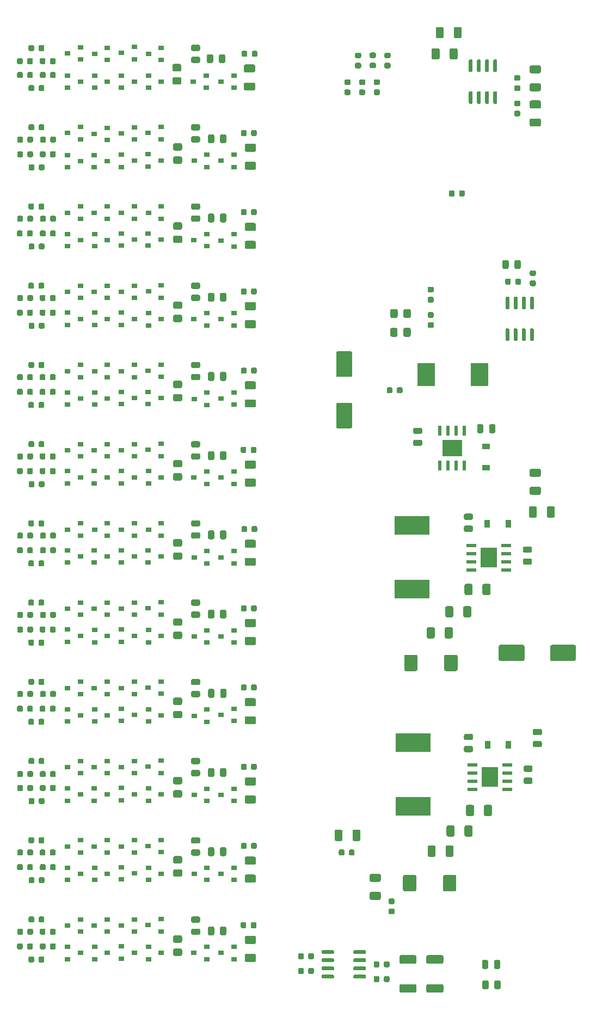
<source format=gbr>
%TF.GenerationSoftware,KiCad,Pcbnew,5.1.6-c6e7f7d~87~ubuntu18.04.1*%
%TF.CreationDate,2021-04-09T12:13:12+12:00*%
%TF.ProjectId,Volume Control 3 Mar18,566f6c75-6d65-4204-936f-6e74726f6c20,rev?*%
%TF.SameCoordinates,Original*%
%TF.FileFunction,Paste,Top*%
%TF.FilePolarity,Positive*%
%FSLAX46Y46*%
G04 Gerber Fmt 4.6, Leading zero omitted, Abs format (unit mm)*
G04 Created by KiCad (PCBNEW 5.1.6-c6e7f7d~87~ubuntu18.04.1) date 2021-04-09 12:13:12*
%MOMM*%
%LPD*%
G01*
G04 APERTURE LIST*
%ADD10R,1.550000X0.600000*%
%ADD11R,2.600000X3.100000*%
%ADD12R,0.900000X1.200000*%
%ADD13R,5.400000X2.900000*%
%ADD14R,0.900000X0.800000*%
%ADD15R,1.200000X0.900000*%
%ADD16R,2.700000X3.600000*%
%ADD17R,3.100000X2.600000*%
%ADD18R,0.600000X1.550000*%
G04 APERTURE END LIST*
%TO.C,C15*%
G36*
G01*
X91282000Y-154434250D02*
X91282000Y-153921750D01*
G75*
G02*
X91500750Y-153703000I218750J0D01*
G01*
X91938250Y-153703000D01*
G75*
G02*
X92157000Y-153921750I0J-218750D01*
G01*
X92157000Y-154434250D01*
G75*
G02*
X91938250Y-154653000I-218750J0D01*
G01*
X91500750Y-154653000D01*
G75*
G02*
X91282000Y-154434250I0J218750D01*
G01*
G37*
G36*
G01*
X89707000Y-154434250D02*
X89707000Y-153921750D01*
G75*
G02*
X89925750Y-153703000I218750J0D01*
G01*
X90363250Y-153703000D01*
G75*
G02*
X90582000Y-153921750I0J-218750D01*
G01*
X90582000Y-154434250D01*
G75*
G02*
X90363250Y-154653000I-218750J0D01*
G01*
X89925750Y-154653000D01*
G75*
G02*
X89707000Y-154434250I0J218750D01*
G01*
G37*
%TD*%
%TO.C,VCC12*%
G36*
G01*
X123313000Y-100594000D02*
X123313000Y-101844000D01*
G75*
G02*
X123063000Y-102094000I-250000J0D01*
G01*
X122313000Y-102094000D01*
G75*
G02*
X122063000Y-101844000I0J250000D01*
G01*
X122063000Y-100594000D01*
G75*
G02*
X122313000Y-100344000I250000J0D01*
G01*
X123063000Y-100344000D01*
G75*
G02*
X123313000Y-100594000I0J-250000D01*
G01*
G37*
G36*
G01*
X120513000Y-100594000D02*
X120513000Y-101844000D01*
G75*
G02*
X120263000Y-102094000I-250000J0D01*
G01*
X119513000Y-102094000D01*
G75*
G02*
X119263000Y-101844000I0J250000D01*
G01*
X119263000Y-100594000D01*
G75*
G02*
X119513000Y-100344000I250000J0D01*
G01*
X120263000Y-100344000D01*
G75*
G02*
X120513000Y-100594000I0J-250000D01*
G01*
G37*
%TD*%
%TO.C,VCC8*%
G36*
G01*
X126587000Y-122139200D02*
X126587000Y-124139200D01*
G75*
G02*
X126337000Y-124389200I-250000J0D01*
G01*
X122837000Y-124389200D01*
G75*
G02*
X122587000Y-124139200I0J250000D01*
G01*
X122587000Y-122139200D01*
G75*
G02*
X122837000Y-121889200I250000J0D01*
G01*
X126337000Y-121889200D01*
G75*
G02*
X126587000Y-122139200I0J-250000D01*
G01*
G37*
G36*
G01*
X118587000Y-122139200D02*
X118587000Y-124139200D01*
G75*
G02*
X118337000Y-124389200I-250000J0D01*
G01*
X114837000Y-124389200D01*
G75*
G02*
X114587000Y-124139200I0J250000D01*
G01*
X114587000Y-122139200D01*
G75*
G02*
X114837000Y-121889200I250000J0D01*
G01*
X118337000Y-121889200D01*
G75*
G02*
X118587000Y-122139200I0J-250000D01*
G01*
G37*
%TD*%
%TO.C,VCC5*%
G36*
G01*
X109424150Y-137599100D02*
X110336650Y-137599100D01*
G75*
G02*
X110580400Y-137842850I0J-243750D01*
G01*
X110580400Y-138330350D01*
G75*
G02*
X110336650Y-138574100I-243750J0D01*
G01*
X109424150Y-138574100D01*
G75*
G02*
X109180400Y-138330350I0J243750D01*
G01*
X109180400Y-137842850D01*
G75*
G02*
X109424150Y-137599100I243750J0D01*
G01*
G37*
G36*
G01*
X109424150Y-135724100D02*
X110336650Y-135724100D01*
G75*
G02*
X110580400Y-135967850I0J-243750D01*
G01*
X110580400Y-136455350D01*
G75*
G02*
X110336650Y-136699100I-243750J0D01*
G01*
X109424150Y-136699100D01*
G75*
G02*
X109180400Y-136455350I0J243750D01*
G01*
X109180400Y-135967850D01*
G75*
G02*
X109424150Y-135724100I243750J0D01*
G01*
G37*
%TD*%
%TO.C,VCC3*%
G36*
G01*
X118593550Y-108453100D02*
X119506050Y-108453100D01*
G75*
G02*
X119749800Y-108696850I0J-243750D01*
G01*
X119749800Y-109184350D01*
G75*
G02*
X119506050Y-109428100I-243750J0D01*
G01*
X118593550Y-109428100D01*
G75*
G02*
X118349800Y-109184350I0J243750D01*
G01*
X118349800Y-108696850D01*
G75*
G02*
X118593550Y-108453100I243750J0D01*
G01*
G37*
G36*
G01*
X118593550Y-106578100D02*
X119506050Y-106578100D01*
G75*
G02*
X119749800Y-106821850I0J-243750D01*
G01*
X119749800Y-107309350D01*
G75*
G02*
X119506050Y-107553100I-243750J0D01*
G01*
X118593550Y-107553100D01*
G75*
G02*
X118349800Y-107309350I0J243750D01*
G01*
X118349800Y-106821850D01*
G75*
G02*
X118593550Y-106578100I243750J0D01*
G01*
G37*
%TD*%
%TO.C,VCR2*%
G36*
G01*
X109066300Y-117363400D02*
X109066300Y-116113400D01*
G75*
G02*
X109316300Y-115863400I250000J0D01*
G01*
X110066300Y-115863400D01*
G75*
G02*
X110316300Y-116113400I0J-250000D01*
G01*
X110316300Y-117363400D01*
G75*
G02*
X110066300Y-117613400I-250000J0D01*
G01*
X109316300Y-117613400D01*
G75*
G02*
X109066300Y-117363400I0J250000D01*
G01*
G37*
G36*
G01*
X106266300Y-117363400D02*
X106266300Y-116113400D01*
G75*
G02*
X106516300Y-115863400I250000J0D01*
G01*
X107266300Y-115863400D01*
G75*
G02*
X107516300Y-116113400I0J-250000D01*
G01*
X107516300Y-117363400D01*
G75*
G02*
X107266300Y-117613400I-250000J0D01*
G01*
X106516300Y-117613400D01*
G75*
G02*
X106266300Y-117363400I0J250000D01*
G01*
G37*
%TD*%
D10*
%TO.C,VCU1*%
X115730000Y-106400600D03*
X115730000Y-107670600D03*
X115730000Y-108940600D03*
X115730000Y-110210600D03*
X110330000Y-110210600D03*
X110330000Y-108940600D03*
X110330000Y-107670600D03*
X110330000Y-106400600D03*
D11*
X113030000Y-108305600D03*
%TD*%
%TO.C,VCR1*%
G36*
G01*
X106182000Y-120640000D02*
X106182000Y-119390000D01*
G75*
G02*
X106432000Y-119140000I250000J0D01*
G01*
X107182000Y-119140000D01*
G75*
G02*
X107432000Y-119390000I0J-250000D01*
G01*
X107432000Y-120640000D01*
G75*
G02*
X107182000Y-120890000I-250000J0D01*
G01*
X106432000Y-120890000D01*
G75*
G02*
X106182000Y-120640000I0J250000D01*
G01*
G37*
G36*
G01*
X103382000Y-120640000D02*
X103382000Y-119390000D01*
G75*
G02*
X103632000Y-119140000I250000J0D01*
G01*
X104382000Y-119140000D01*
G75*
G02*
X104632000Y-119390000I0J-250000D01*
G01*
X104632000Y-120640000D01*
G75*
G02*
X104382000Y-120890000I-250000J0D01*
G01*
X103632000Y-120890000D01*
G75*
G02*
X103382000Y-120640000I0J250000D01*
G01*
G37*
%TD*%
%TO.C,VCC4*%
G36*
G01*
X120142950Y-134949900D02*
X121055450Y-134949900D01*
G75*
G02*
X121299200Y-135193650I0J-243750D01*
G01*
X121299200Y-135681150D01*
G75*
G02*
X121055450Y-135924900I-243750J0D01*
G01*
X120142950Y-135924900D01*
G75*
G02*
X119899200Y-135681150I0J243750D01*
G01*
X119899200Y-135193650D01*
G75*
G02*
X120142950Y-134949900I243750J0D01*
G01*
G37*
G36*
G01*
X120142950Y-136824900D02*
X121055450Y-136824900D01*
G75*
G02*
X121299200Y-137068650I0J-243750D01*
G01*
X121299200Y-137556150D01*
G75*
G02*
X121055450Y-137799900I-243750J0D01*
G01*
X120142950Y-137799900D01*
G75*
G02*
X119899200Y-137556150I0J243750D01*
G01*
X119899200Y-137068650D01*
G75*
G02*
X120142950Y-136824900I243750J0D01*
G01*
G37*
%TD*%
D12*
%TO.C,VCD2*%
X116127800Y-137400800D03*
X112827800Y-137400800D03*
%TD*%
%TO.C,VCC6*%
G36*
G01*
X105923900Y-159965000D02*
X105923900Y-157915000D01*
G75*
G02*
X106173900Y-157665000I250000J0D01*
G01*
X107748900Y-157665000D01*
G75*
G02*
X107998900Y-157915000I0J-250000D01*
G01*
X107998900Y-159965000D01*
G75*
G02*
X107748900Y-160215000I-250000J0D01*
G01*
X106173900Y-160215000D01*
G75*
G02*
X105923900Y-159965000I0J250000D01*
G01*
G37*
G36*
G01*
X99698900Y-159965000D02*
X99698900Y-157915000D01*
G75*
G02*
X99948900Y-157665000I250000J0D01*
G01*
X101523900Y-157665000D01*
G75*
G02*
X101773900Y-157915000I0J-250000D01*
G01*
X101773900Y-159965000D01*
G75*
G02*
X101523900Y-160215000I-250000J0D01*
G01*
X99948900Y-160215000D01*
G75*
G02*
X99698900Y-159965000I0J250000D01*
G01*
G37*
%TD*%
%TO.C,VCR6*%
G36*
G01*
X112292100Y-148262000D02*
X112292100Y-147012000D01*
G75*
G02*
X112542100Y-146762000I250000J0D01*
G01*
X113292100Y-146762000D01*
G75*
G02*
X113542100Y-147012000I0J-250000D01*
G01*
X113542100Y-148262000D01*
G75*
G02*
X113292100Y-148512000I-250000J0D01*
G01*
X112542100Y-148512000D01*
G75*
G02*
X112292100Y-148262000I0J250000D01*
G01*
G37*
G36*
G01*
X109492100Y-148262000D02*
X109492100Y-147012000D01*
G75*
G02*
X109742100Y-146762000I250000J0D01*
G01*
X110492100Y-146762000D01*
G75*
G02*
X110742100Y-147012000I0J-250000D01*
G01*
X110742100Y-148262000D01*
G75*
G02*
X110492100Y-148512000I-250000J0D01*
G01*
X109742100Y-148512000D01*
G75*
G02*
X109492100Y-148262000I0J250000D01*
G01*
G37*
%TD*%
D11*
%TO.C,VCU2*%
X113182400Y-142430000D03*
D10*
X110482400Y-140525000D03*
X110482400Y-141795000D03*
X110482400Y-143065000D03*
X110482400Y-144335000D03*
X115882400Y-144335000D03*
X115882400Y-143065000D03*
X115882400Y-141795000D03*
X115882400Y-140525000D03*
%TD*%
D13*
%TO.C,VCL1*%
X101142800Y-103333200D03*
X101142800Y-113233200D03*
%TD*%
%TO.C,VCR3*%
G36*
G01*
X109263500Y-113883600D02*
X109263500Y-112633600D01*
G75*
G02*
X109513500Y-112383600I250000J0D01*
G01*
X110263500Y-112383600D01*
G75*
G02*
X110513500Y-112633600I0J-250000D01*
G01*
X110513500Y-113883600D01*
G75*
G02*
X110263500Y-114133600I-250000J0D01*
G01*
X109513500Y-114133600D01*
G75*
G02*
X109263500Y-113883600I0J250000D01*
G01*
G37*
G36*
G01*
X112063500Y-113883600D02*
X112063500Y-112633600D01*
G75*
G02*
X112313500Y-112383600I250000J0D01*
G01*
X113063500Y-112383600D01*
G75*
G02*
X113313500Y-112633600I0J-250000D01*
G01*
X113313500Y-113883600D01*
G75*
G02*
X113063500Y-114133600I-250000J0D01*
G01*
X112313500Y-114133600D01*
G75*
G02*
X112063500Y-113883600I0J250000D01*
G01*
G37*
%TD*%
D12*
%TO.C,VCD1*%
X112778000Y-103047800D03*
X116078000Y-103047800D03*
%TD*%
%TO.C,VCC2*%
G36*
G01*
X99876700Y-125713600D02*
X99876700Y-123663600D01*
G75*
G02*
X100126700Y-123413600I250000J0D01*
G01*
X101701700Y-123413600D01*
G75*
G02*
X101951700Y-123663600I0J-250000D01*
G01*
X101951700Y-125713600D01*
G75*
G02*
X101701700Y-125963600I-250000J0D01*
G01*
X100126700Y-125963600D01*
G75*
G02*
X99876700Y-125713600I0J250000D01*
G01*
G37*
G36*
G01*
X106101700Y-125713600D02*
X106101700Y-123663600D01*
G75*
G02*
X106351700Y-123413600I250000J0D01*
G01*
X107926700Y-123413600D01*
G75*
G02*
X108176700Y-123663600I0J-250000D01*
G01*
X108176700Y-125713600D01*
G75*
G02*
X107926700Y-125963600I-250000J0D01*
G01*
X106351700Y-125963600D01*
G75*
G02*
X106101700Y-125713600I0J250000D01*
G01*
G37*
%TD*%
D13*
%TO.C,VCL2*%
X101269800Y-147027400D03*
X101269800Y-137127400D03*
%TD*%
%TO.C,VCC1*%
G36*
G01*
X109424150Y-103345400D02*
X110336650Y-103345400D01*
G75*
G02*
X110580400Y-103589150I0J-243750D01*
G01*
X110580400Y-104076650D01*
G75*
G02*
X110336650Y-104320400I-243750J0D01*
G01*
X109424150Y-104320400D01*
G75*
G02*
X109180400Y-104076650I0J243750D01*
G01*
X109180400Y-103589150D01*
G75*
G02*
X109424150Y-103345400I243750J0D01*
G01*
G37*
G36*
G01*
X109424150Y-101470400D02*
X110336650Y-101470400D01*
G75*
G02*
X110580400Y-101714150I0J-243750D01*
G01*
X110580400Y-102201650D01*
G75*
G02*
X110336650Y-102445400I-243750J0D01*
G01*
X109424150Y-102445400D01*
G75*
G02*
X109180400Y-102201650I0J243750D01*
G01*
X109180400Y-101714150D01*
G75*
G02*
X109424150Y-101470400I243750J0D01*
G01*
G37*
%TD*%
%TO.C,VCC7*%
G36*
G01*
X118695150Y-140651700D02*
X119607650Y-140651700D01*
G75*
G02*
X119851400Y-140895450I0J-243750D01*
G01*
X119851400Y-141382950D01*
G75*
G02*
X119607650Y-141626700I-243750J0D01*
G01*
X118695150Y-141626700D01*
G75*
G02*
X118451400Y-141382950I0J243750D01*
G01*
X118451400Y-140895450D01*
G75*
G02*
X118695150Y-140651700I243750J0D01*
G01*
G37*
G36*
G01*
X118695150Y-142526700D02*
X119607650Y-142526700D01*
G75*
G02*
X119851400Y-142770450I0J-243750D01*
G01*
X119851400Y-143257950D01*
G75*
G02*
X119607650Y-143501700I-243750J0D01*
G01*
X118695150Y-143501700D01*
G75*
G02*
X118451400Y-143257950I0J243750D01*
G01*
X118451400Y-142770450D01*
G75*
G02*
X118695150Y-142526700I243750J0D01*
G01*
G37*
%TD*%
%TO.C,VCR4*%
G36*
G01*
X106323100Y-154586600D02*
X106323100Y-153336600D01*
G75*
G02*
X106573100Y-153086600I250000J0D01*
G01*
X107323100Y-153086600D01*
G75*
G02*
X107573100Y-153336600I0J-250000D01*
G01*
X107573100Y-154586600D01*
G75*
G02*
X107323100Y-154836600I-250000J0D01*
G01*
X106573100Y-154836600D01*
G75*
G02*
X106323100Y-154586600I0J250000D01*
G01*
G37*
G36*
G01*
X103523100Y-154586600D02*
X103523100Y-153336600D01*
G75*
G02*
X103773100Y-153086600I250000J0D01*
G01*
X104523100Y-153086600D01*
G75*
G02*
X104773100Y-153336600I0J-250000D01*
G01*
X104773100Y-154586600D01*
G75*
G02*
X104523100Y-154836600I-250000J0D01*
G01*
X103773100Y-154836600D01*
G75*
G02*
X103523100Y-154586600I0J250000D01*
G01*
G37*
%TD*%
%TO.C,VCR5*%
G36*
G01*
X106469500Y-151462400D02*
X106469500Y-150212400D01*
G75*
G02*
X106719500Y-149962400I250000J0D01*
G01*
X107469500Y-149962400D01*
G75*
G02*
X107719500Y-150212400I0J-250000D01*
G01*
X107719500Y-151462400D01*
G75*
G02*
X107469500Y-151712400I-250000J0D01*
G01*
X106719500Y-151712400D01*
G75*
G02*
X106469500Y-151462400I0J250000D01*
G01*
G37*
G36*
G01*
X109269500Y-151462400D02*
X109269500Y-150212400D01*
G75*
G02*
X109519500Y-149962400I250000J0D01*
G01*
X110269500Y-149962400D01*
G75*
G02*
X110519500Y-150212400I0J-250000D01*
G01*
X110519500Y-151462400D01*
G75*
G02*
X110269500Y-151712400I-250000J0D01*
G01*
X109519500Y-151712400D01*
G75*
G02*
X109269500Y-151462400I0J250000D01*
G01*
G37*
%TD*%
%TO.C,C2*%
G36*
G01*
X76942500Y-42034750D02*
X76942500Y-42547250D01*
G75*
G02*
X76723750Y-42766000I-218750J0D01*
G01*
X76286250Y-42766000D01*
G75*
G02*
X76067500Y-42547250I0J218750D01*
G01*
X76067500Y-42034750D01*
G75*
G02*
X76286250Y-41816000I218750J0D01*
G01*
X76723750Y-41816000D01*
G75*
G02*
X76942500Y-42034750I0J-218750D01*
G01*
G37*
G36*
G01*
X75367500Y-42034750D02*
X75367500Y-42547250D01*
G75*
G02*
X75148750Y-42766000I-218750J0D01*
G01*
X74711250Y-42766000D01*
G75*
G02*
X74492500Y-42547250I0J218750D01*
G01*
X74492500Y-42034750D01*
G75*
G02*
X74711250Y-41816000I218750J0D01*
G01*
X75148750Y-41816000D01*
G75*
G02*
X75367500Y-42034750I0J-218750D01*
G01*
G37*
%TD*%
%TO.C,C3*%
G36*
G01*
X76942500Y-54353750D02*
X76942500Y-54866250D01*
G75*
G02*
X76723750Y-55085000I-218750J0D01*
G01*
X76286250Y-55085000D01*
G75*
G02*
X76067500Y-54866250I0J218750D01*
G01*
X76067500Y-54353750D01*
G75*
G02*
X76286250Y-54135000I218750J0D01*
G01*
X76723750Y-54135000D01*
G75*
G02*
X76942500Y-54353750I0J-218750D01*
G01*
G37*
G36*
G01*
X75367500Y-54353750D02*
X75367500Y-54866250D01*
G75*
G02*
X75148750Y-55085000I-218750J0D01*
G01*
X74711250Y-55085000D01*
G75*
G02*
X74492500Y-54866250I0J218750D01*
G01*
X74492500Y-54353750D01*
G75*
G02*
X74711250Y-54135000I218750J0D01*
G01*
X75148750Y-54135000D01*
G75*
G02*
X75367500Y-54353750I0J-218750D01*
G01*
G37*
%TD*%
%TO.C,C4*%
G36*
G01*
X76942500Y-66672750D02*
X76942500Y-67185250D01*
G75*
G02*
X76723750Y-67404000I-218750J0D01*
G01*
X76286250Y-67404000D01*
G75*
G02*
X76067500Y-67185250I0J218750D01*
G01*
X76067500Y-66672750D01*
G75*
G02*
X76286250Y-66454000I218750J0D01*
G01*
X76723750Y-66454000D01*
G75*
G02*
X76942500Y-66672750I0J-218750D01*
G01*
G37*
G36*
G01*
X75367500Y-66672750D02*
X75367500Y-67185250D01*
G75*
G02*
X75148750Y-67404000I-218750J0D01*
G01*
X74711250Y-67404000D01*
G75*
G02*
X74492500Y-67185250I0J218750D01*
G01*
X74492500Y-66672750D01*
G75*
G02*
X74711250Y-66454000I218750J0D01*
G01*
X75148750Y-66454000D01*
G75*
G02*
X75367500Y-66672750I0J-218750D01*
G01*
G37*
%TD*%
%TO.C,C5*%
G36*
G01*
X75367500Y-78991750D02*
X75367500Y-79504250D01*
G75*
G02*
X75148750Y-79723000I-218750J0D01*
G01*
X74711250Y-79723000D01*
G75*
G02*
X74492500Y-79504250I0J218750D01*
G01*
X74492500Y-78991750D01*
G75*
G02*
X74711250Y-78773000I218750J0D01*
G01*
X75148750Y-78773000D01*
G75*
G02*
X75367500Y-78991750I0J-218750D01*
G01*
G37*
G36*
G01*
X76942500Y-78991750D02*
X76942500Y-79504250D01*
G75*
G02*
X76723750Y-79723000I-218750J0D01*
G01*
X76286250Y-79723000D01*
G75*
G02*
X76067500Y-79504250I0J218750D01*
G01*
X76067500Y-78991750D01*
G75*
G02*
X76286250Y-78773000I218750J0D01*
G01*
X76723750Y-78773000D01*
G75*
G02*
X76942500Y-78991750I0J-218750D01*
G01*
G37*
%TD*%
%TO.C,C6*%
G36*
G01*
X76891500Y-91310750D02*
X76891500Y-91823250D01*
G75*
G02*
X76672750Y-92042000I-218750J0D01*
G01*
X76235250Y-92042000D01*
G75*
G02*
X76016500Y-91823250I0J218750D01*
G01*
X76016500Y-91310750D01*
G75*
G02*
X76235250Y-91092000I218750J0D01*
G01*
X76672750Y-91092000D01*
G75*
G02*
X76891500Y-91310750I0J-218750D01*
G01*
G37*
G36*
G01*
X75316500Y-91310750D02*
X75316500Y-91823250D01*
G75*
G02*
X75097750Y-92042000I-218750J0D01*
G01*
X74660250Y-92042000D01*
G75*
G02*
X74441500Y-91823250I0J218750D01*
G01*
X74441500Y-91310750D01*
G75*
G02*
X74660250Y-91092000I218750J0D01*
G01*
X75097750Y-91092000D01*
G75*
G02*
X75316500Y-91310750I0J-218750D01*
G01*
G37*
%TD*%
%TO.C,C7*%
G36*
G01*
X75443500Y-103629750D02*
X75443500Y-104142250D01*
G75*
G02*
X75224750Y-104361000I-218750J0D01*
G01*
X74787250Y-104361000D01*
G75*
G02*
X74568500Y-104142250I0J218750D01*
G01*
X74568500Y-103629750D01*
G75*
G02*
X74787250Y-103411000I218750J0D01*
G01*
X75224750Y-103411000D01*
G75*
G02*
X75443500Y-103629750I0J-218750D01*
G01*
G37*
G36*
G01*
X77018500Y-103629750D02*
X77018500Y-104142250D01*
G75*
G02*
X76799750Y-104361000I-218750J0D01*
G01*
X76362250Y-104361000D01*
G75*
G02*
X76143500Y-104142250I0J218750D01*
G01*
X76143500Y-103629750D01*
G75*
G02*
X76362250Y-103411000I218750J0D01*
G01*
X76799750Y-103411000D01*
G75*
G02*
X77018500Y-103629750I0J-218750D01*
G01*
G37*
%TD*%
%TO.C,C8*%
G36*
G01*
X76942500Y-115948750D02*
X76942500Y-116461250D01*
G75*
G02*
X76723750Y-116680000I-218750J0D01*
G01*
X76286250Y-116680000D01*
G75*
G02*
X76067500Y-116461250I0J218750D01*
G01*
X76067500Y-115948750D01*
G75*
G02*
X76286250Y-115730000I218750J0D01*
G01*
X76723750Y-115730000D01*
G75*
G02*
X76942500Y-115948750I0J-218750D01*
G01*
G37*
G36*
G01*
X75367500Y-115948750D02*
X75367500Y-116461250D01*
G75*
G02*
X75148750Y-116680000I-218750J0D01*
G01*
X74711250Y-116680000D01*
G75*
G02*
X74492500Y-116461250I0J218750D01*
G01*
X74492500Y-115948750D01*
G75*
G02*
X74711250Y-115730000I218750J0D01*
G01*
X75148750Y-115730000D01*
G75*
G02*
X75367500Y-115948750I0J-218750D01*
G01*
G37*
%TD*%
%TO.C,C9*%
G36*
G01*
X75367500Y-128267750D02*
X75367500Y-128780250D01*
G75*
G02*
X75148750Y-128999000I-218750J0D01*
G01*
X74711250Y-128999000D01*
G75*
G02*
X74492500Y-128780250I0J218750D01*
G01*
X74492500Y-128267750D01*
G75*
G02*
X74711250Y-128049000I218750J0D01*
G01*
X75148750Y-128049000D01*
G75*
G02*
X75367500Y-128267750I0J-218750D01*
G01*
G37*
G36*
G01*
X76942500Y-128267750D02*
X76942500Y-128780250D01*
G75*
G02*
X76723750Y-128999000I-218750J0D01*
G01*
X76286250Y-128999000D01*
G75*
G02*
X76067500Y-128780250I0J218750D01*
G01*
X76067500Y-128267750D01*
G75*
G02*
X76286250Y-128049000I218750J0D01*
G01*
X76723750Y-128049000D01*
G75*
G02*
X76942500Y-128267750I0J-218750D01*
G01*
G37*
%TD*%
%TO.C,C10*%
G36*
G01*
X76942500Y-140586750D02*
X76942500Y-141099250D01*
G75*
G02*
X76723750Y-141318000I-218750J0D01*
G01*
X76286250Y-141318000D01*
G75*
G02*
X76067500Y-141099250I0J218750D01*
G01*
X76067500Y-140586750D01*
G75*
G02*
X76286250Y-140368000I218750J0D01*
G01*
X76723750Y-140368000D01*
G75*
G02*
X76942500Y-140586750I0J-218750D01*
G01*
G37*
G36*
G01*
X75367500Y-140586750D02*
X75367500Y-141099250D01*
G75*
G02*
X75148750Y-141318000I-218750J0D01*
G01*
X74711250Y-141318000D01*
G75*
G02*
X74492500Y-141099250I0J218750D01*
G01*
X74492500Y-140586750D01*
G75*
G02*
X74711250Y-140368000I218750J0D01*
G01*
X75148750Y-140368000D01*
G75*
G02*
X75367500Y-140586750I0J-218750D01*
G01*
G37*
%TD*%
%TO.C,C11*%
G36*
G01*
X114884500Y-174295750D02*
X114884500Y-175208250D01*
G75*
G02*
X114640750Y-175452000I-243750J0D01*
G01*
X114153250Y-175452000D01*
G75*
G02*
X113909500Y-175208250I0J243750D01*
G01*
X113909500Y-174295750D01*
G75*
G02*
X114153250Y-174052000I243750J0D01*
G01*
X114640750Y-174052000D01*
G75*
G02*
X114884500Y-174295750I0J-243750D01*
G01*
G37*
G36*
G01*
X113009500Y-174295750D02*
X113009500Y-175208250D01*
G75*
G02*
X112765750Y-175452000I-243750J0D01*
G01*
X112278250Y-175452000D01*
G75*
G02*
X112034500Y-175208250I0J243750D01*
G01*
X112034500Y-174295750D01*
G75*
G02*
X112278250Y-174052000I243750J0D01*
G01*
X112765750Y-174052000D01*
G75*
G02*
X113009500Y-174295750I0J-243750D01*
G01*
G37*
%TD*%
%TO.C,C12*%
G36*
G01*
X75367500Y-152905750D02*
X75367500Y-153418250D01*
G75*
G02*
X75148750Y-153637000I-218750J0D01*
G01*
X74711250Y-153637000D01*
G75*
G02*
X74492500Y-153418250I0J218750D01*
G01*
X74492500Y-152905750D01*
G75*
G02*
X74711250Y-152687000I218750J0D01*
G01*
X75148750Y-152687000D01*
G75*
G02*
X75367500Y-152905750I0J-218750D01*
G01*
G37*
G36*
G01*
X76942500Y-152905750D02*
X76942500Y-153418250D01*
G75*
G02*
X76723750Y-153637000I-218750J0D01*
G01*
X76286250Y-153637000D01*
G75*
G02*
X76067500Y-153418250I0J218750D01*
G01*
X76067500Y-152905750D01*
G75*
G02*
X76286250Y-152687000I218750J0D01*
G01*
X76723750Y-152687000D01*
G75*
G02*
X76942500Y-152905750I0J-218750D01*
G01*
G37*
%TD*%
%TO.C,C13*%
G36*
G01*
X75316500Y-165224750D02*
X75316500Y-165737250D01*
G75*
G02*
X75097750Y-165956000I-218750J0D01*
G01*
X74660250Y-165956000D01*
G75*
G02*
X74441500Y-165737250I0J218750D01*
G01*
X74441500Y-165224750D01*
G75*
G02*
X74660250Y-165006000I218750J0D01*
G01*
X75097750Y-165006000D01*
G75*
G02*
X75316500Y-165224750I0J-218750D01*
G01*
G37*
G36*
G01*
X76891500Y-165224750D02*
X76891500Y-165737250D01*
G75*
G02*
X76672750Y-165956000I-218750J0D01*
G01*
X76235250Y-165956000D01*
G75*
G02*
X76016500Y-165737250I0J218750D01*
G01*
X76016500Y-165224750D01*
G75*
G02*
X76235250Y-165006000I218750J0D01*
G01*
X76672750Y-165006000D01*
G75*
G02*
X76891500Y-165224750I0J-218750D01*
G01*
G37*
%TD*%
D14*
%TO.C,Q7*%
X49514000Y-43241000D03*
X49514000Y-41341000D03*
X47514000Y-42291000D03*
%TD*%
%TO.C,Q8*%
X51689000Y-42418000D03*
X53689000Y-41468000D03*
X53689000Y-43368000D03*
%TD*%
%TO.C,Q9*%
X71406000Y-46609000D03*
X73406000Y-45659000D03*
X73406000Y-47559000D03*
%TD*%
%TO.C,Q10*%
X55912000Y-42357000D03*
X57912000Y-41407000D03*
X57912000Y-43307000D03*
%TD*%
%TO.C,Q11*%
X62071000Y-43241000D03*
X62071000Y-41341000D03*
X60071000Y-42291000D03*
%TD*%
%TO.C,Q12*%
X69199000Y-47559000D03*
X69199000Y-45659000D03*
X67199000Y-46609000D03*
%TD*%
%TO.C,Q13*%
X47530000Y-54676000D03*
X49530000Y-53726000D03*
X49530000Y-55626000D03*
%TD*%
%TO.C,Q14*%
X53689000Y-55621000D03*
X53689000Y-53721000D03*
X51689000Y-54671000D03*
%TD*%
%TO.C,Q15*%
X71406000Y-58989000D03*
X73406000Y-58039000D03*
X73406000Y-59939000D03*
%TD*%
%TO.C,Q16*%
X57880000Y-55621000D03*
X57880000Y-53721000D03*
X55880000Y-54671000D03*
%TD*%
%TO.C,Q17*%
X60103000Y-54676000D03*
X62103000Y-53726000D03*
X62103000Y-55626000D03*
%TD*%
%TO.C,Q18*%
X67183000Y-58928000D03*
X69183000Y-57978000D03*
X69183000Y-59878000D03*
%TD*%
%TO.C,Q19*%
X49530000Y-67945000D03*
X49530000Y-66045000D03*
X47530000Y-66995000D03*
%TD*%
%TO.C,Q20*%
X53689000Y-67940000D03*
X53689000Y-66040000D03*
X51689000Y-66990000D03*
%TD*%
%TO.C,Q21*%
X71406000Y-71247000D03*
X73406000Y-70297000D03*
X73406000Y-72197000D03*
%TD*%
%TO.C,Q22*%
X55896000Y-66990000D03*
X57896000Y-66040000D03*
X57896000Y-67940000D03*
%TD*%
%TO.C,Q23*%
X60087000Y-66929000D03*
X62087000Y-65979000D03*
X62087000Y-67879000D03*
%TD*%
%TO.C,Q24*%
X69183000Y-72197000D03*
X69183000Y-70297000D03*
X67183000Y-71247000D03*
%TD*%
%TO.C,Q25*%
X47498000Y-79314000D03*
X49498000Y-78364000D03*
X49498000Y-80264000D03*
%TD*%
%TO.C,Q26*%
X51721000Y-79314000D03*
X53721000Y-78364000D03*
X53721000Y-80264000D03*
%TD*%
%TO.C,Q27*%
X73406000Y-84516000D03*
X73406000Y-82616000D03*
X71406000Y-83566000D03*
%TD*%
%TO.C,Q28*%
X57912000Y-80264000D03*
X57912000Y-78364000D03*
X55912000Y-79314000D03*
%TD*%
%TO.C,Q29*%
X62071000Y-80198000D03*
X62071000Y-78298000D03*
X60071000Y-79248000D03*
%TD*%
%TO.C,Q30*%
X69215000Y-84582000D03*
X69215000Y-82682000D03*
X67215000Y-83632000D03*
%TD*%
%TO.C,Q31*%
X49530000Y-92583000D03*
X49530000Y-90683000D03*
X47530000Y-91633000D03*
%TD*%
%TO.C,Q32*%
X51689000Y-91628000D03*
X53689000Y-90678000D03*
X53689000Y-92578000D03*
%TD*%
%TO.C,Q33*%
X71406000Y-95885000D03*
X73406000Y-94935000D03*
X73406000Y-96835000D03*
%TD*%
%TO.C,Q34*%
X55880000Y-91628000D03*
X57880000Y-90678000D03*
X57880000Y-92578000D03*
%TD*%
%TO.C,Q35*%
X62071000Y-92517000D03*
X62071000Y-90617000D03*
X60071000Y-91567000D03*
%TD*%
%TO.C,Q36*%
X69183000Y-96835000D03*
X69183000Y-94935000D03*
X67183000Y-95885000D03*
%TD*%
%TO.C,Q37*%
X47498000Y-103952000D03*
X49498000Y-103002000D03*
X49498000Y-104902000D03*
%TD*%
%TO.C,Q38*%
X51721000Y-103952000D03*
X53721000Y-103002000D03*
X53721000Y-104902000D03*
%TD*%
%TO.C,Q39*%
X71406000Y-108270000D03*
X73406000Y-107320000D03*
X73406000Y-109220000D03*
%TD*%
%TO.C,Q40*%
X57912000Y-104902000D03*
X57912000Y-103002000D03*
X55912000Y-103952000D03*
%TD*%
%TO.C,Q41*%
X60103000Y-103952000D03*
X62103000Y-103002000D03*
X62103000Y-104902000D03*
%TD*%
%TO.C,Q42*%
X67215000Y-108270000D03*
X69215000Y-107320000D03*
X69215000Y-109220000D03*
%TD*%
%TO.C,Q43*%
X47498000Y-116271000D03*
X49498000Y-115321000D03*
X49498000Y-117221000D03*
%TD*%
%TO.C,Q44*%
X51689000Y-116266000D03*
X53689000Y-115316000D03*
X53689000Y-117216000D03*
%TD*%
%TO.C,Q45*%
X73406000Y-121539000D03*
X73406000Y-119639000D03*
X71406000Y-120589000D03*
%TD*%
%TO.C,Q46*%
X57880000Y-117216000D03*
X57880000Y-115316000D03*
X55880000Y-116266000D03*
%TD*%
%TO.C,Q47*%
X60071000Y-116205000D03*
X62071000Y-115255000D03*
X62071000Y-117155000D03*
%TD*%
%TO.C,Q48*%
X69215000Y-121539000D03*
X69215000Y-119639000D03*
X67215000Y-120589000D03*
%TD*%
%TO.C,Q49*%
X47498000Y-128590000D03*
X49498000Y-127640000D03*
X49498000Y-129540000D03*
%TD*%
%TO.C,Q50*%
X53689000Y-129535000D03*
X53689000Y-127635000D03*
X51689000Y-128585000D03*
%TD*%
%TO.C,Q51*%
X71406000Y-132781000D03*
X73406000Y-131831000D03*
X73406000Y-133731000D03*
%TD*%
%TO.C,Q52*%
X57896000Y-129535000D03*
X57896000Y-127635000D03*
X55896000Y-128585000D03*
%TD*%
%TO.C,Q53*%
X60071000Y-128524000D03*
X62071000Y-127574000D03*
X62071000Y-129474000D03*
%TD*%
%TO.C,Q54*%
X67215000Y-132908000D03*
X69215000Y-131958000D03*
X69215000Y-133858000D03*
%TD*%
%TO.C,Q55*%
X49498000Y-141859000D03*
X49498000Y-139959000D03*
X47498000Y-140909000D03*
%TD*%
%TO.C,Q56*%
X51689000Y-140904000D03*
X53689000Y-139954000D03*
X53689000Y-141854000D03*
%TD*%
%TO.C,Q57*%
X71406000Y-145227000D03*
X73406000Y-144277000D03*
X73406000Y-146177000D03*
%TD*%
%TO.C,Q58*%
X57880000Y-141854000D03*
X57880000Y-139954000D03*
X55880000Y-140904000D03*
%TD*%
%TO.C,Q59*%
X62071000Y-141793000D03*
X62071000Y-139893000D03*
X60071000Y-140843000D03*
%TD*%
%TO.C,Q60*%
X69215000Y-146177000D03*
X69215000Y-144277000D03*
X67215000Y-145227000D03*
%TD*%
%TO.C,Q61*%
X49498000Y-154178000D03*
X49498000Y-152278000D03*
X47498000Y-153228000D03*
%TD*%
%TO.C,Q62*%
X53689000Y-154173000D03*
X53689000Y-152273000D03*
X51689000Y-153223000D03*
%TD*%
%TO.C,Q63*%
X73406000Y-158430000D03*
X73406000Y-156530000D03*
X71406000Y-157480000D03*
%TD*%
%TO.C,Q64*%
X57880000Y-154173000D03*
X57880000Y-152273000D03*
X55880000Y-153223000D03*
%TD*%
%TO.C,Q65*%
X62071000Y-154112000D03*
X62071000Y-152212000D03*
X60071000Y-153162000D03*
%TD*%
%TO.C,Q66*%
X67199000Y-157480000D03*
X69199000Y-156530000D03*
X69199000Y-158430000D03*
%TD*%
%TO.C,Q67*%
X47498000Y-165547000D03*
X49498000Y-164597000D03*
X49498000Y-166497000D03*
%TD*%
%TO.C,Q68*%
X51689000Y-165542000D03*
X53689000Y-164592000D03*
X53689000Y-166492000D03*
%TD*%
%TO.C,Q69*%
X73406000Y-170749000D03*
X73406000Y-168849000D03*
X71406000Y-169799000D03*
%TD*%
%TO.C,Q70*%
X55880000Y-165542000D03*
X57880000Y-164592000D03*
X57880000Y-166492000D03*
%TD*%
%TO.C,Q71*%
X62071000Y-166431000D03*
X62071000Y-164531000D03*
X60071000Y-165481000D03*
%TD*%
%TO.C,Q72*%
X67183000Y-169799000D03*
X69183000Y-168849000D03*
X69183000Y-170749000D03*
%TD*%
%TO.C,R7*%
G36*
G01*
X39694500Y-43563250D02*
X39694500Y-43050750D01*
G75*
G02*
X39913250Y-42832000I218750J0D01*
G01*
X40350750Y-42832000D01*
G75*
G02*
X40569500Y-43050750I0J-218750D01*
G01*
X40569500Y-43563250D01*
G75*
G02*
X40350750Y-43782000I-218750J0D01*
G01*
X39913250Y-43782000D01*
G75*
G02*
X39694500Y-43563250I0J218750D01*
G01*
G37*
G36*
G01*
X41269500Y-43563250D02*
X41269500Y-43050750D01*
G75*
G02*
X41488250Y-42832000I218750J0D01*
G01*
X41925750Y-42832000D01*
G75*
G02*
X42144500Y-43050750I0J-218750D01*
G01*
X42144500Y-43563250D01*
G75*
G02*
X41925750Y-43782000I-218750J0D01*
G01*
X41488250Y-43782000D01*
G75*
G02*
X41269500Y-43563250I0J218750D01*
G01*
G37*
%TD*%
%TO.C,R8*%
G36*
G01*
X67893250Y-43764500D02*
X66980750Y-43764500D01*
G75*
G02*
X66737000Y-43520750I0J243750D01*
G01*
X66737000Y-43033250D01*
G75*
G02*
X66980750Y-42789500I243750J0D01*
G01*
X67893250Y-42789500D01*
G75*
G02*
X68137000Y-43033250I0J-243750D01*
G01*
X68137000Y-43520750D01*
G75*
G02*
X67893250Y-43764500I-243750J0D01*
G01*
G37*
G36*
G01*
X67893250Y-41889500D02*
X66980750Y-41889500D01*
G75*
G02*
X66737000Y-41645750I0J243750D01*
G01*
X66737000Y-41158250D01*
G75*
G02*
X66980750Y-40914500I243750J0D01*
G01*
X67893250Y-40914500D01*
G75*
G02*
X68137000Y-41158250I0J-243750D01*
G01*
X68137000Y-41645750D01*
G75*
G02*
X67893250Y-41889500I-243750J0D01*
G01*
G37*
%TD*%
%TO.C,R9*%
G36*
G01*
X43897000Y-41145750D02*
X43897000Y-41658250D01*
G75*
G02*
X43678250Y-41877000I-218750J0D01*
G01*
X43240750Y-41877000D01*
G75*
G02*
X43022000Y-41658250I0J218750D01*
G01*
X43022000Y-41145750D01*
G75*
G02*
X43240750Y-40927000I218750J0D01*
G01*
X43678250Y-40927000D01*
G75*
G02*
X43897000Y-41145750I0J-218750D01*
G01*
G37*
G36*
G01*
X42322000Y-41145750D02*
X42322000Y-41658250D01*
G75*
G02*
X42103250Y-41877000I-218750J0D01*
G01*
X41665750Y-41877000D01*
G75*
G02*
X41447000Y-41658250I0J218750D01*
G01*
X41447000Y-41145750D01*
G75*
G02*
X41665750Y-40927000I218750J0D01*
G01*
X42103250Y-40927000D01*
G75*
G02*
X42322000Y-41145750I0J-218750D01*
G01*
G37*
%TD*%
%TO.C,R10*%
G36*
G01*
X44125500Y-43050750D02*
X44125500Y-43563250D01*
G75*
G02*
X43906750Y-43782000I-218750J0D01*
G01*
X43469250Y-43782000D01*
G75*
G02*
X43250500Y-43563250I0J218750D01*
G01*
X43250500Y-43050750D01*
G75*
G02*
X43469250Y-42832000I218750J0D01*
G01*
X43906750Y-42832000D01*
G75*
G02*
X44125500Y-43050750I0J-218750D01*
G01*
G37*
G36*
G01*
X45700500Y-43050750D02*
X45700500Y-43563250D01*
G75*
G02*
X45481750Y-43782000I-218750J0D01*
G01*
X45044250Y-43782000D01*
G75*
G02*
X44825500Y-43563250I0J218750D01*
G01*
X44825500Y-43050750D01*
G75*
G02*
X45044250Y-42832000I218750J0D01*
G01*
X45481750Y-42832000D01*
G75*
G02*
X45700500Y-43050750I0J-218750D01*
G01*
G37*
%TD*%
%TO.C,R11*%
G36*
G01*
X75321000Y-43952000D02*
X76571000Y-43952000D01*
G75*
G02*
X76821000Y-44202000I0J-250000D01*
G01*
X76821000Y-44952000D01*
G75*
G02*
X76571000Y-45202000I-250000J0D01*
G01*
X75321000Y-45202000D01*
G75*
G02*
X75071000Y-44952000I0J250000D01*
G01*
X75071000Y-44202000D01*
G75*
G02*
X75321000Y-43952000I250000J0D01*
G01*
G37*
G36*
G01*
X75321000Y-46752000D02*
X76571000Y-46752000D01*
G75*
G02*
X76821000Y-47002000I0J-250000D01*
G01*
X76821000Y-47752000D01*
G75*
G02*
X76571000Y-48002000I-250000J0D01*
G01*
X75321000Y-48002000D01*
G75*
G02*
X75071000Y-47752000I0J250000D01*
G01*
X75071000Y-47002000D01*
G75*
G02*
X75321000Y-46752000I250000J0D01*
G01*
G37*
%TD*%
%TO.C,R12*%
G36*
G01*
X71237500Y-43636250D02*
X71237500Y-42723750D01*
G75*
G02*
X71481250Y-42480000I243750J0D01*
G01*
X71968750Y-42480000D01*
G75*
G02*
X72212500Y-42723750I0J-243750D01*
G01*
X72212500Y-43636250D01*
G75*
G02*
X71968750Y-43880000I-243750J0D01*
G01*
X71481250Y-43880000D01*
G75*
G02*
X71237500Y-43636250I0J243750D01*
G01*
G37*
G36*
G01*
X69362500Y-43636250D02*
X69362500Y-42723750D01*
G75*
G02*
X69606250Y-42480000I243750J0D01*
G01*
X70093750Y-42480000D01*
G75*
G02*
X70337500Y-42723750I0J-243750D01*
G01*
X70337500Y-43636250D01*
G75*
G02*
X70093750Y-43880000I-243750J0D01*
G01*
X69606250Y-43880000D01*
G75*
G02*
X69362500Y-43636250I0J243750D01*
G01*
G37*
%TD*%
%TO.C,R13*%
G36*
G01*
X41269500Y-55882250D02*
X41269500Y-55369750D01*
G75*
G02*
X41488250Y-55151000I218750J0D01*
G01*
X41925750Y-55151000D01*
G75*
G02*
X42144500Y-55369750I0J-218750D01*
G01*
X42144500Y-55882250D01*
G75*
G02*
X41925750Y-56101000I-218750J0D01*
G01*
X41488250Y-56101000D01*
G75*
G02*
X41269500Y-55882250I0J218750D01*
G01*
G37*
G36*
G01*
X39694500Y-55882250D02*
X39694500Y-55369750D01*
G75*
G02*
X39913250Y-55151000I218750J0D01*
G01*
X40350750Y-55151000D01*
G75*
G02*
X40569500Y-55369750I0J-218750D01*
G01*
X40569500Y-55882250D01*
G75*
G02*
X40350750Y-56101000I-218750J0D01*
G01*
X39913250Y-56101000D01*
G75*
G02*
X39694500Y-55882250I0J218750D01*
G01*
G37*
%TD*%
%TO.C,R14*%
G36*
G01*
X67893250Y-56083500D02*
X66980750Y-56083500D01*
G75*
G02*
X66737000Y-55839750I0J243750D01*
G01*
X66737000Y-55352250D01*
G75*
G02*
X66980750Y-55108500I243750J0D01*
G01*
X67893250Y-55108500D01*
G75*
G02*
X68137000Y-55352250I0J-243750D01*
G01*
X68137000Y-55839750D01*
G75*
G02*
X67893250Y-56083500I-243750J0D01*
G01*
G37*
G36*
G01*
X67893250Y-54208500D02*
X66980750Y-54208500D01*
G75*
G02*
X66737000Y-53964750I0J243750D01*
G01*
X66737000Y-53477250D01*
G75*
G02*
X66980750Y-53233500I243750J0D01*
G01*
X67893250Y-53233500D01*
G75*
G02*
X68137000Y-53477250I0J-243750D01*
G01*
X68137000Y-53964750D01*
G75*
G02*
X67893250Y-54208500I-243750J0D01*
G01*
G37*
%TD*%
%TO.C,R15*%
G36*
G01*
X42296500Y-53464750D02*
X42296500Y-53977250D01*
G75*
G02*
X42077750Y-54196000I-218750J0D01*
G01*
X41640250Y-54196000D01*
G75*
G02*
X41421500Y-53977250I0J218750D01*
G01*
X41421500Y-53464750D01*
G75*
G02*
X41640250Y-53246000I218750J0D01*
G01*
X42077750Y-53246000D01*
G75*
G02*
X42296500Y-53464750I0J-218750D01*
G01*
G37*
G36*
G01*
X43871500Y-53464750D02*
X43871500Y-53977250D01*
G75*
G02*
X43652750Y-54196000I-218750J0D01*
G01*
X43215250Y-54196000D01*
G75*
G02*
X42996500Y-53977250I0J218750D01*
G01*
X42996500Y-53464750D01*
G75*
G02*
X43215250Y-53246000I218750J0D01*
G01*
X43652750Y-53246000D01*
G75*
G02*
X43871500Y-53464750I0J-218750D01*
G01*
G37*
%TD*%
%TO.C,R16*%
G36*
G01*
X45700500Y-55369750D02*
X45700500Y-55882250D01*
G75*
G02*
X45481750Y-56101000I-218750J0D01*
G01*
X45044250Y-56101000D01*
G75*
G02*
X44825500Y-55882250I0J218750D01*
G01*
X44825500Y-55369750D01*
G75*
G02*
X45044250Y-55151000I218750J0D01*
G01*
X45481750Y-55151000D01*
G75*
G02*
X45700500Y-55369750I0J-218750D01*
G01*
G37*
G36*
G01*
X44125500Y-55369750D02*
X44125500Y-55882250D01*
G75*
G02*
X43906750Y-56101000I-218750J0D01*
G01*
X43469250Y-56101000D01*
G75*
G02*
X43250500Y-55882250I0J218750D01*
G01*
X43250500Y-55369750D01*
G75*
G02*
X43469250Y-55151000I218750J0D01*
G01*
X43906750Y-55151000D01*
G75*
G02*
X44125500Y-55369750I0J-218750D01*
G01*
G37*
%TD*%
%TO.C,R17*%
G36*
G01*
X75321000Y-59065000D02*
X76571000Y-59065000D01*
G75*
G02*
X76821000Y-59315000I0J-250000D01*
G01*
X76821000Y-60065000D01*
G75*
G02*
X76571000Y-60315000I-250000J0D01*
G01*
X75321000Y-60315000D01*
G75*
G02*
X75071000Y-60065000I0J250000D01*
G01*
X75071000Y-59315000D01*
G75*
G02*
X75321000Y-59065000I250000J0D01*
G01*
G37*
G36*
G01*
X75321000Y-56265000D02*
X76571000Y-56265000D01*
G75*
G02*
X76821000Y-56515000I0J-250000D01*
G01*
X76821000Y-57265000D01*
G75*
G02*
X76571000Y-57515000I-250000J0D01*
G01*
X75321000Y-57515000D01*
G75*
G02*
X75071000Y-57265000I0J250000D01*
G01*
X75071000Y-56515000D01*
G75*
G02*
X75321000Y-56265000I250000J0D01*
G01*
G37*
%TD*%
%TO.C,R18*%
G36*
G01*
X71237500Y-55955250D02*
X71237500Y-55042750D01*
G75*
G02*
X71481250Y-54799000I243750J0D01*
G01*
X71968750Y-54799000D01*
G75*
G02*
X72212500Y-55042750I0J-243750D01*
G01*
X72212500Y-55955250D01*
G75*
G02*
X71968750Y-56199000I-243750J0D01*
G01*
X71481250Y-56199000D01*
G75*
G02*
X71237500Y-55955250I0J243750D01*
G01*
G37*
G36*
G01*
X69362500Y-55955250D02*
X69362500Y-55042750D01*
G75*
G02*
X69606250Y-54799000I243750J0D01*
G01*
X70093750Y-54799000D01*
G75*
G02*
X70337500Y-55042750I0J-243750D01*
G01*
X70337500Y-55955250D01*
G75*
G02*
X70093750Y-56199000I-243750J0D01*
G01*
X69606250Y-56199000D01*
G75*
G02*
X69362500Y-55955250I0J243750D01*
G01*
G37*
%TD*%
%TO.C,R19*%
G36*
G01*
X39694500Y-68201250D02*
X39694500Y-67688750D01*
G75*
G02*
X39913250Y-67470000I218750J0D01*
G01*
X40350750Y-67470000D01*
G75*
G02*
X40569500Y-67688750I0J-218750D01*
G01*
X40569500Y-68201250D01*
G75*
G02*
X40350750Y-68420000I-218750J0D01*
G01*
X39913250Y-68420000D01*
G75*
G02*
X39694500Y-68201250I0J218750D01*
G01*
G37*
G36*
G01*
X41269500Y-68201250D02*
X41269500Y-67688750D01*
G75*
G02*
X41488250Y-67470000I218750J0D01*
G01*
X41925750Y-67470000D01*
G75*
G02*
X42144500Y-67688750I0J-218750D01*
G01*
X42144500Y-68201250D01*
G75*
G02*
X41925750Y-68420000I-218750J0D01*
G01*
X41488250Y-68420000D01*
G75*
G02*
X41269500Y-68201250I0J218750D01*
G01*
G37*
%TD*%
%TO.C,R20*%
G36*
G01*
X67893250Y-66527500D02*
X66980750Y-66527500D01*
G75*
G02*
X66737000Y-66283750I0J243750D01*
G01*
X66737000Y-65796250D01*
G75*
G02*
X66980750Y-65552500I243750J0D01*
G01*
X67893250Y-65552500D01*
G75*
G02*
X68137000Y-65796250I0J-243750D01*
G01*
X68137000Y-66283750D01*
G75*
G02*
X67893250Y-66527500I-243750J0D01*
G01*
G37*
G36*
G01*
X67893250Y-68402500D02*
X66980750Y-68402500D01*
G75*
G02*
X66737000Y-68158750I0J243750D01*
G01*
X66737000Y-67671250D01*
G75*
G02*
X66980750Y-67427500I243750J0D01*
G01*
X67893250Y-67427500D01*
G75*
G02*
X68137000Y-67671250I0J-243750D01*
G01*
X68137000Y-68158750D01*
G75*
G02*
X67893250Y-68402500I-243750J0D01*
G01*
G37*
%TD*%
%TO.C,R21*%
G36*
G01*
X43871500Y-65783750D02*
X43871500Y-66296250D01*
G75*
G02*
X43652750Y-66515000I-218750J0D01*
G01*
X43215250Y-66515000D01*
G75*
G02*
X42996500Y-66296250I0J218750D01*
G01*
X42996500Y-65783750D01*
G75*
G02*
X43215250Y-65565000I218750J0D01*
G01*
X43652750Y-65565000D01*
G75*
G02*
X43871500Y-65783750I0J-218750D01*
G01*
G37*
G36*
G01*
X42296500Y-65783750D02*
X42296500Y-66296250D01*
G75*
G02*
X42077750Y-66515000I-218750J0D01*
G01*
X41640250Y-66515000D01*
G75*
G02*
X41421500Y-66296250I0J218750D01*
G01*
X41421500Y-65783750D01*
G75*
G02*
X41640250Y-65565000I218750J0D01*
G01*
X42077750Y-65565000D01*
G75*
G02*
X42296500Y-65783750I0J-218750D01*
G01*
G37*
%TD*%
%TO.C,R22*%
G36*
G01*
X44074500Y-67688750D02*
X44074500Y-68201250D01*
G75*
G02*
X43855750Y-68420000I-218750J0D01*
G01*
X43418250Y-68420000D01*
G75*
G02*
X43199500Y-68201250I0J218750D01*
G01*
X43199500Y-67688750D01*
G75*
G02*
X43418250Y-67470000I218750J0D01*
G01*
X43855750Y-67470000D01*
G75*
G02*
X44074500Y-67688750I0J-218750D01*
G01*
G37*
G36*
G01*
X45649500Y-67688750D02*
X45649500Y-68201250D01*
G75*
G02*
X45430750Y-68420000I-218750J0D01*
G01*
X44993250Y-68420000D01*
G75*
G02*
X44774500Y-68201250I0J218750D01*
G01*
X44774500Y-67688750D01*
G75*
G02*
X44993250Y-67470000I218750J0D01*
G01*
X45430750Y-67470000D01*
G75*
G02*
X45649500Y-67688750I0J-218750D01*
G01*
G37*
%TD*%
%TO.C,R23*%
G36*
G01*
X75321000Y-68590000D02*
X76571000Y-68590000D01*
G75*
G02*
X76821000Y-68840000I0J-250000D01*
G01*
X76821000Y-69590000D01*
G75*
G02*
X76571000Y-69840000I-250000J0D01*
G01*
X75321000Y-69840000D01*
G75*
G02*
X75071000Y-69590000I0J250000D01*
G01*
X75071000Y-68840000D01*
G75*
G02*
X75321000Y-68590000I250000J0D01*
G01*
G37*
G36*
G01*
X75321000Y-71390000D02*
X76571000Y-71390000D01*
G75*
G02*
X76821000Y-71640000I0J-250000D01*
G01*
X76821000Y-72390000D01*
G75*
G02*
X76571000Y-72640000I-250000J0D01*
G01*
X75321000Y-72640000D01*
G75*
G02*
X75071000Y-72390000I0J250000D01*
G01*
X75071000Y-71640000D01*
G75*
G02*
X75321000Y-71390000I250000J0D01*
G01*
G37*
%TD*%
%TO.C,R24*%
G36*
G01*
X69362500Y-68274250D02*
X69362500Y-67361750D01*
G75*
G02*
X69606250Y-67118000I243750J0D01*
G01*
X70093750Y-67118000D01*
G75*
G02*
X70337500Y-67361750I0J-243750D01*
G01*
X70337500Y-68274250D01*
G75*
G02*
X70093750Y-68518000I-243750J0D01*
G01*
X69606250Y-68518000D01*
G75*
G02*
X69362500Y-68274250I0J243750D01*
G01*
G37*
G36*
G01*
X71237500Y-68274250D02*
X71237500Y-67361750D01*
G75*
G02*
X71481250Y-67118000I243750J0D01*
G01*
X71968750Y-67118000D01*
G75*
G02*
X72212500Y-67361750I0J-243750D01*
G01*
X72212500Y-68274250D01*
G75*
G02*
X71968750Y-68518000I-243750J0D01*
G01*
X71481250Y-68518000D01*
G75*
G02*
X71237500Y-68274250I0J243750D01*
G01*
G37*
%TD*%
%TO.C,R25*%
G36*
G01*
X41244000Y-80520250D02*
X41244000Y-80007750D01*
G75*
G02*
X41462750Y-79789000I218750J0D01*
G01*
X41900250Y-79789000D01*
G75*
G02*
X42119000Y-80007750I0J-218750D01*
G01*
X42119000Y-80520250D01*
G75*
G02*
X41900250Y-80739000I-218750J0D01*
G01*
X41462750Y-80739000D01*
G75*
G02*
X41244000Y-80520250I0J218750D01*
G01*
G37*
G36*
G01*
X39669000Y-80520250D02*
X39669000Y-80007750D01*
G75*
G02*
X39887750Y-79789000I218750J0D01*
G01*
X40325250Y-79789000D01*
G75*
G02*
X40544000Y-80007750I0J-218750D01*
G01*
X40544000Y-80520250D01*
G75*
G02*
X40325250Y-80739000I-218750J0D01*
G01*
X39887750Y-80739000D01*
G75*
G02*
X39669000Y-80520250I0J218750D01*
G01*
G37*
%TD*%
%TO.C,R26*%
G36*
G01*
X67893250Y-78846500D02*
X66980750Y-78846500D01*
G75*
G02*
X66737000Y-78602750I0J243750D01*
G01*
X66737000Y-78115250D01*
G75*
G02*
X66980750Y-77871500I243750J0D01*
G01*
X67893250Y-77871500D01*
G75*
G02*
X68137000Y-78115250I0J-243750D01*
G01*
X68137000Y-78602750D01*
G75*
G02*
X67893250Y-78846500I-243750J0D01*
G01*
G37*
G36*
G01*
X67893250Y-80721500D02*
X66980750Y-80721500D01*
G75*
G02*
X66737000Y-80477750I0J243750D01*
G01*
X66737000Y-79990250D01*
G75*
G02*
X66980750Y-79746500I243750J0D01*
G01*
X67893250Y-79746500D01*
G75*
G02*
X68137000Y-79990250I0J-243750D01*
G01*
X68137000Y-80477750D01*
G75*
G02*
X67893250Y-80721500I-243750J0D01*
G01*
G37*
%TD*%
%TO.C,R27*%
G36*
G01*
X42322000Y-78102750D02*
X42322000Y-78615250D01*
G75*
G02*
X42103250Y-78834000I-218750J0D01*
G01*
X41665750Y-78834000D01*
G75*
G02*
X41447000Y-78615250I0J218750D01*
G01*
X41447000Y-78102750D01*
G75*
G02*
X41665750Y-77884000I218750J0D01*
G01*
X42103250Y-77884000D01*
G75*
G02*
X42322000Y-78102750I0J-218750D01*
G01*
G37*
G36*
G01*
X43897000Y-78102750D02*
X43897000Y-78615250D01*
G75*
G02*
X43678250Y-78834000I-218750J0D01*
G01*
X43240750Y-78834000D01*
G75*
G02*
X43022000Y-78615250I0J218750D01*
G01*
X43022000Y-78102750D01*
G75*
G02*
X43240750Y-77884000I218750J0D01*
G01*
X43678250Y-77884000D01*
G75*
G02*
X43897000Y-78102750I0J-218750D01*
G01*
G37*
%TD*%
%TO.C,R28*%
G36*
G01*
X45649500Y-80007750D02*
X45649500Y-80520250D01*
G75*
G02*
X45430750Y-80739000I-218750J0D01*
G01*
X44993250Y-80739000D01*
G75*
G02*
X44774500Y-80520250I0J218750D01*
G01*
X44774500Y-80007750D01*
G75*
G02*
X44993250Y-79789000I218750J0D01*
G01*
X45430750Y-79789000D01*
G75*
G02*
X45649500Y-80007750I0J-218750D01*
G01*
G37*
G36*
G01*
X44074500Y-80007750D02*
X44074500Y-80520250D01*
G75*
G02*
X43855750Y-80739000I-218750J0D01*
G01*
X43418250Y-80739000D01*
G75*
G02*
X43199500Y-80520250I0J218750D01*
G01*
X43199500Y-80007750D01*
G75*
G02*
X43418250Y-79789000I218750J0D01*
G01*
X43855750Y-79789000D01*
G75*
G02*
X44074500Y-80007750I0J-218750D01*
G01*
G37*
%TD*%
%TO.C,R29*%
G36*
G01*
X75321000Y-83709000D02*
X76571000Y-83709000D01*
G75*
G02*
X76821000Y-83959000I0J-250000D01*
G01*
X76821000Y-84709000D01*
G75*
G02*
X76571000Y-84959000I-250000J0D01*
G01*
X75321000Y-84959000D01*
G75*
G02*
X75071000Y-84709000I0J250000D01*
G01*
X75071000Y-83959000D01*
G75*
G02*
X75321000Y-83709000I250000J0D01*
G01*
G37*
G36*
G01*
X75321000Y-80909000D02*
X76571000Y-80909000D01*
G75*
G02*
X76821000Y-81159000I0J-250000D01*
G01*
X76821000Y-81909000D01*
G75*
G02*
X76571000Y-82159000I-250000J0D01*
G01*
X75321000Y-82159000D01*
G75*
G02*
X75071000Y-81909000I0J250000D01*
G01*
X75071000Y-81159000D01*
G75*
G02*
X75321000Y-80909000I250000J0D01*
G01*
G37*
%TD*%
%TO.C,R30*%
G36*
G01*
X71237500Y-80593250D02*
X71237500Y-79680750D01*
G75*
G02*
X71481250Y-79437000I243750J0D01*
G01*
X71968750Y-79437000D01*
G75*
G02*
X72212500Y-79680750I0J-243750D01*
G01*
X72212500Y-80593250D01*
G75*
G02*
X71968750Y-80837000I-243750J0D01*
G01*
X71481250Y-80837000D01*
G75*
G02*
X71237500Y-80593250I0J243750D01*
G01*
G37*
G36*
G01*
X69362500Y-80593250D02*
X69362500Y-79680750D01*
G75*
G02*
X69606250Y-79437000I243750J0D01*
G01*
X70093750Y-79437000D01*
G75*
G02*
X70337500Y-79680750I0J-243750D01*
G01*
X70337500Y-80593250D01*
G75*
G02*
X70093750Y-80837000I-243750J0D01*
G01*
X69606250Y-80837000D01*
G75*
G02*
X69362500Y-80593250I0J243750D01*
G01*
G37*
%TD*%
%TO.C,R31*%
G36*
G01*
X39694500Y-92839250D02*
X39694500Y-92326750D01*
G75*
G02*
X39913250Y-92108000I218750J0D01*
G01*
X40350750Y-92108000D01*
G75*
G02*
X40569500Y-92326750I0J-218750D01*
G01*
X40569500Y-92839250D01*
G75*
G02*
X40350750Y-93058000I-218750J0D01*
G01*
X39913250Y-93058000D01*
G75*
G02*
X39694500Y-92839250I0J218750D01*
G01*
G37*
G36*
G01*
X41269500Y-92839250D02*
X41269500Y-92326750D01*
G75*
G02*
X41488250Y-92108000I218750J0D01*
G01*
X41925750Y-92108000D01*
G75*
G02*
X42144500Y-92326750I0J-218750D01*
G01*
X42144500Y-92839250D01*
G75*
G02*
X41925750Y-93058000I-218750J0D01*
G01*
X41488250Y-93058000D01*
G75*
G02*
X41269500Y-92839250I0J218750D01*
G01*
G37*
%TD*%
%TO.C,R32*%
G36*
G01*
X67893250Y-91195500D02*
X66980750Y-91195500D01*
G75*
G02*
X66737000Y-90951750I0J243750D01*
G01*
X66737000Y-90464250D01*
G75*
G02*
X66980750Y-90220500I243750J0D01*
G01*
X67893250Y-90220500D01*
G75*
G02*
X68137000Y-90464250I0J-243750D01*
G01*
X68137000Y-90951750D01*
G75*
G02*
X67893250Y-91195500I-243750J0D01*
G01*
G37*
G36*
G01*
X67893250Y-93070500D02*
X66980750Y-93070500D01*
G75*
G02*
X66737000Y-92826750I0J243750D01*
G01*
X66737000Y-92339250D01*
G75*
G02*
X66980750Y-92095500I243750J0D01*
G01*
X67893250Y-92095500D01*
G75*
G02*
X68137000Y-92339250I0J-243750D01*
G01*
X68137000Y-92826750D01*
G75*
G02*
X67893250Y-93070500I-243750J0D01*
G01*
G37*
%TD*%
%TO.C,R33*%
G36*
G01*
X43897000Y-90421750D02*
X43897000Y-90934250D01*
G75*
G02*
X43678250Y-91153000I-218750J0D01*
G01*
X43240750Y-91153000D01*
G75*
G02*
X43022000Y-90934250I0J218750D01*
G01*
X43022000Y-90421750D01*
G75*
G02*
X43240750Y-90203000I218750J0D01*
G01*
X43678250Y-90203000D01*
G75*
G02*
X43897000Y-90421750I0J-218750D01*
G01*
G37*
G36*
G01*
X42322000Y-90421750D02*
X42322000Y-90934250D01*
G75*
G02*
X42103250Y-91153000I-218750J0D01*
G01*
X41665750Y-91153000D01*
G75*
G02*
X41447000Y-90934250I0J218750D01*
G01*
X41447000Y-90421750D01*
G75*
G02*
X41665750Y-90203000I218750J0D01*
G01*
X42103250Y-90203000D01*
G75*
G02*
X42322000Y-90421750I0J-218750D01*
G01*
G37*
%TD*%
%TO.C,R34*%
G36*
G01*
X44074500Y-92326750D02*
X44074500Y-92839250D01*
G75*
G02*
X43855750Y-93058000I-218750J0D01*
G01*
X43418250Y-93058000D01*
G75*
G02*
X43199500Y-92839250I0J218750D01*
G01*
X43199500Y-92326750D01*
G75*
G02*
X43418250Y-92108000I218750J0D01*
G01*
X43855750Y-92108000D01*
G75*
G02*
X44074500Y-92326750I0J-218750D01*
G01*
G37*
G36*
G01*
X45649500Y-92326750D02*
X45649500Y-92839250D01*
G75*
G02*
X45430750Y-93058000I-218750J0D01*
G01*
X44993250Y-93058000D01*
G75*
G02*
X44774500Y-92839250I0J218750D01*
G01*
X44774500Y-92326750D01*
G75*
G02*
X44993250Y-92108000I218750J0D01*
G01*
X45430750Y-92108000D01*
G75*
G02*
X45649500Y-92326750I0J-218750D01*
G01*
G37*
%TD*%
%TO.C,R35*%
G36*
G01*
X75321000Y-93228000D02*
X76571000Y-93228000D01*
G75*
G02*
X76821000Y-93478000I0J-250000D01*
G01*
X76821000Y-94228000D01*
G75*
G02*
X76571000Y-94478000I-250000J0D01*
G01*
X75321000Y-94478000D01*
G75*
G02*
X75071000Y-94228000I0J250000D01*
G01*
X75071000Y-93478000D01*
G75*
G02*
X75321000Y-93228000I250000J0D01*
G01*
G37*
G36*
G01*
X75321000Y-96028000D02*
X76571000Y-96028000D01*
G75*
G02*
X76821000Y-96278000I0J-250000D01*
G01*
X76821000Y-97028000D01*
G75*
G02*
X76571000Y-97278000I-250000J0D01*
G01*
X75321000Y-97278000D01*
G75*
G02*
X75071000Y-97028000I0J250000D01*
G01*
X75071000Y-96278000D01*
G75*
G02*
X75321000Y-96028000I250000J0D01*
G01*
G37*
%TD*%
%TO.C,R36*%
G36*
G01*
X69362500Y-92912250D02*
X69362500Y-91999750D01*
G75*
G02*
X69606250Y-91756000I243750J0D01*
G01*
X70093750Y-91756000D01*
G75*
G02*
X70337500Y-91999750I0J-243750D01*
G01*
X70337500Y-92912250D01*
G75*
G02*
X70093750Y-93156000I-243750J0D01*
G01*
X69606250Y-93156000D01*
G75*
G02*
X69362500Y-92912250I0J243750D01*
G01*
G37*
G36*
G01*
X71237500Y-92912250D02*
X71237500Y-91999750D01*
G75*
G02*
X71481250Y-91756000I243750J0D01*
G01*
X71968750Y-91756000D01*
G75*
G02*
X72212500Y-91999750I0J-243750D01*
G01*
X72212500Y-92912250D01*
G75*
G02*
X71968750Y-93156000I-243750J0D01*
G01*
X71481250Y-93156000D01*
G75*
G02*
X71237500Y-92912250I0J243750D01*
G01*
G37*
%TD*%
%TO.C,R37*%
G36*
G01*
X39694500Y-105158250D02*
X39694500Y-104645750D01*
G75*
G02*
X39913250Y-104427000I218750J0D01*
G01*
X40350750Y-104427000D01*
G75*
G02*
X40569500Y-104645750I0J-218750D01*
G01*
X40569500Y-105158250D01*
G75*
G02*
X40350750Y-105377000I-218750J0D01*
G01*
X39913250Y-105377000D01*
G75*
G02*
X39694500Y-105158250I0J218750D01*
G01*
G37*
G36*
G01*
X41269500Y-105158250D02*
X41269500Y-104645750D01*
G75*
G02*
X41488250Y-104427000I218750J0D01*
G01*
X41925750Y-104427000D01*
G75*
G02*
X42144500Y-104645750I0J-218750D01*
G01*
X42144500Y-105158250D01*
G75*
G02*
X41925750Y-105377000I-218750J0D01*
G01*
X41488250Y-105377000D01*
G75*
G02*
X41269500Y-105158250I0J218750D01*
G01*
G37*
%TD*%
%TO.C,R38*%
G36*
G01*
X67893250Y-105359500D02*
X66980750Y-105359500D01*
G75*
G02*
X66737000Y-105115750I0J243750D01*
G01*
X66737000Y-104628250D01*
G75*
G02*
X66980750Y-104384500I243750J0D01*
G01*
X67893250Y-104384500D01*
G75*
G02*
X68137000Y-104628250I0J-243750D01*
G01*
X68137000Y-105115750D01*
G75*
G02*
X67893250Y-105359500I-243750J0D01*
G01*
G37*
G36*
G01*
X67893250Y-103484500D02*
X66980750Y-103484500D01*
G75*
G02*
X66737000Y-103240750I0J243750D01*
G01*
X66737000Y-102753250D01*
G75*
G02*
X66980750Y-102509500I243750J0D01*
G01*
X67893250Y-102509500D01*
G75*
G02*
X68137000Y-102753250I0J-243750D01*
G01*
X68137000Y-103240750D01*
G75*
G02*
X67893250Y-103484500I-243750J0D01*
G01*
G37*
%TD*%
%TO.C,R39*%
G36*
G01*
X42296500Y-102740750D02*
X42296500Y-103253250D01*
G75*
G02*
X42077750Y-103472000I-218750J0D01*
G01*
X41640250Y-103472000D01*
G75*
G02*
X41421500Y-103253250I0J218750D01*
G01*
X41421500Y-102740750D01*
G75*
G02*
X41640250Y-102522000I218750J0D01*
G01*
X42077750Y-102522000D01*
G75*
G02*
X42296500Y-102740750I0J-218750D01*
G01*
G37*
G36*
G01*
X43871500Y-102740750D02*
X43871500Y-103253250D01*
G75*
G02*
X43652750Y-103472000I-218750J0D01*
G01*
X43215250Y-103472000D01*
G75*
G02*
X42996500Y-103253250I0J218750D01*
G01*
X42996500Y-102740750D01*
G75*
G02*
X43215250Y-102522000I218750J0D01*
G01*
X43652750Y-102522000D01*
G75*
G02*
X43871500Y-102740750I0J-218750D01*
G01*
G37*
%TD*%
%TO.C,R40*%
G36*
G01*
X45700500Y-104645750D02*
X45700500Y-105158250D01*
G75*
G02*
X45481750Y-105377000I-218750J0D01*
G01*
X45044250Y-105377000D01*
G75*
G02*
X44825500Y-105158250I0J218750D01*
G01*
X44825500Y-104645750D01*
G75*
G02*
X45044250Y-104427000I218750J0D01*
G01*
X45481750Y-104427000D01*
G75*
G02*
X45700500Y-104645750I0J-218750D01*
G01*
G37*
G36*
G01*
X44125500Y-104645750D02*
X44125500Y-105158250D01*
G75*
G02*
X43906750Y-105377000I-218750J0D01*
G01*
X43469250Y-105377000D01*
G75*
G02*
X43250500Y-105158250I0J218750D01*
G01*
X43250500Y-104645750D01*
G75*
G02*
X43469250Y-104427000I218750J0D01*
G01*
X43906750Y-104427000D01*
G75*
G02*
X44125500Y-104645750I0J-218750D01*
G01*
G37*
%TD*%
%TO.C,R41*%
G36*
G01*
X75321000Y-108344000D02*
X76571000Y-108344000D01*
G75*
G02*
X76821000Y-108594000I0J-250000D01*
G01*
X76821000Y-109344000D01*
G75*
G02*
X76571000Y-109594000I-250000J0D01*
G01*
X75321000Y-109594000D01*
G75*
G02*
X75071000Y-109344000I0J250000D01*
G01*
X75071000Y-108594000D01*
G75*
G02*
X75321000Y-108344000I250000J0D01*
G01*
G37*
G36*
G01*
X75321000Y-105544000D02*
X76571000Y-105544000D01*
G75*
G02*
X76821000Y-105794000I0J-250000D01*
G01*
X76821000Y-106544000D01*
G75*
G02*
X76571000Y-106794000I-250000J0D01*
G01*
X75321000Y-106794000D01*
G75*
G02*
X75071000Y-106544000I0J250000D01*
G01*
X75071000Y-105794000D01*
G75*
G02*
X75321000Y-105544000I250000J0D01*
G01*
G37*
%TD*%
%TO.C,R42*%
G36*
G01*
X71237500Y-105231250D02*
X71237500Y-104318750D01*
G75*
G02*
X71481250Y-104075000I243750J0D01*
G01*
X71968750Y-104075000D01*
G75*
G02*
X72212500Y-104318750I0J-243750D01*
G01*
X72212500Y-105231250D01*
G75*
G02*
X71968750Y-105475000I-243750J0D01*
G01*
X71481250Y-105475000D01*
G75*
G02*
X71237500Y-105231250I0J243750D01*
G01*
G37*
G36*
G01*
X69362500Y-105231250D02*
X69362500Y-104318750D01*
G75*
G02*
X69606250Y-104075000I243750J0D01*
G01*
X70093750Y-104075000D01*
G75*
G02*
X70337500Y-104318750I0J-243750D01*
G01*
X70337500Y-105231250D01*
G75*
G02*
X70093750Y-105475000I-243750J0D01*
G01*
X69606250Y-105475000D01*
G75*
G02*
X69362500Y-105231250I0J243750D01*
G01*
G37*
%TD*%
%TO.C,R43*%
G36*
G01*
X39694500Y-117477250D02*
X39694500Y-116964750D01*
G75*
G02*
X39913250Y-116746000I218750J0D01*
G01*
X40350750Y-116746000D01*
G75*
G02*
X40569500Y-116964750I0J-218750D01*
G01*
X40569500Y-117477250D01*
G75*
G02*
X40350750Y-117696000I-218750J0D01*
G01*
X39913250Y-117696000D01*
G75*
G02*
X39694500Y-117477250I0J218750D01*
G01*
G37*
G36*
G01*
X41269500Y-117477250D02*
X41269500Y-116964750D01*
G75*
G02*
X41488250Y-116746000I218750J0D01*
G01*
X41925750Y-116746000D01*
G75*
G02*
X42144500Y-116964750I0J-218750D01*
G01*
X42144500Y-117477250D01*
G75*
G02*
X41925750Y-117696000I-218750J0D01*
G01*
X41488250Y-117696000D01*
G75*
G02*
X41269500Y-117477250I0J218750D01*
G01*
G37*
%TD*%
%TO.C,R44*%
G36*
G01*
X67893250Y-117678500D02*
X66980750Y-117678500D01*
G75*
G02*
X66737000Y-117434750I0J243750D01*
G01*
X66737000Y-116947250D01*
G75*
G02*
X66980750Y-116703500I243750J0D01*
G01*
X67893250Y-116703500D01*
G75*
G02*
X68137000Y-116947250I0J-243750D01*
G01*
X68137000Y-117434750D01*
G75*
G02*
X67893250Y-117678500I-243750J0D01*
G01*
G37*
G36*
G01*
X67893250Y-115803500D02*
X66980750Y-115803500D01*
G75*
G02*
X66737000Y-115559750I0J243750D01*
G01*
X66737000Y-115072250D01*
G75*
G02*
X66980750Y-114828500I243750J0D01*
G01*
X67893250Y-114828500D01*
G75*
G02*
X68137000Y-115072250I0J-243750D01*
G01*
X68137000Y-115559750D01*
G75*
G02*
X67893250Y-115803500I-243750J0D01*
G01*
G37*
%TD*%
%TO.C,R45*%
G36*
G01*
X43871500Y-115059750D02*
X43871500Y-115572250D01*
G75*
G02*
X43652750Y-115791000I-218750J0D01*
G01*
X43215250Y-115791000D01*
G75*
G02*
X42996500Y-115572250I0J218750D01*
G01*
X42996500Y-115059750D01*
G75*
G02*
X43215250Y-114841000I218750J0D01*
G01*
X43652750Y-114841000D01*
G75*
G02*
X43871500Y-115059750I0J-218750D01*
G01*
G37*
G36*
G01*
X42296500Y-115059750D02*
X42296500Y-115572250D01*
G75*
G02*
X42077750Y-115791000I-218750J0D01*
G01*
X41640250Y-115791000D01*
G75*
G02*
X41421500Y-115572250I0J218750D01*
G01*
X41421500Y-115059750D01*
G75*
G02*
X41640250Y-114841000I218750J0D01*
G01*
X42077750Y-114841000D01*
G75*
G02*
X42296500Y-115059750I0J-218750D01*
G01*
G37*
%TD*%
%TO.C,R46*%
G36*
G01*
X44125500Y-116964750D02*
X44125500Y-117477250D01*
G75*
G02*
X43906750Y-117696000I-218750J0D01*
G01*
X43469250Y-117696000D01*
G75*
G02*
X43250500Y-117477250I0J218750D01*
G01*
X43250500Y-116964750D01*
G75*
G02*
X43469250Y-116746000I218750J0D01*
G01*
X43906750Y-116746000D01*
G75*
G02*
X44125500Y-116964750I0J-218750D01*
G01*
G37*
G36*
G01*
X45700500Y-116964750D02*
X45700500Y-117477250D01*
G75*
G02*
X45481750Y-117696000I-218750J0D01*
G01*
X45044250Y-117696000D01*
G75*
G02*
X44825500Y-117477250I0J218750D01*
G01*
X44825500Y-116964750D01*
G75*
G02*
X45044250Y-116746000I218750J0D01*
G01*
X45481750Y-116746000D01*
G75*
G02*
X45700500Y-116964750I0J-218750D01*
G01*
G37*
%TD*%
%TO.C,R47*%
G36*
G01*
X75321000Y-117866000D02*
X76571000Y-117866000D01*
G75*
G02*
X76821000Y-118116000I0J-250000D01*
G01*
X76821000Y-118866000D01*
G75*
G02*
X76571000Y-119116000I-250000J0D01*
G01*
X75321000Y-119116000D01*
G75*
G02*
X75071000Y-118866000I0J250000D01*
G01*
X75071000Y-118116000D01*
G75*
G02*
X75321000Y-117866000I250000J0D01*
G01*
G37*
G36*
G01*
X75321000Y-120666000D02*
X76571000Y-120666000D01*
G75*
G02*
X76821000Y-120916000I0J-250000D01*
G01*
X76821000Y-121666000D01*
G75*
G02*
X76571000Y-121916000I-250000J0D01*
G01*
X75321000Y-121916000D01*
G75*
G02*
X75071000Y-121666000I0J250000D01*
G01*
X75071000Y-120916000D01*
G75*
G02*
X75321000Y-120666000I250000J0D01*
G01*
G37*
%TD*%
%TO.C,R48*%
G36*
G01*
X69362500Y-117550250D02*
X69362500Y-116637750D01*
G75*
G02*
X69606250Y-116394000I243750J0D01*
G01*
X70093750Y-116394000D01*
G75*
G02*
X70337500Y-116637750I0J-243750D01*
G01*
X70337500Y-117550250D01*
G75*
G02*
X70093750Y-117794000I-243750J0D01*
G01*
X69606250Y-117794000D01*
G75*
G02*
X69362500Y-117550250I0J243750D01*
G01*
G37*
G36*
G01*
X71237500Y-117550250D02*
X71237500Y-116637750D01*
G75*
G02*
X71481250Y-116394000I243750J0D01*
G01*
X71968750Y-116394000D01*
G75*
G02*
X72212500Y-116637750I0J-243750D01*
G01*
X72212500Y-117550250D01*
G75*
G02*
X71968750Y-117794000I-243750J0D01*
G01*
X71481250Y-117794000D01*
G75*
G02*
X71237500Y-117550250I0J243750D01*
G01*
G37*
%TD*%
%TO.C,R49*%
G36*
G01*
X41269500Y-129796250D02*
X41269500Y-129283750D01*
G75*
G02*
X41488250Y-129065000I218750J0D01*
G01*
X41925750Y-129065000D01*
G75*
G02*
X42144500Y-129283750I0J-218750D01*
G01*
X42144500Y-129796250D01*
G75*
G02*
X41925750Y-130015000I-218750J0D01*
G01*
X41488250Y-130015000D01*
G75*
G02*
X41269500Y-129796250I0J218750D01*
G01*
G37*
G36*
G01*
X39694500Y-129796250D02*
X39694500Y-129283750D01*
G75*
G02*
X39913250Y-129065000I218750J0D01*
G01*
X40350750Y-129065000D01*
G75*
G02*
X40569500Y-129283750I0J-218750D01*
G01*
X40569500Y-129796250D01*
G75*
G02*
X40350750Y-130015000I-218750J0D01*
G01*
X39913250Y-130015000D01*
G75*
G02*
X39694500Y-129796250I0J218750D01*
G01*
G37*
%TD*%
%TO.C,R50*%
G36*
G01*
X67893250Y-128152500D02*
X66980750Y-128152500D01*
G75*
G02*
X66737000Y-127908750I0J243750D01*
G01*
X66737000Y-127421250D01*
G75*
G02*
X66980750Y-127177500I243750J0D01*
G01*
X67893250Y-127177500D01*
G75*
G02*
X68137000Y-127421250I0J-243750D01*
G01*
X68137000Y-127908750D01*
G75*
G02*
X67893250Y-128152500I-243750J0D01*
G01*
G37*
G36*
G01*
X67893250Y-130027500D02*
X66980750Y-130027500D01*
G75*
G02*
X66737000Y-129783750I0J243750D01*
G01*
X66737000Y-129296250D01*
G75*
G02*
X66980750Y-129052500I243750J0D01*
G01*
X67893250Y-129052500D01*
G75*
G02*
X68137000Y-129296250I0J-243750D01*
G01*
X68137000Y-129783750D01*
G75*
G02*
X67893250Y-130027500I-243750J0D01*
G01*
G37*
%TD*%
%TO.C,R51*%
G36*
G01*
X42322000Y-127378750D02*
X42322000Y-127891250D01*
G75*
G02*
X42103250Y-128110000I-218750J0D01*
G01*
X41665750Y-128110000D01*
G75*
G02*
X41447000Y-127891250I0J218750D01*
G01*
X41447000Y-127378750D01*
G75*
G02*
X41665750Y-127160000I218750J0D01*
G01*
X42103250Y-127160000D01*
G75*
G02*
X42322000Y-127378750I0J-218750D01*
G01*
G37*
G36*
G01*
X43897000Y-127378750D02*
X43897000Y-127891250D01*
G75*
G02*
X43678250Y-128110000I-218750J0D01*
G01*
X43240750Y-128110000D01*
G75*
G02*
X43022000Y-127891250I0J218750D01*
G01*
X43022000Y-127378750D01*
G75*
G02*
X43240750Y-127160000I218750J0D01*
G01*
X43678250Y-127160000D01*
G75*
G02*
X43897000Y-127378750I0J-218750D01*
G01*
G37*
%TD*%
%TO.C,R52*%
G36*
G01*
X45700500Y-129283750D02*
X45700500Y-129796250D01*
G75*
G02*
X45481750Y-130015000I-218750J0D01*
G01*
X45044250Y-130015000D01*
G75*
G02*
X44825500Y-129796250I0J218750D01*
G01*
X44825500Y-129283750D01*
G75*
G02*
X45044250Y-129065000I218750J0D01*
G01*
X45481750Y-129065000D01*
G75*
G02*
X45700500Y-129283750I0J-218750D01*
G01*
G37*
G36*
G01*
X44125500Y-129283750D02*
X44125500Y-129796250D01*
G75*
G02*
X43906750Y-130015000I-218750J0D01*
G01*
X43469250Y-130015000D01*
G75*
G02*
X43250500Y-129796250I0J218750D01*
G01*
X43250500Y-129283750D01*
G75*
G02*
X43469250Y-129065000I218750J0D01*
G01*
X43906750Y-129065000D01*
G75*
G02*
X44125500Y-129283750I0J-218750D01*
G01*
G37*
%TD*%
%TO.C,R53*%
G36*
G01*
X75321000Y-132985000D02*
X76571000Y-132985000D01*
G75*
G02*
X76821000Y-133235000I0J-250000D01*
G01*
X76821000Y-133985000D01*
G75*
G02*
X76571000Y-134235000I-250000J0D01*
G01*
X75321000Y-134235000D01*
G75*
G02*
X75071000Y-133985000I0J250000D01*
G01*
X75071000Y-133235000D01*
G75*
G02*
X75321000Y-132985000I250000J0D01*
G01*
G37*
G36*
G01*
X75321000Y-130185000D02*
X76571000Y-130185000D01*
G75*
G02*
X76821000Y-130435000I0J-250000D01*
G01*
X76821000Y-131185000D01*
G75*
G02*
X76571000Y-131435000I-250000J0D01*
G01*
X75321000Y-131435000D01*
G75*
G02*
X75071000Y-131185000I0J250000D01*
G01*
X75071000Y-130435000D01*
G75*
G02*
X75321000Y-130185000I250000J0D01*
G01*
G37*
%TD*%
%TO.C,R54*%
G36*
G01*
X71267500Y-129869250D02*
X71267500Y-128956750D01*
G75*
G02*
X71511250Y-128713000I243750J0D01*
G01*
X71998750Y-128713000D01*
G75*
G02*
X72242500Y-128956750I0J-243750D01*
G01*
X72242500Y-129869250D01*
G75*
G02*
X71998750Y-130113000I-243750J0D01*
G01*
X71511250Y-130113000D01*
G75*
G02*
X71267500Y-129869250I0J243750D01*
G01*
G37*
G36*
G01*
X69392500Y-129869250D02*
X69392500Y-128956750D01*
G75*
G02*
X69636250Y-128713000I243750J0D01*
G01*
X70123750Y-128713000D01*
G75*
G02*
X70367500Y-128956750I0J-243750D01*
G01*
X70367500Y-129869250D01*
G75*
G02*
X70123750Y-130113000I-243750J0D01*
G01*
X69636250Y-130113000D01*
G75*
G02*
X69392500Y-129869250I0J243750D01*
G01*
G37*
%TD*%
%TO.C,R55*%
G36*
G01*
X39694500Y-142242250D02*
X39694500Y-141729750D01*
G75*
G02*
X39913250Y-141511000I218750J0D01*
G01*
X40350750Y-141511000D01*
G75*
G02*
X40569500Y-141729750I0J-218750D01*
G01*
X40569500Y-142242250D01*
G75*
G02*
X40350750Y-142461000I-218750J0D01*
G01*
X39913250Y-142461000D01*
G75*
G02*
X39694500Y-142242250I0J218750D01*
G01*
G37*
G36*
G01*
X41269500Y-142242250D02*
X41269500Y-141729750D01*
G75*
G02*
X41488250Y-141511000I218750J0D01*
G01*
X41925750Y-141511000D01*
G75*
G02*
X42144500Y-141729750I0J-218750D01*
G01*
X42144500Y-142242250D01*
G75*
G02*
X41925750Y-142461000I-218750J0D01*
G01*
X41488250Y-142461000D01*
G75*
G02*
X41269500Y-142242250I0J218750D01*
G01*
G37*
%TD*%
%TO.C,R56*%
G36*
G01*
X67893250Y-140441500D02*
X66980750Y-140441500D01*
G75*
G02*
X66737000Y-140197750I0J243750D01*
G01*
X66737000Y-139710250D01*
G75*
G02*
X66980750Y-139466500I243750J0D01*
G01*
X67893250Y-139466500D01*
G75*
G02*
X68137000Y-139710250I0J-243750D01*
G01*
X68137000Y-140197750D01*
G75*
G02*
X67893250Y-140441500I-243750J0D01*
G01*
G37*
G36*
G01*
X67893250Y-142316500D02*
X66980750Y-142316500D01*
G75*
G02*
X66737000Y-142072750I0J243750D01*
G01*
X66737000Y-141585250D01*
G75*
G02*
X66980750Y-141341500I243750J0D01*
G01*
X67893250Y-141341500D01*
G75*
G02*
X68137000Y-141585250I0J-243750D01*
G01*
X68137000Y-142072750D01*
G75*
G02*
X67893250Y-142316500I-243750J0D01*
G01*
G37*
%TD*%
%TO.C,R57*%
G36*
G01*
X42322000Y-139697750D02*
X42322000Y-140210250D01*
G75*
G02*
X42103250Y-140429000I-218750J0D01*
G01*
X41665750Y-140429000D01*
G75*
G02*
X41447000Y-140210250I0J218750D01*
G01*
X41447000Y-139697750D01*
G75*
G02*
X41665750Y-139479000I218750J0D01*
G01*
X42103250Y-139479000D01*
G75*
G02*
X42322000Y-139697750I0J-218750D01*
G01*
G37*
G36*
G01*
X43897000Y-139697750D02*
X43897000Y-140210250D01*
G75*
G02*
X43678250Y-140429000I-218750J0D01*
G01*
X43240750Y-140429000D01*
G75*
G02*
X43022000Y-140210250I0J218750D01*
G01*
X43022000Y-139697750D01*
G75*
G02*
X43240750Y-139479000I218750J0D01*
G01*
X43678250Y-139479000D01*
G75*
G02*
X43897000Y-139697750I0J-218750D01*
G01*
G37*
%TD*%
%TO.C,R58*%
G36*
G01*
X45675000Y-141729750D02*
X45675000Y-142242250D01*
G75*
G02*
X45456250Y-142461000I-218750J0D01*
G01*
X45018750Y-142461000D01*
G75*
G02*
X44800000Y-142242250I0J218750D01*
G01*
X44800000Y-141729750D01*
G75*
G02*
X45018750Y-141511000I218750J0D01*
G01*
X45456250Y-141511000D01*
G75*
G02*
X45675000Y-141729750I0J-218750D01*
G01*
G37*
G36*
G01*
X44100000Y-141729750D02*
X44100000Y-142242250D01*
G75*
G02*
X43881250Y-142461000I-218750J0D01*
G01*
X43443750Y-142461000D01*
G75*
G02*
X43225000Y-142242250I0J218750D01*
G01*
X43225000Y-141729750D01*
G75*
G02*
X43443750Y-141511000I218750J0D01*
G01*
X43881250Y-141511000D01*
G75*
G02*
X44100000Y-141729750I0J-218750D01*
G01*
G37*
%TD*%
%TO.C,R59*%
G36*
G01*
X75321000Y-142504000D02*
X76571000Y-142504000D01*
G75*
G02*
X76821000Y-142754000I0J-250000D01*
G01*
X76821000Y-143504000D01*
G75*
G02*
X76571000Y-143754000I-250000J0D01*
G01*
X75321000Y-143754000D01*
G75*
G02*
X75071000Y-143504000I0J250000D01*
G01*
X75071000Y-142754000D01*
G75*
G02*
X75321000Y-142504000I250000J0D01*
G01*
G37*
G36*
G01*
X75321000Y-145304000D02*
X76571000Y-145304000D01*
G75*
G02*
X76821000Y-145554000I0J-250000D01*
G01*
X76821000Y-146304000D01*
G75*
G02*
X76571000Y-146554000I-250000J0D01*
G01*
X75321000Y-146554000D01*
G75*
G02*
X75071000Y-146304000I0J250000D01*
G01*
X75071000Y-145554000D01*
G75*
G02*
X75321000Y-145304000I250000J0D01*
G01*
G37*
%TD*%
%TO.C,R60*%
G36*
G01*
X69362500Y-142188250D02*
X69362500Y-141275750D01*
G75*
G02*
X69606250Y-141032000I243750J0D01*
G01*
X70093750Y-141032000D01*
G75*
G02*
X70337500Y-141275750I0J-243750D01*
G01*
X70337500Y-142188250D01*
G75*
G02*
X70093750Y-142432000I-243750J0D01*
G01*
X69606250Y-142432000D01*
G75*
G02*
X69362500Y-142188250I0J243750D01*
G01*
G37*
G36*
G01*
X71237500Y-142188250D02*
X71237500Y-141275750D01*
G75*
G02*
X71481250Y-141032000I243750J0D01*
G01*
X71968750Y-141032000D01*
G75*
G02*
X72212500Y-141275750I0J-243750D01*
G01*
X72212500Y-142188250D01*
G75*
G02*
X71968750Y-142432000I-243750J0D01*
G01*
X71481250Y-142432000D01*
G75*
G02*
X71237500Y-142188250I0J243750D01*
G01*
G37*
%TD*%
%TO.C,R61*%
G36*
G01*
X39694500Y-154434250D02*
X39694500Y-153921750D01*
G75*
G02*
X39913250Y-153703000I218750J0D01*
G01*
X40350750Y-153703000D01*
G75*
G02*
X40569500Y-153921750I0J-218750D01*
G01*
X40569500Y-154434250D01*
G75*
G02*
X40350750Y-154653000I-218750J0D01*
G01*
X39913250Y-154653000D01*
G75*
G02*
X39694500Y-154434250I0J218750D01*
G01*
G37*
G36*
G01*
X41269500Y-154434250D02*
X41269500Y-153921750D01*
G75*
G02*
X41488250Y-153703000I218750J0D01*
G01*
X41925750Y-153703000D01*
G75*
G02*
X42144500Y-153921750I0J-218750D01*
G01*
X42144500Y-154434250D01*
G75*
G02*
X41925750Y-154653000I-218750J0D01*
G01*
X41488250Y-154653000D01*
G75*
G02*
X41269500Y-154434250I0J218750D01*
G01*
G37*
%TD*%
%TO.C,R62*%
G36*
G01*
X67893250Y-154665500D02*
X66980750Y-154665500D01*
G75*
G02*
X66737000Y-154421750I0J243750D01*
G01*
X66737000Y-153934250D01*
G75*
G02*
X66980750Y-153690500I243750J0D01*
G01*
X67893250Y-153690500D01*
G75*
G02*
X68137000Y-153934250I0J-243750D01*
G01*
X68137000Y-154421750D01*
G75*
G02*
X67893250Y-154665500I-243750J0D01*
G01*
G37*
G36*
G01*
X67893250Y-152790500D02*
X66980750Y-152790500D01*
G75*
G02*
X66737000Y-152546750I0J243750D01*
G01*
X66737000Y-152059250D01*
G75*
G02*
X66980750Y-151815500I243750J0D01*
G01*
X67893250Y-151815500D01*
G75*
G02*
X68137000Y-152059250I0J-243750D01*
G01*
X68137000Y-152546750D01*
G75*
G02*
X67893250Y-152790500I-243750J0D01*
G01*
G37*
%TD*%
%TO.C,R63*%
G36*
G01*
X101532001Y-175990000D02*
X99381999Y-175990000D01*
G75*
G02*
X99132000Y-175740001I0J249999D01*
G01*
X99132000Y-174889999D01*
G75*
G02*
X99381999Y-174640000I249999J0D01*
G01*
X101532001Y-174640000D01*
G75*
G02*
X101782000Y-174889999I0J-249999D01*
G01*
X101782000Y-175740001D01*
G75*
G02*
X101532001Y-175990000I-249999J0D01*
G01*
G37*
G36*
G01*
X101532001Y-171490000D02*
X99381999Y-171490000D01*
G75*
G02*
X99132000Y-171240001I0J249999D01*
G01*
X99132000Y-170389999D01*
G75*
G02*
X99381999Y-170140000I249999J0D01*
G01*
X101532001Y-170140000D01*
G75*
G02*
X101782000Y-170389999I0J-249999D01*
G01*
X101782000Y-171240001D01*
G75*
G02*
X101532001Y-171490000I-249999J0D01*
G01*
G37*
%TD*%
%TO.C,R64*%
G36*
G01*
X43897000Y-152016750D02*
X43897000Y-152529250D01*
G75*
G02*
X43678250Y-152748000I-218750J0D01*
G01*
X43240750Y-152748000D01*
G75*
G02*
X43022000Y-152529250I0J218750D01*
G01*
X43022000Y-152016750D01*
G75*
G02*
X43240750Y-151798000I218750J0D01*
G01*
X43678250Y-151798000D01*
G75*
G02*
X43897000Y-152016750I0J-218750D01*
G01*
G37*
G36*
G01*
X42322000Y-152016750D02*
X42322000Y-152529250D01*
G75*
G02*
X42103250Y-152748000I-218750J0D01*
G01*
X41665750Y-152748000D01*
G75*
G02*
X41447000Y-152529250I0J218750D01*
G01*
X41447000Y-152016750D01*
G75*
G02*
X41665750Y-151798000I218750J0D01*
G01*
X42103250Y-151798000D01*
G75*
G02*
X42322000Y-152016750I0J-218750D01*
G01*
G37*
%TD*%
%TO.C,R65*%
G36*
G01*
X44074500Y-153921750D02*
X44074500Y-154434250D01*
G75*
G02*
X43855750Y-154653000I-218750J0D01*
G01*
X43418250Y-154653000D01*
G75*
G02*
X43199500Y-154434250I0J218750D01*
G01*
X43199500Y-153921750D01*
G75*
G02*
X43418250Y-153703000I218750J0D01*
G01*
X43855750Y-153703000D01*
G75*
G02*
X44074500Y-153921750I0J-218750D01*
G01*
G37*
G36*
G01*
X45649500Y-153921750D02*
X45649500Y-154434250D01*
G75*
G02*
X45430750Y-154653000I-218750J0D01*
G01*
X44993250Y-154653000D01*
G75*
G02*
X44774500Y-154434250I0J218750D01*
G01*
X44774500Y-153921750D01*
G75*
G02*
X44993250Y-153703000I218750J0D01*
G01*
X45430750Y-153703000D01*
G75*
G02*
X45649500Y-153921750I0J-218750D01*
G01*
G37*
%TD*%
%TO.C,R66*%
G36*
G01*
X75321000Y-154817000D02*
X76571000Y-154817000D01*
G75*
G02*
X76821000Y-155067000I0J-250000D01*
G01*
X76821000Y-155817000D01*
G75*
G02*
X76571000Y-156067000I-250000J0D01*
G01*
X75321000Y-156067000D01*
G75*
G02*
X75071000Y-155817000I0J250000D01*
G01*
X75071000Y-155067000D01*
G75*
G02*
X75321000Y-154817000I250000J0D01*
G01*
G37*
G36*
G01*
X75321000Y-157617000D02*
X76571000Y-157617000D01*
G75*
G02*
X76821000Y-157867000I0J-250000D01*
G01*
X76821000Y-158617000D01*
G75*
G02*
X76571000Y-158867000I-250000J0D01*
G01*
X75321000Y-158867000D01*
G75*
G02*
X75071000Y-158617000I0J250000D01*
G01*
X75071000Y-157867000D01*
G75*
G02*
X75321000Y-157617000I250000J0D01*
G01*
G37*
%TD*%
%TO.C,R67*%
G36*
G01*
X71237500Y-154507250D02*
X71237500Y-153594750D01*
G75*
G02*
X71481250Y-153351000I243750J0D01*
G01*
X71968750Y-153351000D01*
G75*
G02*
X72212500Y-153594750I0J-243750D01*
G01*
X72212500Y-154507250D01*
G75*
G02*
X71968750Y-154751000I-243750J0D01*
G01*
X71481250Y-154751000D01*
G75*
G02*
X71237500Y-154507250I0J243750D01*
G01*
G37*
G36*
G01*
X69362500Y-154507250D02*
X69362500Y-153594750D01*
G75*
G02*
X69606250Y-153351000I243750J0D01*
G01*
X70093750Y-153351000D01*
G75*
G02*
X70337500Y-153594750I0J-243750D01*
G01*
X70337500Y-154507250D01*
G75*
G02*
X70093750Y-154751000I-243750J0D01*
G01*
X69606250Y-154751000D01*
G75*
G02*
X69362500Y-154507250I0J243750D01*
G01*
G37*
%TD*%
%TO.C,R68*%
G36*
G01*
X96717500Y-174119250D02*
X96717500Y-173606750D01*
G75*
G02*
X96936250Y-173388000I218750J0D01*
G01*
X97373750Y-173388000D01*
G75*
G02*
X97592500Y-173606750I0J-218750D01*
G01*
X97592500Y-174119250D01*
G75*
G02*
X97373750Y-174338000I-218750J0D01*
G01*
X96936250Y-174338000D01*
G75*
G02*
X96717500Y-174119250I0J218750D01*
G01*
G37*
G36*
G01*
X95142500Y-174119250D02*
X95142500Y-173606750D01*
G75*
G02*
X95361250Y-173388000I218750J0D01*
G01*
X95798750Y-173388000D01*
G75*
G02*
X96017500Y-173606750I0J-218750D01*
G01*
X96017500Y-174119250D01*
G75*
G02*
X95798750Y-174338000I-218750J0D01*
G01*
X95361250Y-174338000D01*
G75*
G02*
X95142500Y-174119250I0J218750D01*
G01*
G37*
%TD*%
%TO.C,R69*%
G36*
G01*
X41269500Y-166753250D02*
X41269500Y-166240750D01*
G75*
G02*
X41488250Y-166022000I218750J0D01*
G01*
X41925750Y-166022000D01*
G75*
G02*
X42144500Y-166240750I0J-218750D01*
G01*
X42144500Y-166753250D01*
G75*
G02*
X41925750Y-166972000I-218750J0D01*
G01*
X41488250Y-166972000D01*
G75*
G02*
X41269500Y-166753250I0J218750D01*
G01*
G37*
G36*
G01*
X39694500Y-166753250D02*
X39694500Y-166240750D01*
G75*
G02*
X39913250Y-166022000I218750J0D01*
G01*
X40350750Y-166022000D01*
G75*
G02*
X40569500Y-166240750I0J-218750D01*
G01*
X40569500Y-166753250D01*
G75*
G02*
X40350750Y-166972000I-218750J0D01*
G01*
X39913250Y-166972000D01*
G75*
G02*
X39694500Y-166753250I0J218750D01*
G01*
G37*
%TD*%
%TO.C,R70*%
G36*
G01*
X67893250Y-166984500D02*
X66980750Y-166984500D01*
G75*
G02*
X66737000Y-166740750I0J243750D01*
G01*
X66737000Y-166253250D01*
G75*
G02*
X66980750Y-166009500I243750J0D01*
G01*
X67893250Y-166009500D01*
G75*
G02*
X68137000Y-166253250I0J-243750D01*
G01*
X68137000Y-166740750D01*
G75*
G02*
X67893250Y-166984500I-243750J0D01*
G01*
G37*
G36*
G01*
X67893250Y-165109500D02*
X66980750Y-165109500D01*
G75*
G02*
X66737000Y-164865750I0J243750D01*
G01*
X66737000Y-164378250D01*
G75*
G02*
X66980750Y-164134500I243750J0D01*
G01*
X67893250Y-164134500D01*
G75*
G02*
X68137000Y-164378250I0J-243750D01*
G01*
X68137000Y-164865750D01*
G75*
G02*
X67893250Y-165109500I-243750J0D01*
G01*
G37*
%TD*%
%TO.C,R71*%
G36*
G01*
X96717500Y-171833250D02*
X96717500Y-171320750D01*
G75*
G02*
X96936250Y-171102000I218750J0D01*
G01*
X97373750Y-171102000D01*
G75*
G02*
X97592500Y-171320750I0J-218750D01*
G01*
X97592500Y-171833250D01*
G75*
G02*
X97373750Y-172052000I-218750J0D01*
G01*
X96936250Y-172052000D01*
G75*
G02*
X96717500Y-171833250I0J218750D01*
G01*
G37*
G36*
G01*
X95142500Y-171833250D02*
X95142500Y-171320750D01*
G75*
G02*
X95361250Y-171102000I218750J0D01*
G01*
X95798750Y-171102000D01*
G75*
G02*
X96017500Y-171320750I0J-218750D01*
G01*
X96017500Y-171833250D01*
G75*
G02*
X95798750Y-172052000I-218750J0D01*
G01*
X95361250Y-172052000D01*
G75*
G02*
X95142500Y-171833250I0J218750D01*
G01*
G37*
%TD*%
%TO.C,R72*%
G36*
G01*
X43897000Y-164335750D02*
X43897000Y-164848250D01*
G75*
G02*
X43678250Y-165067000I-218750J0D01*
G01*
X43240750Y-165067000D01*
G75*
G02*
X43022000Y-164848250I0J218750D01*
G01*
X43022000Y-164335750D01*
G75*
G02*
X43240750Y-164117000I218750J0D01*
G01*
X43678250Y-164117000D01*
G75*
G02*
X43897000Y-164335750I0J-218750D01*
G01*
G37*
G36*
G01*
X42322000Y-164335750D02*
X42322000Y-164848250D01*
G75*
G02*
X42103250Y-165067000I-218750J0D01*
G01*
X41665750Y-165067000D01*
G75*
G02*
X41447000Y-164848250I0J218750D01*
G01*
X41447000Y-164335750D01*
G75*
G02*
X41665750Y-164117000I218750J0D01*
G01*
X42103250Y-164117000D01*
G75*
G02*
X42322000Y-164335750I0J-218750D01*
G01*
G37*
%TD*%
%TO.C,R73*%
G36*
G01*
X44074500Y-166240750D02*
X44074500Y-166753250D01*
G75*
G02*
X43855750Y-166972000I-218750J0D01*
G01*
X43418250Y-166972000D01*
G75*
G02*
X43199500Y-166753250I0J218750D01*
G01*
X43199500Y-166240750D01*
G75*
G02*
X43418250Y-166022000I218750J0D01*
G01*
X43855750Y-166022000D01*
G75*
G02*
X44074500Y-166240750I0J-218750D01*
G01*
G37*
G36*
G01*
X45649500Y-166240750D02*
X45649500Y-166753250D01*
G75*
G02*
X45430750Y-166972000I-218750J0D01*
G01*
X44993250Y-166972000D01*
G75*
G02*
X44774500Y-166753250I0J218750D01*
G01*
X44774500Y-166240750D01*
G75*
G02*
X44993250Y-166022000I218750J0D01*
G01*
X45430750Y-166022000D01*
G75*
G02*
X45649500Y-166240750I0J-218750D01*
G01*
G37*
%TD*%
%TO.C,R74*%
G36*
G01*
X75321000Y-169942000D02*
X76571000Y-169942000D01*
G75*
G02*
X76821000Y-170192000I0J-250000D01*
G01*
X76821000Y-170942000D01*
G75*
G02*
X76571000Y-171192000I-250000J0D01*
G01*
X75321000Y-171192000D01*
G75*
G02*
X75071000Y-170942000I0J250000D01*
G01*
X75071000Y-170192000D01*
G75*
G02*
X75321000Y-169942000I250000J0D01*
G01*
G37*
G36*
G01*
X75321000Y-167142000D02*
X76571000Y-167142000D01*
G75*
G02*
X76821000Y-167392000I0J-250000D01*
G01*
X76821000Y-168142000D01*
G75*
G02*
X76571000Y-168392000I-250000J0D01*
G01*
X75321000Y-168392000D01*
G75*
G02*
X75071000Y-168142000I0J250000D01*
G01*
X75071000Y-167392000D01*
G75*
G02*
X75321000Y-167142000I250000J0D01*
G01*
G37*
%TD*%
%TO.C,R75*%
G36*
G01*
X69362500Y-166826250D02*
X69362500Y-165913750D01*
G75*
G02*
X69606250Y-165670000I243750J0D01*
G01*
X70093750Y-165670000D01*
G75*
G02*
X70337500Y-165913750I0J-243750D01*
G01*
X70337500Y-166826250D01*
G75*
G02*
X70093750Y-167070000I-243750J0D01*
G01*
X69606250Y-167070000D01*
G75*
G02*
X69362500Y-166826250I0J243750D01*
G01*
G37*
G36*
G01*
X71237500Y-166826250D02*
X71237500Y-165913750D01*
G75*
G02*
X71481250Y-165670000I243750J0D01*
G01*
X71968750Y-165670000D01*
G75*
G02*
X72212500Y-165913750I0J-243750D01*
G01*
X72212500Y-166826250D01*
G75*
G02*
X71968750Y-167070000I-243750J0D01*
G01*
X71481250Y-167070000D01*
G75*
G02*
X71237500Y-166826250I0J243750D01*
G01*
G37*
%TD*%
%TO.C,U1*%
G36*
G01*
X93936000Y-173332000D02*
X93936000Y-173632000D01*
G75*
G02*
X93786000Y-173782000I-150000J0D01*
G01*
X92136000Y-173782000D01*
G75*
G02*
X91986000Y-173632000I0J150000D01*
G01*
X91986000Y-173332000D01*
G75*
G02*
X92136000Y-173182000I150000J0D01*
G01*
X93786000Y-173182000D01*
G75*
G02*
X93936000Y-173332000I0J-150000D01*
G01*
G37*
G36*
G01*
X93936000Y-172062000D02*
X93936000Y-172362000D01*
G75*
G02*
X93786000Y-172512000I-150000J0D01*
G01*
X92136000Y-172512000D01*
G75*
G02*
X91986000Y-172362000I0J150000D01*
G01*
X91986000Y-172062000D01*
G75*
G02*
X92136000Y-171912000I150000J0D01*
G01*
X93786000Y-171912000D01*
G75*
G02*
X93936000Y-172062000I0J-150000D01*
G01*
G37*
G36*
G01*
X93936000Y-170792000D02*
X93936000Y-171092000D01*
G75*
G02*
X93786000Y-171242000I-150000J0D01*
G01*
X92136000Y-171242000D01*
G75*
G02*
X91986000Y-171092000I0J150000D01*
G01*
X91986000Y-170792000D01*
G75*
G02*
X92136000Y-170642000I150000J0D01*
G01*
X93786000Y-170642000D01*
G75*
G02*
X93936000Y-170792000I0J-150000D01*
G01*
G37*
G36*
G01*
X93936000Y-169522000D02*
X93936000Y-169822000D01*
G75*
G02*
X93786000Y-169972000I-150000J0D01*
G01*
X92136000Y-169972000D01*
G75*
G02*
X91986000Y-169822000I0J150000D01*
G01*
X91986000Y-169522000D01*
G75*
G02*
X92136000Y-169372000I150000J0D01*
G01*
X93786000Y-169372000D01*
G75*
G02*
X93936000Y-169522000I0J-150000D01*
G01*
G37*
G36*
G01*
X88986000Y-169522000D02*
X88986000Y-169822000D01*
G75*
G02*
X88836000Y-169972000I-150000J0D01*
G01*
X87186000Y-169972000D01*
G75*
G02*
X87036000Y-169822000I0J150000D01*
G01*
X87036000Y-169522000D01*
G75*
G02*
X87186000Y-169372000I150000J0D01*
G01*
X88836000Y-169372000D01*
G75*
G02*
X88986000Y-169522000I0J-150000D01*
G01*
G37*
G36*
G01*
X88986000Y-170792000D02*
X88986000Y-171092000D01*
G75*
G02*
X88836000Y-171242000I-150000J0D01*
G01*
X87186000Y-171242000D01*
G75*
G02*
X87036000Y-171092000I0J150000D01*
G01*
X87036000Y-170792000D01*
G75*
G02*
X87186000Y-170642000I150000J0D01*
G01*
X88836000Y-170642000D01*
G75*
G02*
X88986000Y-170792000I0J-150000D01*
G01*
G37*
G36*
G01*
X88986000Y-172062000D02*
X88986000Y-172362000D01*
G75*
G02*
X88836000Y-172512000I-150000J0D01*
G01*
X87186000Y-172512000D01*
G75*
G02*
X87036000Y-172362000I0J150000D01*
G01*
X87036000Y-172062000D01*
G75*
G02*
X87186000Y-171912000I150000J0D01*
G01*
X88836000Y-171912000D01*
G75*
G02*
X88986000Y-172062000I0J-150000D01*
G01*
G37*
G36*
G01*
X88986000Y-173332000D02*
X88986000Y-173632000D01*
G75*
G02*
X88836000Y-173782000I-150000J0D01*
G01*
X87186000Y-173782000D01*
G75*
G02*
X87036000Y-173632000I0J150000D01*
G01*
X87036000Y-173332000D01*
G75*
G02*
X87186000Y-173182000I150000J0D01*
G01*
X88836000Y-173182000D01*
G75*
G02*
X88986000Y-173332000I0J-150000D01*
G01*
G37*
%TD*%
%TO.C,C16*%
G36*
G01*
X98173250Y-163785000D02*
X97660750Y-163785000D01*
G75*
G02*
X97442000Y-163566250I0J218750D01*
G01*
X97442000Y-163128750D01*
G75*
G02*
X97660750Y-162910000I218750J0D01*
G01*
X98173250Y-162910000D01*
G75*
G02*
X98392000Y-163128750I0J-218750D01*
G01*
X98392000Y-163566250D01*
G75*
G02*
X98173250Y-163785000I-218750J0D01*
G01*
G37*
G36*
G01*
X98173250Y-162210000D02*
X97660750Y-162210000D01*
G75*
G02*
X97442000Y-161991250I0J218750D01*
G01*
X97442000Y-161553750D01*
G75*
G02*
X97660750Y-161335000I218750J0D01*
G01*
X98173250Y-161335000D01*
G75*
G02*
X98392000Y-161553750I0J-218750D01*
G01*
X98392000Y-161991250D01*
G75*
G02*
X98173250Y-162210000I-218750J0D01*
G01*
G37*
%TD*%
%TO.C,R87*%
G36*
G01*
X65093001Y-47075000D02*
X64192999Y-47075000D01*
G75*
G02*
X63943000Y-46825001I0J249999D01*
G01*
X63943000Y-46174999D01*
G75*
G02*
X64192999Y-45925000I249999J0D01*
G01*
X65093001Y-45925000D01*
G75*
G02*
X65343000Y-46174999I0J-249999D01*
G01*
X65343000Y-46825001D01*
G75*
G02*
X65093001Y-47075000I-249999J0D01*
G01*
G37*
G36*
G01*
X65093001Y-45025000D02*
X64192999Y-45025000D01*
G75*
G02*
X63943000Y-44775001I0J249999D01*
G01*
X63943000Y-44124999D01*
G75*
G02*
X64192999Y-43875000I249999J0D01*
G01*
X65093001Y-43875000D01*
G75*
G02*
X65343000Y-44124999I0J-249999D01*
G01*
X65343000Y-44775001D01*
G75*
G02*
X65093001Y-45025000I-249999J0D01*
G01*
G37*
%TD*%
%TO.C,R95*%
G36*
G01*
X65093001Y-57335000D02*
X64192999Y-57335000D01*
G75*
G02*
X63943000Y-57085001I0J249999D01*
G01*
X63943000Y-56434999D01*
G75*
G02*
X64192999Y-56185000I249999J0D01*
G01*
X65093001Y-56185000D01*
G75*
G02*
X65343000Y-56434999I0J-249999D01*
G01*
X65343000Y-57085001D01*
G75*
G02*
X65093001Y-57335000I-249999J0D01*
G01*
G37*
G36*
G01*
X65093001Y-59385000D02*
X64192999Y-59385000D01*
G75*
G02*
X63943000Y-59135001I0J249999D01*
G01*
X63943000Y-58484999D01*
G75*
G02*
X64192999Y-58235000I249999J0D01*
G01*
X65093001Y-58235000D01*
G75*
G02*
X65343000Y-58484999I0J-249999D01*
G01*
X65343000Y-59135001D01*
G75*
G02*
X65093001Y-59385000I-249999J0D01*
G01*
G37*
%TD*%
%TO.C,R103*%
G36*
G01*
X65093001Y-71695000D02*
X64192999Y-71695000D01*
G75*
G02*
X63943000Y-71445001I0J249999D01*
G01*
X63943000Y-70794999D01*
G75*
G02*
X64192999Y-70545000I249999J0D01*
G01*
X65093001Y-70545000D01*
G75*
G02*
X65343000Y-70794999I0J-249999D01*
G01*
X65343000Y-71445001D01*
G75*
G02*
X65093001Y-71695000I-249999J0D01*
G01*
G37*
G36*
G01*
X65093001Y-69645000D02*
X64192999Y-69645000D01*
G75*
G02*
X63943000Y-69395001I0J249999D01*
G01*
X63943000Y-68744999D01*
G75*
G02*
X64192999Y-68495000I249999J0D01*
G01*
X65093001Y-68495000D01*
G75*
G02*
X65343000Y-68744999I0J-249999D01*
G01*
X65343000Y-69395001D01*
G75*
G02*
X65093001Y-69645000I-249999J0D01*
G01*
G37*
%TD*%
%TO.C,R111*%
G36*
G01*
X65093001Y-81964000D02*
X64192999Y-81964000D01*
G75*
G02*
X63943000Y-81714001I0J249999D01*
G01*
X63943000Y-81063999D01*
G75*
G02*
X64192999Y-80814000I249999J0D01*
G01*
X65093001Y-80814000D01*
G75*
G02*
X65343000Y-81063999I0J-249999D01*
G01*
X65343000Y-81714001D01*
G75*
G02*
X65093001Y-81964000I-249999J0D01*
G01*
G37*
G36*
G01*
X65093001Y-84014000D02*
X64192999Y-84014000D01*
G75*
G02*
X63943000Y-83764001I0J249999D01*
G01*
X63943000Y-83113999D01*
G75*
G02*
X64192999Y-82864000I249999J0D01*
G01*
X65093001Y-82864000D01*
G75*
G02*
X65343000Y-83113999I0J-249999D01*
G01*
X65343000Y-83764001D01*
G75*
G02*
X65093001Y-84014000I-249999J0D01*
G01*
G37*
%TD*%
%TO.C,R119*%
G36*
G01*
X65093001Y-94283000D02*
X64192999Y-94283000D01*
G75*
G02*
X63943000Y-94033001I0J249999D01*
G01*
X63943000Y-93382999D01*
G75*
G02*
X64192999Y-93133000I249999J0D01*
G01*
X65093001Y-93133000D01*
G75*
G02*
X65343000Y-93382999I0J-249999D01*
G01*
X65343000Y-94033001D01*
G75*
G02*
X65093001Y-94283000I-249999J0D01*
G01*
G37*
G36*
G01*
X65093001Y-96333000D02*
X64192999Y-96333000D01*
G75*
G02*
X63943000Y-96083001I0J249999D01*
G01*
X63943000Y-95432999D01*
G75*
G02*
X64192999Y-95183000I249999J0D01*
G01*
X65093001Y-95183000D01*
G75*
G02*
X65343000Y-95432999I0J-249999D01*
G01*
X65343000Y-96083001D01*
G75*
G02*
X65093001Y-96333000I-249999J0D01*
G01*
G37*
%TD*%
%TO.C,R127*%
G36*
G01*
X65093001Y-108652000D02*
X64192999Y-108652000D01*
G75*
G02*
X63943000Y-108402001I0J249999D01*
G01*
X63943000Y-107751999D01*
G75*
G02*
X64192999Y-107502000I249999J0D01*
G01*
X65093001Y-107502000D01*
G75*
G02*
X65343000Y-107751999I0J-249999D01*
G01*
X65343000Y-108402001D01*
G75*
G02*
X65093001Y-108652000I-249999J0D01*
G01*
G37*
G36*
G01*
X65093001Y-106602000D02*
X64192999Y-106602000D01*
G75*
G02*
X63943000Y-106352001I0J249999D01*
G01*
X63943000Y-105701999D01*
G75*
G02*
X64192999Y-105452000I249999J0D01*
G01*
X65093001Y-105452000D01*
G75*
G02*
X65343000Y-105701999I0J-249999D01*
G01*
X65343000Y-106352001D01*
G75*
G02*
X65093001Y-106602000I-249999J0D01*
G01*
G37*
%TD*%
%TO.C,R135*%
G36*
G01*
X65093001Y-118921000D02*
X64192999Y-118921000D01*
G75*
G02*
X63943000Y-118671001I0J249999D01*
G01*
X63943000Y-118020999D01*
G75*
G02*
X64192999Y-117771000I249999J0D01*
G01*
X65093001Y-117771000D01*
G75*
G02*
X65343000Y-118020999I0J-249999D01*
G01*
X65343000Y-118671001D01*
G75*
G02*
X65093001Y-118921000I-249999J0D01*
G01*
G37*
G36*
G01*
X65093001Y-120971000D02*
X64192999Y-120971000D01*
G75*
G02*
X63943000Y-120721001I0J249999D01*
G01*
X63943000Y-120070999D01*
G75*
G02*
X64192999Y-119821000I249999J0D01*
G01*
X65093001Y-119821000D01*
G75*
G02*
X65343000Y-120070999I0J-249999D01*
G01*
X65343000Y-120721001D01*
G75*
G02*
X65093001Y-120971000I-249999J0D01*
G01*
G37*
%TD*%
%TO.C,R143*%
G36*
G01*
X65093001Y-131240000D02*
X64192999Y-131240000D01*
G75*
G02*
X63943000Y-130990001I0J249999D01*
G01*
X63943000Y-130339999D01*
G75*
G02*
X64192999Y-130090000I249999J0D01*
G01*
X65093001Y-130090000D01*
G75*
G02*
X65343000Y-130339999I0J-249999D01*
G01*
X65343000Y-130990001D01*
G75*
G02*
X65093001Y-131240000I-249999J0D01*
G01*
G37*
G36*
G01*
X65093001Y-133290000D02*
X64192999Y-133290000D01*
G75*
G02*
X63943000Y-133040001I0J249999D01*
G01*
X63943000Y-132389999D01*
G75*
G02*
X64192999Y-132140000I249999J0D01*
G01*
X65093001Y-132140000D01*
G75*
G02*
X65343000Y-132389999I0J-249999D01*
G01*
X65343000Y-133040001D01*
G75*
G02*
X65093001Y-133290000I-249999J0D01*
G01*
G37*
%TD*%
%TO.C,R151*%
G36*
G01*
X65093001Y-145627000D02*
X64192999Y-145627000D01*
G75*
G02*
X63943000Y-145377001I0J249999D01*
G01*
X63943000Y-144726999D01*
G75*
G02*
X64192999Y-144477000I249999J0D01*
G01*
X65093001Y-144477000D01*
G75*
G02*
X65343000Y-144726999I0J-249999D01*
G01*
X65343000Y-145377001D01*
G75*
G02*
X65093001Y-145627000I-249999J0D01*
G01*
G37*
G36*
G01*
X65093001Y-143577000D02*
X64192999Y-143577000D01*
G75*
G02*
X63943000Y-143327001I0J249999D01*
G01*
X63943000Y-142676999D01*
G75*
G02*
X64192999Y-142427000I249999J0D01*
G01*
X65093001Y-142427000D01*
G75*
G02*
X65343000Y-142676999I0J-249999D01*
G01*
X65343000Y-143327001D01*
G75*
G02*
X65093001Y-143577000I-249999J0D01*
G01*
G37*
%TD*%
%TO.C,R159*%
G36*
G01*
X65093001Y-157937000D02*
X64192999Y-157937000D01*
G75*
G02*
X63943000Y-157687001I0J249999D01*
G01*
X63943000Y-157036999D01*
G75*
G02*
X64192999Y-156787000I249999J0D01*
G01*
X65093001Y-156787000D01*
G75*
G02*
X65343000Y-157036999I0J-249999D01*
G01*
X65343000Y-157687001D01*
G75*
G02*
X65093001Y-157937000I-249999J0D01*
G01*
G37*
G36*
G01*
X65093001Y-155887000D02*
X64192999Y-155887000D01*
G75*
G02*
X63943000Y-155637001I0J249999D01*
G01*
X63943000Y-154986999D01*
G75*
G02*
X64192999Y-154737000I249999J0D01*
G01*
X65093001Y-154737000D01*
G75*
G02*
X65343000Y-154986999I0J-249999D01*
G01*
X65343000Y-155637001D01*
G75*
G02*
X65093001Y-155887000I-249999J0D01*
G01*
G37*
%TD*%
%TO.C,R166*%
G36*
G01*
X84957500Y-172849250D02*
X84957500Y-172336750D01*
G75*
G02*
X85176250Y-172118000I218750J0D01*
G01*
X85613750Y-172118000D01*
G75*
G02*
X85832500Y-172336750I0J-218750D01*
G01*
X85832500Y-172849250D01*
G75*
G02*
X85613750Y-173068000I-218750J0D01*
G01*
X85176250Y-173068000D01*
G75*
G02*
X84957500Y-172849250I0J218750D01*
G01*
G37*
G36*
G01*
X83382500Y-172849250D02*
X83382500Y-172336750D01*
G75*
G02*
X83601250Y-172118000I218750J0D01*
G01*
X84038750Y-172118000D01*
G75*
G02*
X84257500Y-172336750I0J-218750D01*
G01*
X84257500Y-172849250D01*
G75*
G02*
X84038750Y-173068000I-218750J0D01*
G01*
X83601250Y-173068000D01*
G75*
G02*
X83382500Y-172849250I0J218750D01*
G01*
G37*
%TD*%
%TO.C,R168*%
G36*
G01*
X65093001Y-168215000D02*
X64192999Y-168215000D01*
G75*
G02*
X63943000Y-167965001I0J249999D01*
G01*
X63943000Y-167314999D01*
G75*
G02*
X64192999Y-167065000I249999J0D01*
G01*
X65093001Y-167065000D01*
G75*
G02*
X65343000Y-167314999I0J-249999D01*
G01*
X65343000Y-167965001D01*
G75*
G02*
X65093001Y-168215000I-249999J0D01*
G01*
G37*
G36*
G01*
X65093001Y-170265000D02*
X64192999Y-170265000D01*
G75*
G02*
X63943000Y-170015001I0J249999D01*
G01*
X63943000Y-169364999D01*
G75*
G02*
X64192999Y-169115000I249999J0D01*
G01*
X65093001Y-169115000D01*
G75*
G02*
X65343000Y-169364999I0J-249999D01*
G01*
X65343000Y-170015001D01*
G75*
G02*
X65093001Y-170265000I-249999J0D01*
G01*
G37*
%TD*%
%TO.C,R172*%
G36*
G01*
X83382500Y-170563250D02*
X83382500Y-170050750D01*
G75*
G02*
X83601250Y-169832000I218750J0D01*
G01*
X84038750Y-169832000D01*
G75*
G02*
X84257500Y-170050750I0J-218750D01*
G01*
X84257500Y-170563250D01*
G75*
G02*
X84038750Y-170782000I-218750J0D01*
G01*
X83601250Y-170782000D01*
G75*
G02*
X83382500Y-170563250I0J218750D01*
G01*
G37*
G36*
G01*
X84957500Y-170563250D02*
X84957500Y-170050750D01*
G75*
G02*
X85176250Y-169832000I218750J0D01*
G01*
X85613750Y-169832000D01*
G75*
G02*
X85832500Y-170050750I0J-218750D01*
G01*
X85832500Y-170563250D01*
G75*
G02*
X85613750Y-170782000I-218750J0D01*
G01*
X85176250Y-170782000D01*
G75*
G02*
X84957500Y-170563250I0J218750D01*
G01*
G37*
%TD*%
%TO.C,U2*%
G36*
G01*
X110386000Y-37740000D02*
X110086000Y-37740000D01*
G75*
G02*
X109936000Y-37590000I0J150000D01*
G01*
X109936000Y-35940000D01*
G75*
G02*
X110086000Y-35790000I150000J0D01*
G01*
X110386000Y-35790000D01*
G75*
G02*
X110536000Y-35940000I0J-150000D01*
G01*
X110536000Y-37590000D01*
G75*
G02*
X110386000Y-37740000I-150000J0D01*
G01*
G37*
G36*
G01*
X111656000Y-37740000D02*
X111356000Y-37740000D01*
G75*
G02*
X111206000Y-37590000I0J150000D01*
G01*
X111206000Y-35940000D01*
G75*
G02*
X111356000Y-35790000I150000J0D01*
G01*
X111656000Y-35790000D01*
G75*
G02*
X111806000Y-35940000I0J-150000D01*
G01*
X111806000Y-37590000D01*
G75*
G02*
X111656000Y-37740000I-150000J0D01*
G01*
G37*
G36*
G01*
X112926000Y-37740000D02*
X112626000Y-37740000D01*
G75*
G02*
X112476000Y-37590000I0J150000D01*
G01*
X112476000Y-35940000D01*
G75*
G02*
X112626000Y-35790000I150000J0D01*
G01*
X112926000Y-35790000D01*
G75*
G02*
X113076000Y-35940000I0J-150000D01*
G01*
X113076000Y-37590000D01*
G75*
G02*
X112926000Y-37740000I-150000J0D01*
G01*
G37*
G36*
G01*
X114196000Y-37740000D02*
X113896000Y-37740000D01*
G75*
G02*
X113746000Y-37590000I0J150000D01*
G01*
X113746000Y-35940000D01*
G75*
G02*
X113896000Y-35790000I150000J0D01*
G01*
X114196000Y-35790000D01*
G75*
G02*
X114346000Y-35940000I0J-150000D01*
G01*
X114346000Y-37590000D01*
G75*
G02*
X114196000Y-37740000I-150000J0D01*
G01*
G37*
G36*
G01*
X114196000Y-32790000D02*
X113896000Y-32790000D01*
G75*
G02*
X113746000Y-32640000I0J150000D01*
G01*
X113746000Y-30990000D01*
G75*
G02*
X113896000Y-30840000I150000J0D01*
G01*
X114196000Y-30840000D01*
G75*
G02*
X114346000Y-30990000I0J-150000D01*
G01*
X114346000Y-32640000D01*
G75*
G02*
X114196000Y-32790000I-150000J0D01*
G01*
G37*
G36*
G01*
X112926000Y-32790000D02*
X112626000Y-32790000D01*
G75*
G02*
X112476000Y-32640000I0J150000D01*
G01*
X112476000Y-30990000D01*
G75*
G02*
X112626000Y-30840000I150000J0D01*
G01*
X112926000Y-30840000D01*
G75*
G02*
X113076000Y-30990000I0J-150000D01*
G01*
X113076000Y-32640000D01*
G75*
G02*
X112926000Y-32790000I-150000J0D01*
G01*
G37*
G36*
G01*
X111656000Y-32790000D02*
X111356000Y-32790000D01*
G75*
G02*
X111206000Y-32640000I0J150000D01*
G01*
X111206000Y-30990000D01*
G75*
G02*
X111356000Y-30840000I150000J0D01*
G01*
X111656000Y-30840000D01*
G75*
G02*
X111806000Y-30990000I0J-150000D01*
G01*
X111806000Y-32640000D01*
G75*
G02*
X111656000Y-32790000I-150000J0D01*
G01*
G37*
G36*
G01*
X110386000Y-32790000D02*
X110086000Y-32790000D01*
G75*
G02*
X109936000Y-32640000I0J150000D01*
G01*
X109936000Y-30990000D01*
G75*
G02*
X110086000Y-30840000I150000J0D01*
G01*
X110386000Y-30840000D01*
G75*
G02*
X110536000Y-30990000I0J-150000D01*
G01*
X110536000Y-32640000D01*
G75*
G02*
X110386000Y-32790000I-150000J0D01*
G01*
G37*
%TD*%
%TO.C,VCC9*%
G36*
G01*
X119644000Y-97298000D02*
X120894000Y-97298000D01*
G75*
G02*
X121144000Y-97548000I0J-250000D01*
G01*
X121144000Y-98298000D01*
G75*
G02*
X120894000Y-98548000I-250000J0D01*
G01*
X119644000Y-98548000D01*
G75*
G02*
X119394000Y-98298000I0J250000D01*
G01*
X119394000Y-97548000D01*
G75*
G02*
X119644000Y-97298000I250000J0D01*
G01*
G37*
G36*
G01*
X119644000Y-94498000D02*
X120894000Y-94498000D01*
G75*
G02*
X121144000Y-94748000I0J-250000D01*
G01*
X121144000Y-95498000D01*
G75*
G02*
X120894000Y-95748000I-250000J0D01*
G01*
X119644000Y-95748000D01*
G75*
G02*
X119394000Y-95498000I0J250000D01*
G01*
X119394000Y-94748000D01*
G75*
G02*
X119644000Y-94498000I250000J0D01*
G01*
G37*
%TD*%
%TO.C,VCC10*%
G36*
G01*
X114074000Y-87808750D02*
X114074000Y-88721250D01*
G75*
G02*
X113830250Y-88965000I-243750J0D01*
G01*
X113342750Y-88965000D01*
G75*
G02*
X113099000Y-88721250I0J243750D01*
G01*
X113099000Y-87808750D01*
G75*
G02*
X113342750Y-87565000I243750J0D01*
G01*
X113830250Y-87565000D01*
G75*
G02*
X114074000Y-87808750I0J-243750D01*
G01*
G37*
G36*
G01*
X112199000Y-87808750D02*
X112199000Y-88721250D01*
G75*
G02*
X111955250Y-88965000I-243750J0D01*
G01*
X111467750Y-88965000D01*
G75*
G02*
X111224000Y-88721250I0J243750D01*
G01*
X111224000Y-87808750D01*
G75*
G02*
X111467750Y-87565000I243750J0D01*
G01*
X111955250Y-87565000D01*
G75*
G02*
X112199000Y-87808750I0J-243750D01*
G01*
G37*
%TD*%
%TO.C,VCC11*%
G36*
G01*
X89551000Y-76232000D02*
X91551000Y-76232000D01*
G75*
G02*
X91801000Y-76482000I0J-250000D01*
G01*
X91801000Y-79982000D01*
G75*
G02*
X91551000Y-80232000I-250000J0D01*
G01*
X89551000Y-80232000D01*
G75*
G02*
X89301000Y-79982000I0J250000D01*
G01*
X89301000Y-76482000D01*
G75*
G02*
X89551000Y-76232000I250000J0D01*
G01*
G37*
G36*
G01*
X89551000Y-84232000D02*
X91551000Y-84232000D01*
G75*
G02*
X91801000Y-84482000I0J-250000D01*
G01*
X91801000Y-87982000D01*
G75*
G02*
X91551000Y-88232000I-250000J0D01*
G01*
X89551000Y-88232000D01*
G75*
G02*
X89301000Y-87982000I0J250000D01*
G01*
X89301000Y-84482000D01*
G75*
G02*
X89551000Y-84232000I250000J0D01*
G01*
G37*
%TD*%
D15*
%TO.C,VCD3*%
X112649000Y-94360000D03*
X112649000Y-91060000D03*
%TD*%
D16*
%TO.C,VCL3*%
X103333000Y-79883000D03*
X111633000Y-79883000D03*
%TD*%
%TO.C,VCR7*%
G36*
G01*
X97174500Y-82552250D02*
X97174500Y-82039750D01*
G75*
G02*
X97393250Y-81821000I218750J0D01*
G01*
X97830750Y-81821000D01*
G75*
G02*
X98049500Y-82039750I0J-218750D01*
G01*
X98049500Y-82552250D01*
G75*
G02*
X97830750Y-82771000I-218750J0D01*
G01*
X97393250Y-82771000D01*
G75*
G02*
X97174500Y-82552250I0J218750D01*
G01*
G37*
G36*
G01*
X98749500Y-82552250D02*
X98749500Y-82039750D01*
G75*
G02*
X98968250Y-81821000I218750J0D01*
G01*
X99405750Y-81821000D01*
G75*
G02*
X99624500Y-82039750I0J-218750D01*
G01*
X99624500Y-82552250D01*
G75*
G02*
X99405750Y-82771000I-218750J0D01*
G01*
X98968250Y-82771000D01*
G75*
G02*
X98749500Y-82552250I0J218750D01*
G01*
G37*
%TD*%
%TO.C,VCR8*%
G36*
G01*
X101524750Y-89985000D02*
X102437250Y-89985000D01*
G75*
G02*
X102681000Y-90228750I0J-243750D01*
G01*
X102681000Y-90716250D01*
G75*
G02*
X102437250Y-90960000I-243750J0D01*
G01*
X101524750Y-90960000D01*
G75*
G02*
X101281000Y-90716250I0J243750D01*
G01*
X101281000Y-90228750D01*
G75*
G02*
X101524750Y-89985000I243750J0D01*
G01*
G37*
G36*
G01*
X101524750Y-88110000D02*
X102437250Y-88110000D01*
G75*
G02*
X102681000Y-88353750I0J-243750D01*
G01*
X102681000Y-88841250D01*
G75*
G02*
X102437250Y-89085000I-243750J0D01*
G01*
X101524750Y-89085000D01*
G75*
G02*
X101281000Y-88841250I0J243750D01*
G01*
X101281000Y-88353750D01*
G75*
G02*
X101524750Y-88110000I243750J0D01*
G01*
G37*
%TD*%
D17*
%TO.C,VCU3*%
X107340400Y-91313000D03*
D18*
X109245400Y-88613000D03*
X107975400Y-88613000D03*
X106705400Y-88613000D03*
X105435400Y-88613000D03*
X105435400Y-94013000D03*
X106705400Y-94013000D03*
X107975400Y-94013000D03*
X109245400Y-94013000D03*
%TD*%
D14*
%TO.C,Q77*%
X49498000Y-46670000D03*
X47498000Y-47620000D03*
X47498000Y-45720000D03*
%TD*%
%TO.C,Q78*%
X51689000Y-45720000D03*
X51689000Y-47620000D03*
X53689000Y-46670000D03*
%TD*%
%TO.C,Q79*%
X57912000Y-46609000D03*
X55912000Y-47559000D03*
X55912000Y-45659000D03*
%TD*%
%TO.C,Q80*%
X62071000Y-46543000D03*
X60071000Y-47493000D03*
X60071000Y-45593000D03*
%TD*%
%TO.C,Q81*%
X49514000Y-58928000D03*
X47514000Y-59878000D03*
X47514000Y-57978000D03*
%TD*%
%TO.C,Q82*%
X51705000Y-57978000D03*
X51705000Y-59878000D03*
X53705000Y-58928000D03*
%TD*%
%TO.C,Q83*%
X55880000Y-57912000D03*
X55880000Y-59812000D03*
X57880000Y-58862000D03*
%TD*%
%TO.C,Q84*%
X62071000Y-58862000D03*
X60071000Y-59812000D03*
X60071000Y-57912000D03*
%TD*%
%TO.C,Q85*%
X49498000Y-71181000D03*
X47498000Y-72131000D03*
X47498000Y-70231000D03*
%TD*%
%TO.C,Q86*%
X51705000Y-70231000D03*
X51705000Y-72131000D03*
X53705000Y-71181000D03*
%TD*%
%TO.C,Q87*%
X55880000Y-70231000D03*
X55880000Y-72131000D03*
X57880000Y-71181000D03*
%TD*%
%TO.C,Q88*%
X62087000Y-71247000D03*
X60087000Y-72197000D03*
X60087000Y-70297000D03*
%TD*%
%TO.C,Q89*%
X49514000Y-83566000D03*
X47514000Y-84516000D03*
X47514000Y-82616000D03*
%TD*%
%TO.C,Q90*%
X51705000Y-82616000D03*
X51705000Y-84516000D03*
X53705000Y-83566000D03*
%TD*%
%TO.C,Q91*%
X55880000Y-82555000D03*
X55880000Y-84455000D03*
X57880000Y-83505000D03*
%TD*%
%TO.C,Q92*%
X62071000Y-83500000D03*
X60071000Y-84450000D03*
X60071000Y-82550000D03*
%TD*%
%TO.C,Q93*%
X49498000Y-95819000D03*
X47498000Y-96769000D03*
X47498000Y-94869000D03*
%TD*%
%TO.C,Q94*%
X51689000Y-94869000D03*
X51689000Y-96769000D03*
X53689000Y-95819000D03*
%TD*%
%TO.C,Q95*%
X55880000Y-94869000D03*
X55880000Y-96769000D03*
X57880000Y-95819000D03*
%TD*%
%TO.C,Q96*%
X62087000Y-95819000D03*
X60087000Y-96769000D03*
X60087000Y-94869000D03*
%TD*%
%TO.C,Q97*%
X49498000Y-108138000D03*
X47498000Y-109088000D03*
X47498000Y-107188000D03*
%TD*%
%TO.C,Q98*%
X51689000Y-107188000D03*
X51689000Y-109088000D03*
X53689000Y-108138000D03*
%TD*%
%TO.C,Q99*%
X55880000Y-107188000D03*
X55880000Y-109088000D03*
X57880000Y-108138000D03*
%TD*%
%TO.C,Q100*%
X60071000Y-107188000D03*
X60071000Y-109088000D03*
X62071000Y-108138000D03*
%TD*%
%TO.C,Q101*%
X49498000Y-120457000D03*
X47498000Y-121407000D03*
X47498000Y-119507000D03*
%TD*%
%TO.C,Q102*%
X51705000Y-119573000D03*
X51705000Y-121473000D03*
X53705000Y-120523000D03*
%TD*%
%TO.C,Q103*%
X55880000Y-119507000D03*
X55880000Y-121407000D03*
X57880000Y-120457000D03*
%TD*%
%TO.C,Q104*%
X60087000Y-119573000D03*
X60087000Y-121473000D03*
X62087000Y-120523000D03*
%TD*%
%TO.C,Q105*%
X49514000Y-132842000D03*
X47514000Y-133792000D03*
X47514000Y-131892000D03*
%TD*%
%TO.C,Q106*%
X51705000Y-131892000D03*
X51705000Y-133792000D03*
X53705000Y-132842000D03*
%TD*%
%TO.C,Q107*%
X57880000Y-132776000D03*
X55880000Y-133726000D03*
X55880000Y-131826000D03*
%TD*%
%TO.C,Q108*%
X62087000Y-132842000D03*
X60087000Y-133792000D03*
X60087000Y-131892000D03*
%TD*%
%TO.C,Q109*%
X49514000Y-145161000D03*
X47514000Y-146111000D03*
X47514000Y-144211000D03*
%TD*%
%TO.C,Q110*%
X53689000Y-145161000D03*
X51689000Y-146111000D03*
X51689000Y-144211000D03*
%TD*%
%TO.C,Q111*%
X55880000Y-144145000D03*
X55880000Y-146045000D03*
X57880000Y-145095000D03*
%TD*%
%TO.C,Q112*%
X62087000Y-145161000D03*
X60087000Y-146111000D03*
X60087000Y-144211000D03*
%TD*%
%TO.C,Q113*%
X49514000Y-157480000D03*
X47514000Y-158430000D03*
X47514000Y-156530000D03*
%TD*%
%TO.C,Q114*%
X51705000Y-156530000D03*
X51705000Y-158430000D03*
X53705000Y-157480000D03*
%TD*%
%TO.C,Q115*%
X55880000Y-156464000D03*
X55880000Y-158364000D03*
X57880000Y-157414000D03*
%TD*%
%TO.C,Q116*%
X62087000Y-157480000D03*
X60087000Y-158430000D03*
X60087000Y-156530000D03*
%TD*%
%TO.C,Q117*%
X49514000Y-169799000D03*
X47514000Y-170749000D03*
X47514000Y-168849000D03*
%TD*%
%TO.C,Q118*%
X51705000Y-168849000D03*
X51705000Y-170749000D03*
X53705000Y-169799000D03*
%TD*%
%TO.C,Q119*%
X57880000Y-169733000D03*
X55880000Y-170683000D03*
X55880000Y-168783000D03*
%TD*%
%TO.C,Q120*%
X60087000Y-168849000D03*
X60087000Y-170749000D03*
X62087000Y-169799000D03*
%TD*%
%TO.C,R80*%
G36*
G01*
X41269500Y-45849250D02*
X41269500Y-45336750D01*
G75*
G02*
X41488250Y-45118000I218750J0D01*
G01*
X41925750Y-45118000D01*
G75*
G02*
X42144500Y-45336750I0J-218750D01*
G01*
X42144500Y-45849250D01*
G75*
G02*
X41925750Y-46068000I-218750J0D01*
G01*
X41488250Y-46068000D01*
G75*
G02*
X41269500Y-45849250I0J218750D01*
G01*
G37*
G36*
G01*
X39694500Y-45849250D02*
X39694500Y-45336750D01*
G75*
G02*
X39913250Y-45118000I218750J0D01*
G01*
X40350750Y-45118000D01*
G75*
G02*
X40569500Y-45336750I0J-218750D01*
G01*
X40569500Y-45849250D01*
G75*
G02*
X40350750Y-46068000I-218750J0D01*
G01*
X39913250Y-46068000D01*
G75*
G02*
X39694500Y-45849250I0J218750D01*
G01*
G37*
%TD*%
%TO.C,R81*%
G36*
G01*
X43922500Y-47368750D02*
X43922500Y-47881250D01*
G75*
G02*
X43703750Y-48100000I-218750J0D01*
G01*
X43266250Y-48100000D01*
G75*
G02*
X43047500Y-47881250I0J218750D01*
G01*
X43047500Y-47368750D01*
G75*
G02*
X43266250Y-47150000I218750J0D01*
G01*
X43703750Y-47150000D01*
G75*
G02*
X43922500Y-47368750I0J-218750D01*
G01*
G37*
G36*
G01*
X42347500Y-47368750D02*
X42347500Y-47881250D01*
G75*
G02*
X42128750Y-48100000I-218750J0D01*
G01*
X41691250Y-48100000D01*
G75*
G02*
X41472500Y-47881250I0J218750D01*
G01*
X41472500Y-47368750D01*
G75*
G02*
X41691250Y-47150000I218750J0D01*
G01*
X42128750Y-47150000D01*
G75*
G02*
X42347500Y-47368750I0J-218750D01*
G01*
G37*
%TD*%
%TO.C,R82*%
G36*
G01*
X44100000Y-45336750D02*
X44100000Y-45849250D01*
G75*
G02*
X43881250Y-46068000I-218750J0D01*
G01*
X43443750Y-46068000D01*
G75*
G02*
X43225000Y-45849250I0J218750D01*
G01*
X43225000Y-45336750D01*
G75*
G02*
X43443750Y-45118000I218750J0D01*
G01*
X43881250Y-45118000D01*
G75*
G02*
X44100000Y-45336750I0J-218750D01*
G01*
G37*
G36*
G01*
X45675000Y-45336750D02*
X45675000Y-45849250D01*
G75*
G02*
X45456250Y-46068000I-218750J0D01*
G01*
X45018750Y-46068000D01*
G75*
G02*
X44800000Y-45849250I0J218750D01*
G01*
X44800000Y-45336750D01*
G75*
G02*
X45018750Y-45118000I218750J0D01*
G01*
X45456250Y-45118000D01*
G75*
G02*
X45675000Y-45336750I0J-218750D01*
G01*
G37*
%TD*%
%TO.C,R83*%
G36*
G01*
X39643500Y-58168250D02*
X39643500Y-57655750D01*
G75*
G02*
X39862250Y-57437000I218750J0D01*
G01*
X40299750Y-57437000D01*
G75*
G02*
X40518500Y-57655750I0J-218750D01*
G01*
X40518500Y-58168250D01*
G75*
G02*
X40299750Y-58387000I-218750J0D01*
G01*
X39862250Y-58387000D01*
G75*
G02*
X39643500Y-58168250I0J218750D01*
G01*
G37*
G36*
G01*
X41218500Y-58168250D02*
X41218500Y-57655750D01*
G75*
G02*
X41437250Y-57437000I218750J0D01*
G01*
X41874750Y-57437000D01*
G75*
G02*
X42093500Y-57655750I0J-218750D01*
G01*
X42093500Y-58168250D01*
G75*
G02*
X41874750Y-58387000I-218750J0D01*
G01*
X41437250Y-58387000D01*
G75*
G02*
X41218500Y-58168250I0J218750D01*
G01*
G37*
%TD*%
%TO.C,R84*%
G36*
G01*
X42347500Y-59687750D02*
X42347500Y-60200250D01*
G75*
G02*
X42128750Y-60419000I-218750J0D01*
G01*
X41691250Y-60419000D01*
G75*
G02*
X41472500Y-60200250I0J218750D01*
G01*
X41472500Y-59687750D01*
G75*
G02*
X41691250Y-59469000I218750J0D01*
G01*
X42128750Y-59469000D01*
G75*
G02*
X42347500Y-59687750I0J-218750D01*
G01*
G37*
G36*
G01*
X43922500Y-59687750D02*
X43922500Y-60200250D01*
G75*
G02*
X43703750Y-60419000I-218750J0D01*
G01*
X43266250Y-60419000D01*
G75*
G02*
X43047500Y-60200250I0J218750D01*
G01*
X43047500Y-59687750D01*
G75*
G02*
X43266250Y-59469000I218750J0D01*
G01*
X43703750Y-59469000D01*
G75*
G02*
X43922500Y-59687750I0J-218750D01*
G01*
G37*
%TD*%
%TO.C,R85*%
G36*
G01*
X45675000Y-57655750D02*
X45675000Y-58168250D01*
G75*
G02*
X45456250Y-58387000I-218750J0D01*
G01*
X45018750Y-58387000D01*
G75*
G02*
X44800000Y-58168250I0J218750D01*
G01*
X44800000Y-57655750D01*
G75*
G02*
X45018750Y-57437000I218750J0D01*
G01*
X45456250Y-57437000D01*
G75*
G02*
X45675000Y-57655750I0J-218750D01*
G01*
G37*
G36*
G01*
X44100000Y-57655750D02*
X44100000Y-58168250D01*
G75*
G02*
X43881250Y-58387000I-218750J0D01*
G01*
X43443750Y-58387000D01*
G75*
G02*
X43225000Y-58168250I0J218750D01*
G01*
X43225000Y-57655750D01*
G75*
G02*
X43443750Y-57437000I218750J0D01*
G01*
X43881250Y-57437000D01*
G75*
G02*
X44100000Y-57655750I0J-218750D01*
G01*
G37*
%TD*%
%TO.C,R86*%
G36*
G01*
X41244000Y-70487250D02*
X41244000Y-69974750D01*
G75*
G02*
X41462750Y-69756000I218750J0D01*
G01*
X41900250Y-69756000D01*
G75*
G02*
X42119000Y-69974750I0J-218750D01*
G01*
X42119000Y-70487250D01*
G75*
G02*
X41900250Y-70706000I-218750J0D01*
G01*
X41462750Y-70706000D01*
G75*
G02*
X41244000Y-70487250I0J218750D01*
G01*
G37*
G36*
G01*
X39669000Y-70487250D02*
X39669000Y-69974750D01*
G75*
G02*
X39887750Y-69756000I218750J0D01*
G01*
X40325250Y-69756000D01*
G75*
G02*
X40544000Y-69974750I0J-218750D01*
G01*
X40544000Y-70487250D01*
G75*
G02*
X40325250Y-70706000I-218750J0D01*
G01*
X39887750Y-70706000D01*
G75*
G02*
X39669000Y-70487250I0J218750D01*
G01*
G37*
%TD*%
%TO.C,R88*%
G36*
G01*
X43922500Y-72006750D02*
X43922500Y-72519250D01*
G75*
G02*
X43703750Y-72738000I-218750J0D01*
G01*
X43266250Y-72738000D01*
G75*
G02*
X43047500Y-72519250I0J218750D01*
G01*
X43047500Y-72006750D01*
G75*
G02*
X43266250Y-71788000I218750J0D01*
G01*
X43703750Y-71788000D01*
G75*
G02*
X43922500Y-72006750I0J-218750D01*
G01*
G37*
G36*
G01*
X42347500Y-72006750D02*
X42347500Y-72519250D01*
G75*
G02*
X42128750Y-72738000I-218750J0D01*
G01*
X41691250Y-72738000D01*
G75*
G02*
X41472500Y-72519250I0J218750D01*
G01*
X41472500Y-72006750D01*
G75*
G02*
X41691250Y-71788000I218750J0D01*
G01*
X42128750Y-71788000D01*
G75*
G02*
X42347500Y-72006750I0J-218750D01*
G01*
G37*
%TD*%
%TO.C,R89*%
G36*
G01*
X44074500Y-69974750D02*
X44074500Y-70487250D01*
G75*
G02*
X43855750Y-70706000I-218750J0D01*
G01*
X43418250Y-70706000D01*
G75*
G02*
X43199500Y-70487250I0J218750D01*
G01*
X43199500Y-69974750D01*
G75*
G02*
X43418250Y-69756000I218750J0D01*
G01*
X43855750Y-69756000D01*
G75*
G02*
X44074500Y-69974750I0J-218750D01*
G01*
G37*
G36*
G01*
X45649500Y-69974750D02*
X45649500Y-70487250D01*
G75*
G02*
X45430750Y-70706000I-218750J0D01*
G01*
X44993250Y-70706000D01*
G75*
G02*
X44774500Y-70487250I0J218750D01*
G01*
X44774500Y-69974750D01*
G75*
G02*
X44993250Y-69756000I218750J0D01*
G01*
X45430750Y-69756000D01*
G75*
G02*
X45649500Y-69974750I0J-218750D01*
G01*
G37*
%TD*%
%TO.C,R90*%
G36*
G01*
X39669000Y-82806250D02*
X39669000Y-82293750D01*
G75*
G02*
X39887750Y-82075000I218750J0D01*
G01*
X40325250Y-82075000D01*
G75*
G02*
X40544000Y-82293750I0J-218750D01*
G01*
X40544000Y-82806250D01*
G75*
G02*
X40325250Y-83025000I-218750J0D01*
G01*
X39887750Y-83025000D01*
G75*
G02*
X39669000Y-82806250I0J218750D01*
G01*
G37*
G36*
G01*
X41244000Y-82806250D02*
X41244000Y-82293750D01*
G75*
G02*
X41462750Y-82075000I218750J0D01*
G01*
X41900250Y-82075000D01*
G75*
G02*
X42119000Y-82293750I0J-218750D01*
G01*
X42119000Y-82806250D01*
G75*
G02*
X41900250Y-83025000I-218750J0D01*
G01*
X41462750Y-83025000D01*
G75*
G02*
X41244000Y-82806250I0J218750D01*
G01*
G37*
%TD*%
%TO.C,R91*%
G36*
G01*
X42296500Y-84325750D02*
X42296500Y-84838250D01*
G75*
G02*
X42077750Y-85057000I-218750J0D01*
G01*
X41640250Y-85057000D01*
G75*
G02*
X41421500Y-84838250I0J218750D01*
G01*
X41421500Y-84325750D01*
G75*
G02*
X41640250Y-84107000I218750J0D01*
G01*
X42077750Y-84107000D01*
G75*
G02*
X42296500Y-84325750I0J-218750D01*
G01*
G37*
G36*
G01*
X43871500Y-84325750D02*
X43871500Y-84838250D01*
G75*
G02*
X43652750Y-85057000I-218750J0D01*
G01*
X43215250Y-85057000D01*
G75*
G02*
X42996500Y-84838250I0J218750D01*
G01*
X42996500Y-84325750D01*
G75*
G02*
X43215250Y-84107000I218750J0D01*
G01*
X43652750Y-84107000D01*
G75*
G02*
X43871500Y-84325750I0J-218750D01*
G01*
G37*
%TD*%
%TO.C,R92*%
G36*
G01*
X45649500Y-82293750D02*
X45649500Y-82806250D01*
G75*
G02*
X45430750Y-83025000I-218750J0D01*
G01*
X44993250Y-83025000D01*
G75*
G02*
X44774500Y-82806250I0J218750D01*
G01*
X44774500Y-82293750D01*
G75*
G02*
X44993250Y-82075000I218750J0D01*
G01*
X45430750Y-82075000D01*
G75*
G02*
X45649500Y-82293750I0J-218750D01*
G01*
G37*
G36*
G01*
X44074500Y-82293750D02*
X44074500Y-82806250D01*
G75*
G02*
X43855750Y-83025000I-218750J0D01*
G01*
X43418250Y-83025000D01*
G75*
G02*
X43199500Y-82806250I0J218750D01*
G01*
X43199500Y-82293750D01*
G75*
G02*
X43418250Y-82075000I218750J0D01*
G01*
X43855750Y-82075000D01*
G75*
G02*
X44074500Y-82293750I0J-218750D01*
G01*
G37*
%TD*%
%TO.C,R93*%
G36*
G01*
X41244000Y-95125250D02*
X41244000Y-94612750D01*
G75*
G02*
X41462750Y-94394000I218750J0D01*
G01*
X41900250Y-94394000D01*
G75*
G02*
X42119000Y-94612750I0J-218750D01*
G01*
X42119000Y-95125250D01*
G75*
G02*
X41900250Y-95344000I-218750J0D01*
G01*
X41462750Y-95344000D01*
G75*
G02*
X41244000Y-95125250I0J218750D01*
G01*
G37*
G36*
G01*
X39669000Y-95125250D02*
X39669000Y-94612750D01*
G75*
G02*
X39887750Y-94394000I218750J0D01*
G01*
X40325250Y-94394000D01*
G75*
G02*
X40544000Y-94612750I0J-218750D01*
G01*
X40544000Y-95125250D01*
G75*
G02*
X40325250Y-95344000I-218750J0D01*
G01*
X39887750Y-95344000D01*
G75*
G02*
X39669000Y-95125250I0J218750D01*
G01*
G37*
%TD*%
%TO.C,R94*%
G36*
G01*
X43922500Y-96644750D02*
X43922500Y-97157250D01*
G75*
G02*
X43703750Y-97376000I-218750J0D01*
G01*
X43266250Y-97376000D01*
G75*
G02*
X43047500Y-97157250I0J218750D01*
G01*
X43047500Y-96644750D01*
G75*
G02*
X43266250Y-96426000I218750J0D01*
G01*
X43703750Y-96426000D01*
G75*
G02*
X43922500Y-96644750I0J-218750D01*
G01*
G37*
G36*
G01*
X42347500Y-96644750D02*
X42347500Y-97157250D01*
G75*
G02*
X42128750Y-97376000I-218750J0D01*
G01*
X41691250Y-97376000D01*
G75*
G02*
X41472500Y-97157250I0J218750D01*
G01*
X41472500Y-96644750D01*
G75*
G02*
X41691250Y-96426000I218750J0D01*
G01*
X42128750Y-96426000D01*
G75*
G02*
X42347500Y-96644750I0J-218750D01*
G01*
G37*
%TD*%
%TO.C,R96*%
G36*
G01*
X44074500Y-94612750D02*
X44074500Y-95125250D01*
G75*
G02*
X43855750Y-95344000I-218750J0D01*
G01*
X43418250Y-95344000D01*
G75*
G02*
X43199500Y-95125250I0J218750D01*
G01*
X43199500Y-94612750D01*
G75*
G02*
X43418250Y-94394000I218750J0D01*
G01*
X43855750Y-94394000D01*
G75*
G02*
X44074500Y-94612750I0J-218750D01*
G01*
G37*
G36*
G01*
X45649500Y-94612750D02*
X45649500Y-95125250D01*
G75*
G02*
X45430750Y-95344000I-218750J0D01*
G01*
X44993250Y-95344000D01*
G75*
G02*
X44774500Y-95125250I0J218750D01*
G01*
X44774500Y-94612750D01*
G75*
G02*
X44993250Y-94394000I218750J0D01*
G01*
X45430750Y-94394000D01*
G75*
G02*
X45649500Y-94612750I0J-218750D01*
G01*
G37*
%TD*%
%TO.C,R97*%
G36*
G01*
X39669000Y-107444250D02*
X39669000Y-106931750D01*
G75*
G02*
X39887750Y-106713000I218750J0D01*
G01*
X40325250Y-106713000D01*
G75*
G02*
X40544000Y-106931750I0J-218750D01*
G01*
X40544000Y-107444250D01*
G75*
G02*
X40325250Y-107663000I-218750J0D01*
G01*
X39887750Y-107663000D01*
G75*
G02*
X39669000Y-107444250I0J218750D01*
G01*
G37*
G36*
G01*
X41244000Y-107444250D02*
X41244000Y-106931750D01*
G75*
G02*
X41462750Y-106713000I218750J0D01*
G01*
X41900250Y-106713000D01*
G75*
G02*
X42119000Y-106931750I0J-218750D01*
G01*
X42119000Y-107444250D01*
G75*
G02*
X41900250Y-107663000I-218750J0D01*
G01*
X41462750Y-107663000D01*
G75*
G02*
X41244000Y-107444250I0J218750D01*
G01*
G37*
%TD*%
%TO.C,R98*%
G36*
G01*
X42296500Y-108963750D02*
X42296500Y-109476250D01*
G75*
G02*
X42077750Y-109695000I-218750J0D01*
G01*
X41640250Y-109695000D01*
G75*
G02*
X41421500Y-109476250I0J218750D01*
G01*
X41421500Y-108963750D01*
G75*
G02*
X41640250Y-108745000I218750J0D01*
G01*
X42077750Y-108745000D01*
G75*
G02*
X42296500Y-108963750I0J-218750D01*
G01*
G37*
G36*
G01*
X43871500Y-108963750D02*
X43871500Y-109476250D01*
G75*
G02*
X43652750Y-109695000I-218750J0D01*
G01*
X43215250Y-109695000D01*
G75*
G02*
X42996500Y-109476250I0J218750D01*
G01*
X42996500Y-108963750D01*
G75*
G02*
X43215250Y-108745000I218750J0D01*
G01*
X43652750Y-108745000D01*
G75*
G02*
X43871500Y-108963750I0J-218750D01*
G01*
G37*
%TD*%
%TO.C,R99*%
G36*
G01*
X45700500Y-106931750D02*
X45700500Y-107444250D01*
G75*
G02*
X45481750Y-107663000I-218750J0D01*
G01*
X45044250Y-107663000D01*
G75*
G02*
X44825500Y-107444250I0J218750D01*
G01*
X44825500Y-106931750D01*
G75*
G02*
X45044250Y-106713000I218750J0D01*
G01*
X45481750Y-106713000D01*
G75*
G02*
X45700500Y-106931750I0J-218750D01*
G01*
G37*
G36*
G01*
X44125500Y-106931750D02*
X44125500Y-107444250D01*
G75*
G02*
X43906750Y-107663000I-218750J0D01*
G01*
X43469250Y-107663000D01*
G75*
G02*
X43250500Y-107444250I0J218750D01*
G01*
X43250500Y-106931750D01*
G75*
G02*
X43469250Y-106713000I218750J0D01*
G01*
X43906750Y-106713000D01*
G75*
G02*
X44125500Y-106931750I0J-218750D01*
G01*
G37*
%TD*%
%TO.C,R100*%
G36*
G01*
X41269500Y-119763250D02*
X41269500Y-119250750D01*
G75*
G02*
X41488250Y-119032000I218750J0D01*
G01*
X41925750Y-119032000D01*
G75*
G02*
X42144500Y-119250750I0J-218750D01*
G01*
X42144500Y-119763250D01*
G75*
G02*
X41925750Y-119982000I-218750J0D01*
G01*
X41488250Y-119982000D01*
G75*
G02*
X41269500Y-119763250I0J218750D01*
G01*
G37*
G36*
G01*
X39694500Y-119763250D02*
X39694500Y-119250750D01*
G75*
G02*
X39913250Y-119032000I218750J0D01*
G01*
X40350750Y-119032000D01*
G75*
G02*
X40569500Y-119250750I0J-218750D01*
G01*
X40569500Y-119763250D01*
G75*
G02*
X40350750Y-119982000I-218750J0D01*
G01*
X39913250Y-119982000D01*
G75*
G02*
X39694500Y-119763250I0J218750D01*
G01*
G37*
%TD*%
%TO.C,R101*%
G36*
G01*
X43871500Y-121282750D02*
X43871500Y-121795250D01*
G75*
G02*
X43652750Y-122014000I-218750J0D01*
G01*
X43215250Y-122014000D01*
G75*
G02*
X42996500Y-121795250I0J218750D01*
G01*
X42996500Y-121282750D01*
G75*
G02*
X43215250Y-121064000I218750J0D01*
G01*
X43652750Y-121064000D01*
G75*
G02*
X43871500Y-121282750I0J-218750D01*
G01*
G37*
G36*
G01*
X42296500Y-121282750D02*
X42296500Y-121795250D01*
G75*
G02*
X42077750Y-122014000I-218750J0D01*
G01*
X41640250Y-122014000D01*
G75*
G02*
X41421500Y-121795250I0J218750D01*
G01*
X41421500Y-121282750D01*
G75*
G02*
X41640250Y-121064000I218750J0D01*
G01*
X42077750Y-121064000D01*
G75*
G02*
X42296500Y-121282750I0J-218750D01*
G01*
G37*
%TD*%
%TO.C,R102*%
G36*
G01*
X44074500Y-119250750D02*
X44074500Y-119763250D01*
G75*
G02*
X43855750Y-119982000I-218750J0D01*
G01*
X43418250Y-119982000D01*
G75*
G02*
X43199500Y-119763250I0J218750D01*
G01*
X43199500Y-119250750D01*
G75*
G02*
X43418250Y-119032000I218750J0D01*
G01*
X43855750Y-119032000D01*
G75*
G02*
X44074500Y-119250750I0J-218750D01*
G01*
G37*
G36*
G01*
X45649500Y-119250750D02*
X45649500Y-119763250D01*
G75*
G02*
X45430750Y-119982000I-218750J0D01*
G01*
X44993250Y-119982000D01*
G75*
G02*
X44774500Y-119763250I0J218750D01*
G01*
X44774500Y-119250750D01*
G75*
G02*
X44993250Y-119032000I218750J0D01*
G01*
X45430750Y-119032000D01*
G75*
G02*
X45649500Y-119250750I0J-218750D01*
G01*
G37*
%TD*%
%TO.C,R104*%
G36*
G01*
X39669000Y-132082250D02*
X39669000Y-131569750D01*
G75*
G02*
X39887750Y-131351000I218750J0D01*
G01*
X40325250Y-131351000D01*
G75*
G02*
X40544000Y-131569750I0J-218750D01*
G01*
X40544000Y-132082250D01*
G75*
G02*
X40325250Y-132301000I-218750J0D01*
G01*
X39887750Y-132301000D01*
G75*
G02*
X39669000Y-132082250I0J218750D01*
G01*
G37*
G36*
G01*
X41244000Y-132082250D02*
X41244000Y-131569750D01*
G75*
G02*
X41462750Y-131351000I218750J0D01*
G01*
X41900250Y-131351000D01*
G75*
G02*
X42119000Y-131569750I0J-218750D01*
G01*
X42119000Y-132082250D01*
G75*
G02*
X41900250Y-132301000I-218750J0D01*
G01*
X41462750Y-132301000D01*
G75*
G02*
X41244000Y-132082250I0J218750D01*
G01*
G37*
%TD*%
%TO.C,R105*%
G36*
G01*
X42296500Y-133601750D02*
X42296500Y-134114250D01*
G75*
G02*
X42077750Y-134333000I-218750J0D01*
G01*
X41640250Y-134333000D01*
G75*
G02*
X41421500Y-134114250I0J218750D01*
G01*
X41421500Y-133601750D01*
G75*
G02*
X41640250Y-133383000I218750J0D01*
G01*
X42077750Y-133383000D01*
G75*
G02*
X42296500Y-133601750I0J-218750D01*
G01*
G37*
G36*
G01*
X43871500Y-133601750D02*
X43871500Y-134114250D01*
G75*
G02*
X43652750Y-134333000I-218750J0D01*
G01*
X43215250Y-134333000D01*
G75*
G02*
X42996500Y-134114250I0J218750D01*
G01*
X42996500Y-133601750D01*
G75*
G02*
X43215250Y-133383000I218750J0D01*
G01*
X43652750Y-133383000D01*
G75*
G02*
X43871500Y-133601750I0J-218750D01*
G01*
G37*
%TD*%
%TO.C,R106*%
G36*
G01*
X45649500Y-131569750D02*
X45649500Y-132082250D01*
G75*
G02*
X45430750Y-132301000I-218750J0D01*
G01*
X44993250Y-132301000D01*
G75*
G02*
X44774500Y-132082250I0J218750D01*
G01*
X44774500Y-131569750D01*
G75*
G02*
X44993250Y-131351000I218750J0D01*
G01*
X45430750Y-131351000D01*
G75*
G02*
X45649500Y-131569750I0J-218750D01*
G01*
G37*
G36*
G01*
X44074500Y-131569750D02*
X44074500Y-132082250D01*
G75*
G02*
X43855750Y-132301000I-218750J0D01*
G01*
X43418250Y-132301000D01*
G75*
G02*
X43199500Y-132082250I0J218750D01*
G01*
X43199500Y-131569750D01*
G75*
G02*
X43418250Y-131351000I218750J0D01*
G01*
X43855750Y-131351000D01*
G75*
G02*
X44074500Y-131569750I0J-218750D01*
G01*
G37*
%TD*%
%TO.C,R107*%
G36*
G01*
X41269500Y-144401250D02*
X41269500Y-143888750D01*
G75*
G02*
X41488250Y-143670000I218750J0D01*
G01*
X41925750Y-143670000D01*
G75*
G02*
X42144500Y-143888750I0J-218750D01*
G01*
X42144500Y-144401250D01*
G75*
G02*
X41925750Y-144620000I-218750J0D01*
G01*
X41488250Y-144620000D01*
G75*
G02*
X41269500Y-144401250I0J218750D01*
G01*
G37*
G36*
G01*
X39694500Y-144401250D02*
X39694500Y-143888750D01*
G75*
G02*
X39913250Y-143670000I218750J0D01*
G01*
X40350750Y-143670000D01*
G75*
G02*
X40569500Y-143888750I0J-218750D01*
G01*
X40569500Y-144401250D01*
G75*
G02*
X40350750Y-144620000I-218750J0D01*
G01*
X39913250Y-144620000D01*
G75*
G02*
X39694500Y-144401250I0J218750D01*
G01*
G37*
%TD*%
%TO.C,R108*%
G36*
G01*
X43922500Y-145920750D02*
X43922500Y-146433250D01*
G75*
G02*
X43703750Y-146652000I-218750J0D01*
G01*
X43266250Y-146652000D01*
G75*
G02*
X43047500Y-146433250I0J218750D01*
G01*
X43047500Y-145920750D01*
G75*
G02*
X43266250Y-145702000I218750J0D01*
G01*
X43703750Y-145702000D01*
G75*
G02*
X43922500Y-145920750I0J-218750D01*
G01*
G37*
G36*
G01*
X42347500Y-145920750D02*
X42347500Y-146433250D01*
G75*
G02*
X42128750Y-146652000I-218750J0D01*
G01*
X41691250Y-146652000D01*
G75*
G02*
X41472500Y-146433250I0J218750D01*
G01*
X41472500Y-145920750D01*
G75*
G02*
X41691250Y-145702000I218750J0D01*
G01*
X42128750Y-145702000D01*
G75*
G02*
X42347500Y-145920750I0J-218750D01*
G01*
G37*
%TD*%
%TO.C,R109*%
G36*
G01*
X44100000Y-143888750D02*
X44100000Y-144401250D01*
G75*
G02*
X43881250Y-144620000I-218750J0D01*
G01*
X43443750Y-144620000D01*
G75*
G02*
X43225000Y-144401250I0J218750D01*
G01*
X43225000Y-143888750D01*
G75*
G02*
X43443750Y-143670000I218750J0D01*
G01*
X43881250Y-143670000D01*
G75*
G02*
X44100000Y-143888750I0J-218750D01*
G01*
G37*
G36*
G01*
X45675000Y-143888750D02*
X45675000Y-144401250D01*
G75*
G02*
X45456250Y-144620000I-218750J0D01*
G01*
X45018750Y-144620000D01*
G75*
G02*
X44800000Y-144401250I0J218750D01*
G01*
X44800000Y-143888750D01*
G75*
G02*
X45018750Y-143670000I218750J0D01*
G01*
X45456250Y-143670000D01*
G75*
G02*
X45675000Y-143888750I0J-218750D01*
G01*
G37*
%TD*%
%TO.C,R110*%
G36*
G01*
X39669000Y-156720250D02*
X39669000Y-156207750D01*
G75*
G02*
X39887750Y-155989000I218750J0D01*
G01*
X40325250Y-155989000D01*
G75*
G02*
X40544000Y-156207750I0J-218750D01*
G01*
X40544000Y-156720250D01*
G75*
G02*
X40325250Y-156939000I-218750J0D01*
G01*
X39887750Y-156939000D01*
G75*
G02*
X39669000Y-156720250I0J218750D01*
G01*
G37*
G36*
G01*
X41244000Y-156720250D02*
X41244000Y-156207750D01*
G75*
G02*
X41462750Y-155989000I218750J0D01*
G01*
X41900250Y-155989000D01*
G75*
G02*
X42119000Y-156207750I0J-218750D01*
G01*
X42119000Y-156720250D01*
G75*
G02*
X41900250Y-156939000I-218750J0D01*
G01*
X41462750Y-156939000D01*
G75*
G02*
X41244000Y-156720250I0J218750D01*
G01*
G37*
%TD*%
%TO.C,R112*%
G36*
G01*
X42347500Y-158239750D02*
X42347500Y-158752250D01*
G75*
G02*
X42128750Y-158971000I-218750J0D01*
G01*
X41691250Y-158971000D01*
G75*
G02*
X41472500Y-158752250I0J218750D01*
G01*
X41472500Y-158239750D01*
G75*
G02*
X41691250Y-158021000I218750J0D01*
G01*
X42128750Y-158021000D01*
G75*
G02*
X42347500Y-158239750I0J-218750D01*
G01*
G37*
G36*
G01*
X43922500Y-158239750D02*
X43922500Y-158752250D01*
G75*
G02*
X43703750Y-158971000I-218750J0D01*
G01*
X43266250Y-158971000D01*
G75*
G02*
X43047500Y-158752250I0J218750D01*
G01*
X43047500Y-158239750D01*
G75*
G02*
X43266250Y-158021000I218750J0D01*
G01*
X43703750Y-158021000D01*
G75*
G02*
X43922500Y-158239750I0J-218750D01*
G01*
G37*
%TD*%
%TO.C,R113*%
G36*
G01*
X45675000Y-156207750D02*
X45675000Y-156720250D01*
G75*
G02*
X45456250Y-156939000I-218750J0D01*
G01*
X45018750Y-156939000D01*
G75*
G02*
X44800000Y-156720250I0J218750D01*
G01*
X44800000Y-156207750D01*
G75*
G02*
X45018750Y-155989000I218750J0D01*
G01*
X45456250Y-155989000D01*
G75*
G02*
X45675000Y-156207750I0J-218750D01*
G01*
G37*
G36*
G01*
X44100000Y-156207750D02*
X44100000Y-156720250D01*
G75*
G02*
X43881250Y-156939000I-218750J0D01*
G01*
X43443750Y-156939000D01*
G75*
G02*
X43225000Y-156720250I0J218750D01*
G01*
X43225000Y-156207750D01*
G75*
G02*
X43443750Y-155989000I218750J0D01*
G01*
X43881250Y-155989000D01*
G75*
G02*
X44100000Y-156207750I0J-218750D01*
G01*
G37*
%TD*%
%TO.C,R114*%
G36*
G01*
X41244000Y-169039250D02*
X41244000Y-168526750D01*
G75*
G02*
X41462750Y-168308000I218750J0D01*
G01*
X41900250Y-168308000D01*
G75*
G02*
X42119000Y-168526750I0J-218750D01*
G01*
X42119000Y-169039250D01*
G75*
G02*
X41900250Y-169258000I-218750J0D01*
G01*
X41462750Y-169258000D01*
G75*
G02*
X41244000Y-169039250I0J218750D01*
G01*
G37*
G36*
G01*
X39669000Y-169039250D02*
X39669000Y-168526750D01*
G75*
G02*
X39887750Y-168308000I218750J0D01*
G01*
X40325250Y-168308000D01*
G75*
G02*
X40544000Y-168526750I0J-218750D01*
G01*
X40544000Y-169039250D01*
G75*
G02*
X40325250Y-169258000I-218750J0D01*
G01*
X39887750Y-169258000D01*
G75*
G02*
X39669000Y-169039250I0J218750D01*
G01*
G37*
%TD*%
%TO.C,R115*%
G36*
G01*
X43897000Y-170558750D02*
X43897000Y-171071250D01*
G75*
G02*
X43678250Y-171290000I-218750J0D01*
G01*
X43240750Y-171290000D01*
G75*
G02*
X43022000Y-171071250I0J218750D01*
G01*
X43022000Y-170558750D01*
G75*
G02*
X43240750Y-170340000I218750J0D01*
G01*
X43678250Y-170340000D01*
G75*
G02*
X43897000Y-170558750I0J-218750D01*
G01*
G37*
G36*
G01*
X42322000Y-170558750D02*
X42322000Y-171071250D01*
G75*
G02*
X42103250Y-171290000I-218750J0D01*
G01*
X41665750Y-171290000D01*
G75*
G02*
X41447000Y-171071250I0J218750D01*
G01*
X41447000Y-170558750D01*
G75*
G02*
X41665750Y-170340000I218750J0D01*
G01*
X42103250Y-170340000D01*
G75*
G02*
X42322000Y-170558750I0J-218750D01*
G01*
G37*
%TD*%
%TO.C,R116*%
G36*
G01*
X44100000Y-168526750D02*
X44100000Y-169039250D01*
G75*
G02*
X43881250Y-169258000I-218750J0D01*
G01*
X43443750Y-169258000D01*
G75*
G02*
X43225000Y-169039250I0J218750D01*
G01*
X43225000Y-168526750D01*
G75*
G02*
X43443750Y-168308000I218750J0D01*
G01*
X43881250Y-168308000D01*
G75*
G02*
X44100000Y-168526750I0J-218750D01*
G01*
G37*
G36*
G01*
X45675000Y-168526750D02*
X45675000Y-169039250D01*
G75*
G02*
X45456250Y-169258000I-218750J0D01*
G01*
X45018750Y-169258000D01*
G75*
G02*
X44800000Y-169039250I0J218750D01*
G01*
X44800000Y-168526750D01*
G75*
G02*
X45018750Y-168308000I218750J0D01*
G01*
X45456250Y-168308000D01*
G75*
G02*
X45675000Y-168526750I0J-218750D01*
G01*
G37*
%TD*%
%TO.C,Q1*%
X47530000Y-29911000D03*
X49530000Y-28961000D03*
X49530000Y-30861000D03*
%TD*%
%TO.C,Q2*%
X53705000Y-30922000D03*
X53705000Y-29022000D03*
X51705000Y-29972000D03*
%TD*%
%TO.C,R1*%
G36*
G01*
X39669000Y-31371250D02*
X39669000Y-30858750D01*
G75*
G02*
X39887750Y-30640000I218750J0D01*
G01*
X40325250Y-30640000D01*
G75*
G02*
X40544000Y-30858750I0J-218750D01*
G01*
X40544000Y-31371250D01*
G75*
G02*
X40325250Y-31590000I-218750J0D01*
G01*
X39887750Y-31590000D01*
G75*
G02*
X39669000Y-31371250I0J218750D01*
G01*
G37*
G36*
G01*
X41244000Y-31371250D02*
X41244000Y-30858750D01*
G75*
G02*
X41462750Y-30640000I218750J0D01*
G01*
X41900250Y-30640000D01*
G75*
G02*
X42119000Y-30858750I0J-218750D01*
G01*
X42119000Y-31371250D01*
G75*
G02*
X41900250Y-31590000I-218750J0D01*
G01*
X41462750Y-31590000D01*
G75*
G02*
X41244000Y-31371250I0J218750D01*
G01*
G37*
%TD*%
%TO.C,R3*%
G36*
G01*
X42322000Y-28826750D02*
X42322000Y-29339250D01*
G75*
G02*
X42103250Y-29558000I-218750J0D01*
G01*
X41665750Y-29558000D01*
G75*
G02*
X41447000Y-29339250I0J218750D01*
G01*
X41447000Y-28826750D01*
G75*
G02*
X41665750Y-28608000I218750J0D01*
G01*
X42103250Y-28608000D01*
G75*
G02*
X42322000Y-28826750I0J-218750D01*
G01*
G37*
G36*
G01*
X43897000Y-28826750D02*
X43897000Y-29339250D01*
G75*
G02*
X43678250Y-29558000I-218750J0D01*
G01*
X43240750Y-29558000D01*
G75*
G02*
X43022000Y-29339250I0J218750D01*
G01*
X43022000Y-28826750D01*
G75*
G02*
X43240750Y-28608000I218750J0D01*
G01*
X43678250Y-28608000D01*
G75*
G02*
X43897000Y-28826750I0J-218750D01*
G01*
G37*
%TD*%
%TO.C,R4*%
G36*
G01*
X45649500Y-30858750D02*
X45649500Y-31371250D01*
G75*
G02*
X45430750Y-31590000I-218750J0D01*
G01*
X44993250Y-31590000D01*
G75*
G02*
X44774500Y-31371250I0J218750D01*
G01*
X44774500Y-30858750D01*
G75*
G02*
X44993250Y-30640000I218750J0D01*
G01*
X45430750Y-30640000D01*
G75*
G02*
X45649500Y-30858750I0J-218750D01*
G01*
G37*
G36*
G01*
X44074500Y-30858750D02*
X44074500Y-31371250D01*
G75*
G02*
X43855750Y-31590000I-218750J0D01*
G01*
X43418250Y-31590000D01*
G75*
G02*
X43199500Y-31371250I0J218750D01*
G01*
X43199500Y-30858750D01*
G75*
G02*
X43418250Y-30640000I218750J0D01*
G01*
X43855750Y-30640000D01*
G75*
G02*
X44074500Y-30858750I0J-218750D01*
G01*
G37*
%TD*%
%TO.C,R77*%
G36*
G01*
X42322000Y-35049750D02*
X42322000Y-35562250D01*
G75*
G02*
X42103250Y-35781000I-218750J0D01*
G01*
X41665750Y-35781000D01*
G75*
G02*
X41447000Y-35562250I0J218750D01*
G01*
X41447000Y-35049750D01*
G75*
G02*
X41665750Y-34831000I218750J0D01*
G01*
X42103250Y-34831000D01*
G75*
G02*
X42322000Y-35049750I0J-218750D01*
G01*
G37*
G36*
G01*
X43897000Y-35049750D02*
X43897000Y-35562250D01*
G75*
G02*
X43678250Y-35781000I-218750J0D01*
G01*
X43240750Y-35781000D01*
G75*
G02*
X43022000Y-35562250I0J218750D01*
G01*
X43022000Y-35049750D01*
G75*
G02*
X43240750Y-34831000I218750J0D01*
G01*
X43678250Y-34831000D01*
G75*
G02*
X43897000Y-35049750I0J-218750D01*
G01*
G37*
%TD*%
%TO.C,R78*%
G36*
G01*
X45675000Y-33017750D02*
X45675000Y-33530250D01*
G75*
G02*
X45456250Y-33749000I-218750J0D01*
G01*
X45018750Y-33749000D01*
G75*
G02*
X44800000Y-33530250I0J218750D01*
G01*
X44800000Y-33017750D01*
G75*
G02*
X45018750Y-32799000I218750J0D01*
G01*
X45456250Y-32799000D01*
G75*
G02*
X45675000Y-33017750I0J-218750D01*
G01*
G37*
G36*
G01*
X44100000Y-33017750D02*
X44100000Y-33530250D01*
G75*
G02*
X43881250Y-33749000I-218750J0D01*
G01*
X43443750Y-33749000D01*
G75*
G02*
X43225000Y-33530250I0J218750D01*
G01*
X43225000Y-33017750D01*
G75*
G02*
X43443750Y-32799000I218750J0D01*
G01*
X43881250Y-32799000D01*
G75*
G02*
X44100000Y-33017750I0J-218750D01*
G01*
G37*
%TD*%
%TO.C,C1*%
G36*
G01*
X77044000Y-29715750D02*
X77044000Y-30228250D01*
G75*
G02*
X76825250Y-30447000I-218750J0D01*
G01*
X76387750Y-30447000D01*
G75*
G02*
X76169000Y-30228250I0J218750D01*
G01*
X76169000Y-29715750D01*
G75*
G02*
X76387750Y-29497000I218750J0D01*
G01*
X76825250Y-29497000D01*
G75*
G02*
X77044000Y-29715750I0J-218750D01*
G01*
G37*
G36*
G01*
X75469000Y-29715750D02*
X75469000Y-30228250D01*
G75*
G02*
X75250250Y-30447000I-218750J0D01*
G01*
X74812750Y-30447000D01*
G75*
G02*
X74594000Y-30228250I0J218750D01*
G01*
X74594000Y-29715750D01*
G75*
G02*
X74812750Y-29497000I218750J0D01*
G01*
X75250250Y-29497000D01*
G75*
G02*
X75469000Y-29715750I0J-218750D01*
G01*
G37*
%TD*%
%TO.C,Q3*%
X71374000Y-34290000D03*
X73374000Y-33340000D03*
X73374000Y-35240000D03*
%TD*%
%TO.C,Q4*%
X55896000Y-29845000D03*
X57896000Y-28895000D03*
X57896000Y-30795000D03*
%TD*%
%TO.C,Q5*%
X62087000Y-30922000D03*
X62087000Y-29022000D03*
X60087000Y-29972000D03*
%TD*%
%TO.C,Q6*%
X69056000Y-35240000D03*
X69056000Y-33340000D03*
X67056000Y-34290000D03*
%TD*%
%TO.C,Q73*%
X49514000Y-34290000D03*
X47514000Y-35240000D03*
X47514000Y-33340000D03*
%TD*%
%TO.C,Q74*%
X53705000Y-34290000D03*
X51705000Y-35240000D03*
X51705000Y-33340000D03*
%TD*%
%TO.C,Q75*%
X55912000Y-33340000D03*
X55912000Y-35240000D03*
X57912000Y-34290000D03*
%TD*%
%TO.C,Q76*%
X60087000Y-33340000D03*
X60087000Y-35240000D03*
X62087000Y-34290000D03*
%TD*%
%TO.C,R2*%
G36*
G01*
X67893250Y-29522000D02*
X66980750Y-29522000D01*
G75*
G02*
X66737000Y-29278250I0J243750D01*
G01*
X66737000Y-28790750D01*
G75*
G02*
X66980750Y-28547000I243750J0D01*
G01*
X67893250Y-28547000D01*
G75*
G02*
X68137000Y-28790750I0J-243750D01*
G01*
X68137000Y-29278250D01*
G75*
G02*
X67893250Y-29522000I-243750J0D01*
G01*
G37*
G36*
G01*
X67893250Y-31397000D02*
X66980750Y-31397000D01*
G75*
G02*
X66737000Y-31153250I0J243750D01*
G01*
X66737000Y-30665750D01*
G75*
G02*
X66980750Y-30422000I243750J0D01*
G01*
X67893250Y-30422000D01*
G75*
G02*
X68137000Y-30665750I0J-243750D01*
G01*
X68137000Y-31153250D01*
G75*
G02*
X67893250Y-31397000I-243750J0D01*
G01*
G37*
%TD*%
%TO.C,R5*%
G36*
G01*
X75194000Y-31630000D02*
X76444000Y-31630000D01*
G75*
G02*
X76694000Y-31880000I0J-250000D01*
G01*
X76694000Y-32630000D01*
G75*
G02*
X76444000Y-32880000I-250000J0D01*
G01*
X75194000Y-32880000D01*
G75*
G02*
X74944000Y-32630000I0J250000D01*
G01*
X74944000Y-31880000D01*
G75*
G02*
X75194000Y-31630000I250000J0D01*
G01*
G37*
G36*
G01*
X75194000Y-34430000D02*
X76444000Y-34430000D01*
G75*
G02*
X76694000Y-34680000I0J-250000D01*
G01*
X76694000Y-35430000D01*
G75*
G02*
X76444000Y-35680000I-250000J0D01*
G01*
X75194000Y-35680000D01*
G75*
G02*
X74944000Y-35430000I0J250000D01*
G01*
X74944000Y-34680000D01*
G75*
G02*
X75194000Y-34430000I250000J0D01*
G01*
G37*
%TD*%
%TO.C,R6*%
G36*
G01*
X69187000Y-31190250D02*
X69187000Y-30277750D01*
G75*
G02*
X69430750Y-30034000I243750J0D01*
G01*
X69918250Y-30034000D01*
G75*
G02*
X70162000Y-30277750I0J-243750D01*
G01*
X70162000Y-31190250D01*
G75*
G02*
X69918250Y-31434000I-243750J0D01*
G01*
X69430750Y-31434000D01*
G75*
G02*
X69187000Y-31190250I0J243750D01*
G01*
G37*
G36*
G01*
X71062000Y-31190250D02*
X71062000Y-30277750D01*
G75*
G02*
X71305750Y-30034000I243750J0D01*
G01*
X71793250Y-30034000D01*
G75*
G02*
X72037000Y-30277750I0J-243750D01*
G01*
X72037000Y-31190250D01*
G75*
G02*
X71793250Y-31434000I-243750J0D01*
G01*
X71305750Y-31434000D01*
G75*
G02*
X71062000Y-31190250I0J243750D01*
G01*
G37*
%TD*%
%TO.C,R79*%
G36*
G01*
X64966001Y-34747000D02*
X64065999Y-34747000D01*
G75*
G02*
X63816000Y-34497001I0J249999D01*
G01*
X63816000Y-33846999D01*
G75*
G02*
X64065999Y-33597000I249999J0D01*
G01*
X64966001Y-33597000D01*
G75*
G02*
X65216000Y-33846999I0J-249999D01*
G01*
X65216000Y-34497001D01*
G75*
G02*
X64966001Y-34747000I-249999J0D01*
G01*
G37*
G36*
G01*
X64966001Y-32697000D02*
X64065999Y-32697000D01*
G75*
G02*
X63816000Y-32447001I0J249999D01*
G01*
X63816000Y-31796999D01*
G75*
G02*
X64065999Y-31547000I249999J0D01*
G01*
X64966001Y-31547000D01*
G75*
G02*
X65216000Y-31796999I0J-249999D01*
G01*
X65216000Y-32447001D01*
G75*
G02*
X64966001Y-32697000I-249999J0D01*
G01*
G37*
%TD*%
%TO.C,C14*%
G36*
G01*
X114836000Y-171120750D02*
X114836000Y-172033250D01*
G75*
G02*
X114592250Y-172277000I-243750J0D01*
G01*
X114104750Y-172277000D01*
G75*
G02*
X113861000Y-172033250I0J243750D01*
G01*
X113861000Y-171120750D01*
G75*
G02*
X114104750Y-170877000I243750J0D01*
G01*
X114592250Y-170877000D01*
G75*
G02*
X114836000Y-171120750I0J-243750D01*
G01*
G37*
G36*
G01*
X112961000Y-171120750D02*
X112961000Y-172033250D01*
G75*
G02*
X112717250Y-172277000I-243750J0D01*
G01*
X112229750Y-172277000D01*
G75*
G02*
X111986000Y-172033250I0J243750D01*
G01*
X111986000Y-171120750D01*
G75*
G02*
X112229750Y-170877000I243750J0D01*
G01*
X112717250Y-170877000D01*
G75*
G02*
X112961000Y-171120750I0J-243750D01*
G01*
G37*
%TD*%
%TO.C,R117*%
G36*
G01*
X105723001Y-175990000D02*
X103572999Y-175990000D01*
G75*
G02*
X103323000Y-175740001I0J249999D01*
G01*
X103323000Y-174889999D01*
G75*
G02*
X103572999Y-174640000I249999J0D01*
G01*
X105723001Y-174640000D01*
G75*
G02*
X105973000Y-174889999I0J-249999D01*
G01*
X105973000Y-175740001D01*
G75*
G02*
X105723001Y-175990000I-249999J0D01*
G01*
G37*
G36*
G01*
X105723001Y-171490000D02*
X103572999Y-171490000D01*
G75*
G02*
X103323000Y-171240001I0J249999D01*
G01*
X103323000Y-170389999D01*
G75*
G02*
X103572999Y-170140000I249999J0D01*
G01*
X105723001Y-170140000D01*
G75*
G02*
X105973000Y-170389999I0J-249999D01*
G01*
X105973000Y-171240001D01*
G75*
G02*
X105723001Y-171490000I-249999J0D01*
G01*
G37*
%TD*%
%TO.C,C17*%
G36*
G01*
X117218750Y-33293500D02*
X117731250Y-33293500D01*
G75*
G02*
X117950000Y-33512250I0J-218750D01*
G01*
X117950000Y-33949750D01*
G75*
G02*
X117731250Y-34168500I-218750J0D01*
G01*
X117218750Y-34168500D01*
G75*
G02*
X117000000Y-33949750I0J218750D01*
G01*
X117000000Y-33512250D01*
G75*
G02*
X117218750Y-33293500I218750J0D01*
G01*
G37*
G36*
G01*
X117218750Y-34868500D02*
X117731250Y-34868500D01*
G75*
G02*
X117950000Y-35087250I0J-218750D01*
G01*
X117950000Y-35524750D01*
G75*
G02*
X117731250Y-35743500I-218750J0D01*
G01*
X117218750Y-35743500D01*
G75*
G02*
X117000000Y-35524750I0J218750D01*
G01*
X117000000Y-35087250D01*
G75*
G02*
X117218750Y-34868500I218750J0D01*
G01*
G37*
%TD*%
%TO.C,C18*%
G36*
G01*
X117218750Y-38831000D02*
X117731250Y-38831000D01*
G75*
G02*
X117950000Y-39049750I0J-218750D01*
G01*
X117950000Y-39487250D01*
G75*
G02*
X117731250Y-39706000I-218750J0D01*
G01*
X117218750Y-39706000D01*
G75*
G02*
X117000000Y-39487250I0J218750D01*
G01*
X117000000Y-39049750D01*
G75*
G02*
X117218750Y-38831000I218750J0D01*
G01*
G37*
G36*
G01*
X117218750Y-37256000D02*
X117731250Y-37256000D01*
G75*
G02*
X117950000Y-37474750I0J-218750D01*
G01*
X117950000Y-37912250D01*
G75*
G02*
X117731250Y-38131000I-218750J0D01*
G01*
X117218750Y-38131000D01*
G75*
G02*
X117000000Y-37912250I0J218750D01*
G01*
X117000000Y-37474750D01*
G75*
G02*
X117218750Y-37256000I218750J0D01*
G01*
G37*
%TD*%
%TO.C,VCC13*%
G36*
G01*
X119644000Y-34557000D02*
X120894000Y-34557000D01*
G75*
G02*
X121144000Y-34807000I0J-250000D01*
G01*
X121144000Y-35557000D01*
G75*
G02*
X120894000Y-35807000I-250000J0D01*
G01*
X119644000Y-35807000D01*
G75*
G02*
X119394000Y-35557000I0J250000D01*
G01*
X119394000Y-34807000D01*
G75*
G02*
X119644000Y-34557000I250000J0D01*
G01*
G37*
G36*
G01*
X119644000Y-31757000D02*
X120894000Y-31757000D01*
G75*
G02*
X121144000Y-32007000I0J-250000D01*
G01*
X121144000Y-32757000D01*
G75*
G02*
X120894000Y-33007000I-250000J0D01*
G01*
X119644000Y-33007000D01*
G75*
G02*
X119394000Y-32757000I0J250000D01*
G01*
X119394000Y-32007000D01*
G75*
G02*
X119644000Y-31757000I250000J0D01*
G01*
G37*
%TD*%
%TO.C,VCC14*%
G36*
G01*
X119644000Y-37221000D02*
X120894000Y-37221000D01*
G75*
G02*
X121144000Y-37471000I0J-250000D01*
G01*
X121144000Y-38221000D01*
G75*
G02*
X120894000Y-38471000I-250000J0D01*
G01*
X119644000Y-38471000D01*
G75*
G02*
X119394000Y-38221000I0J250000D01*
G01*
X119394000Y-37471000D01*
G75*
G02*
X119644000Y-37221000I250000J0D01*
G01*
G37*
G36*
G01*
X119644000Y-40021000D02*
X120894000Y-40021000D01*
G75*
G02*
X121144000Y-40271000I0J-250000D01*
G01*
X121144000Y-41021000D01*
G75*
G02*
X120894000Y-41271000I-250000J0D01*
G01*
X119644000Y-41271000D01*
G75*
G02*
X119394000Y-41021000I0J250000D01*
G01*
X119394000Y-40271000D01*
G75*
G02*
X119644000Y-40021000I250000J0D01*
G01*
G37*
%TD*%
%TO.C,VCC15*%
G36*
G01*
X93087000Y-150886000D02*
X93087000Y-152136000D01*
G75*
G02*
X92837000Y-152386000I-250000J0D01*
G01*
X92087000Y-152386000D01*
G75*
G02*
X91837000Y-152136000I0J250000D01*
G01*
X91837000Y-150886000D01*
G75*
G02*
X92087000Y-150636000I250000J0D01*
G01*
X92837000Y-150636000D01*
G75*
G02*
X93087000Y-150886000I0J-250000D01*
G01*
G37*
G36*
G01*
X90287000Y-150886000D02*
X90287000Y-152136000D01*
G75*
G02*
X90037000Y-152386000I-250000J0D01*
G01*
X89287000Y-152386000D01*
G75*
G02*
X89037000Y-152136000I0J250000D01*
G01*
X89037000Y-150886000D01*
G75*
G02*
X89287000Y-150636000I250000J0D01*
G01*
X90037000Y-150636000D01*
G75*
G02*
X90287000Y-150886000I0J-250000D01*
G01*
G37*
%TD*%
%TO.C,VCC16*%
G36*
G01*
X94752000Y-160290000D02*
X96002000Y-160290000D01*
G75*
G02*
X96252000Y-160540000I0J-250000D01*
G01*
X96252000Y-161290000D01*
G75*
G02*
X96002000Y-161540000I-250000J0D01*
G01*
X94752000Y-161540000D01*
G75*
G02*
X94502000Y-161290000I0J250000D01*
G01*
X94502000Y-160540000D01*
G75*
G02*
X94752000Y-160290000I250000J0D01*
G01*
G37*
G36*
G01*
X94752000Y-157490000D02*
X96002000Y-157490000D01*
G75*
G02*
X96252000Y-157740000I0J-250000D01*
G01*
X96252000Y-158490000D01*
G75*
G02*
X96002000Y-158740000I-250000J0D01*
G01*
X94752000Y-158740000D01*
G75*
G02*
X94502000Y-158490000I0J250000D01*
G01*
X94502000Y-157740000D01*
G75*
G02*
X94752000Y-157490000I250000J0D01*
G01*
G37*
%TD*%
%TO.C,R76*%
G36*
G01*
X39669000Y-33530250D02*
X39669000Y-33017750D01*
G75*
G02*
X39887750Y-32799000I218750J0D01*
G01*
X40325250Y-32799000D01*
G75*
G02*
X40544000Y-33017750I0J-218750D01*
G01*
X40544000Y-33530250D01*
G75*
G02*
X40325250Y-33749000I-218750J0D01*
G01*
X39887750Y-33749000D01*
G75*
G02*
X39669000Y-33530250I0J218750D01*
G01*
G37*
G36*
G01*
X41244000Y-33530250D02*
X41244000Y-33017750D01*
G75*
G02*
X41462750Y-32799000I218750J0D01*
G01*
X41900250Y-32799000D01*
G75*
G02*
X42119000Y-33017750I0J-218750D01*
G01*
X42119000Y-33530250D01*
G75*
G02*
X41900250Y-33749000I-218750J0D01*
G01*
X41462750Y-33749000D01*
G75*
G02*
X41244000Y-33530250I0J218750D01*
G01*
G37*
%TD*%
%TO.C,C19*%
G36*
G01*
X104269250Y-72599000D02*
X103756750Y-72599000D01*
G75*
G02*
X103538000Y-72380250I0J218750D01*
G01*
X103538000Y-71942750D01*
G75*
G02*
X103756750Y-71724000I218750J0D01*
G01*
X104269250Y-71724000D01*
G75*
G02*
X104488000Y-71942750I0J-218750D01*
G01*
X104488000Y-72380250D01*
G75*
G02*
X104269250Y-72599000I-218750J0D01*
G01*
G37*
G36*
G01*
X104269250Y-71024000D02*
X103756750Y-71024000D01*
G75*
G02*
X103538000Y-70805250I0J218750D01*
G01*
X103538000Y-70367750D01*
G75*
G02*
X103756750Y-70149000I218750J0D01*
G01*
X104269250Y-70149000D01*
G75*
G02*
X104488000Y-70367750I0J-218750D01*
G01*
X104488000Y-70805250D01*
G75*
G02*
X104269250Y-71024000I-218750J0D01*
G01*
G37*
%TD*%
%TO.C,C20*%
G36*
G01*
X103756750Y-67761500D02*
X104269250Y-67761500D01*
G75*
G02*
X104488000Y-67980250I0J-218750D01*
G01*
X104488000Y-68417750D01*
G75*
G02*
X104269250Y-68636500I-218750J0D01*
G01*
X103756750Y-68636500D01*
G75*
G02*
X103538000Y-68417750I0J218750D01*
G01*
X103538000Y-67980250D01*
G75*
G02*
X103756750Y-67761500I218750J0D01*
G01*
G37*
G36*
G01*
X103756750Y-66186500D02*
X104269250Y-66186500D01*
G75*
G02*
X104488000Y-66405250I0J-218750D01*
G01*
X104488000Y-66842750D01*
G75*
G02*
X104269250Y-67061500I-218750J0D01*
G01*
X103756750Y-67061500D01*
G75*
G02*
X103538000Y-66842750I0J218750D01*
G01*
X103538000Y-66405250D01*
G75*
G02*
X103756750Y-66186500I218750J0D01*
G01*
G37*
%TD*%
%TO.C,C21*%
G36*
G01*
X118039500Y-65148750D02*
X118039500Y-65661250D01*
G75*
G02*
X117820750Y-65880000I-218750J0D01*
G01*
X117383250Y-65880000D01*
G75*
G02*
X117164500Y-65661250I0J218750D01*
G01*
X117164500Y-65148750D01*
G75*
G02*
X117383250Y-64930000I218750J0D01*
G01*
X117820750Y-64930000D01*
G75*
G02*
X118039500Y-65148750I0J-218750D01*
G01*
G37*
G36*
G01*
X116464500Y-65148750D02*
X116464500Y-65661250D01*
G75*
G02*
X116245750Y-65880000I-218750J0D01*
G01*
X115808250Y-65880000D01*
G75*
G02*
X115589500Y-65661250I0J218750D01*
G01*
X115589500Y-65148750D01*
G75*
G02*
X115808250Y-64930000I218750J0D01*
G01*
X116245750Y-64930000D01*
G75*
G02*
X116464500Y-65148750I0J-218750D01*
G01*
G37*
%TD*%
%TO.C,C22*%
G36*
G01*
X107585000Y-27295000D02*
X107585000Y-26045000D01*
G75*
G02*
X107835000Y-25795000I250000J0D01*
G01*
X108585000Y-25795000D01*
G75*
G02*
X108835000Y-26045000I0J-250000D01*
G01*
X108835000Y-27295000D01*
G75*
G02*
X108585000Y-27545000I-250000J0D01*
G01*
X107835000Y-27545000D01*
G75*
G02*
X107585000Y-27295000I0J250000D01*
G01*
G37*
G36*
G01*
X104785000Y-27295000D02*
X104785000Y-26045000D01*
G75*
G02*
X105035000Y-25795000I250000J0D01*
G01*
X105785000Y-25795000D01*
G75*
G02*
X106035000Y-26045000I0J-250000D01*
G01*
X106035000Y-27295000D01*
G75*
G02*
X105785000Y-27545000I-250000J0D01*
G01*
X105035000Y-27545000D01*
G75*
G02*
X104785000Y-27295000I0J250000D01*
G01*
G37*
%TD*%
%TO.C,C23*%
G36*
G01*
X104144000Y-30597000D02*
X104144000Y-29347000D01*
G75*
G02*
X104394000Y-29097000I250000J0D01*
G01*
X105144000Y-29097000D01*
G75*
G02*
X105394000Y-29347000I0J-250000D01*
G01*
X105394000Y-30597000D01*
G75*
G02*
X105144000Y-30847000I-250000J0D01*
G01*
X104394000Y-30847000D01*
G75*
G02*
X104144000Y-30597000I0J250000D01*
G01*
G37*
G36*
G01*
X106944000Y-30597000D02*
X106944000Y-29347000D01*
G75*
G02*
X107194000Y-29097000I250000J0D01*
G01*
X107944000Y-29097000D01*
G75*
G02*
X108194000Y-29347000I0J-250000D01*
G01*
X108194000Y-30597000D01*
G75*
G02*
X107944000Y-30847000I-250000J0D01*
G01*
X107194000Y-30847000D01*
G75*
G02*
X106944000Y-30597000I0J250000D01*
G01*
G37*
%TD*%
%TO.C,R118*%
G36*
G01*
X98855000Y-72828999D02*
X98855000Y-73729001D01*
G75*
G02*
X98605001Y-73979000I-249999J0D01*
G01*
X97954999Y-73979000D01*
G75*
G02*
X97705000Y-73729001I0J249999D01*
G01*
X97705000Y-72828999D01*
G75*
G02*
X97954999Y-72579000I249999J0D01*
G01*
X98605001Y-72579000D01*
G75*
G02*
X98855000Y-72828999I0J-249999D01*
G01*
G37*
G36*
G01*
X100905000Y-72828999D02*
X100905000Y-73729001D01*
G75*
G02*
X100655001Y-73979000I-249999J0D01*
G01*
X100004999Y-73979000D01*
G75*
G02*
X99755000Y-73729001I0J249999D01*
G01*
X99755000Y-72828999D01*
G75*
G02*
X100004999Y-72579000I249999J0D01*
G01*
X100655001Y-72579000D01*
G75*
G02*
X100905000Y-72828999I0J-249999D01*
G01*
G37*
%TD*%
%TO.C,R120*%
G36*
G01*
X100914000Y-69907999D02*
X100914000Y-70808001D01*
G75*
G02*
X100664001Y-71058000I-249999J0D01*
G01*
X100013999Y-71058000D01*
G75*
G02*
X99764000Y-70808001I0J249999D01*
G01*
X99764000Y-69907999D01*
G75*
G02*
X100013999Y-69658000I249999J0D01*
G01*
X100664001Y-69658000D01*
G75*
G02*
X100914000Y-69907999I0J-249999D01*
G01*
G37*
G36*
G01*
X98864000Y-69907999D02*
X98864000Y-70808001D01*
G75*
G02*
X98614001Y-71058000I-249999J0D01*
G01*
X97963999Y-71058000D01*
G75*
G02*
X97714000Y-70808001I0J249999D01*
G01*
X97714000Y-69907999D01*
G75*
G02*
X97963999Y-69658000I249999J0D01*
G01*
X98614001Y-69658000D01*
G75*
G02*
X98864000Y-69907999I0J-249999D01*
G01*
G37*
%TD*%
%TO.C,R121*%
G36*
G01*
X120144250Y-66096500D02*
X119631750Y-66096500D01*
G75*
G02*
X119413000Y-65877750I0J218750D01*
G01*
X119413000Y-65440250D01*
G75*
G02*
X119631750Y-65221500I218750J0D01*
G01*
X120144250Y-65221500D01*
G75*
G02*
X120363000Y-65440250I0J-218750D01*
G01*
X120363000Y-65877750D01*
G75*
G02*
X120144250Y-66096500I-218750J0D01*
G01*
G37*
G36*
G01*
X120144250Y-64521500D02*
X119631750Y-64521500D01*
G75*
G02*
X119413000Y-64302750I0J218750D01*
G01*
X119413000Y-63865250D01*
G75*
G02*
X119631750Y-63646500I218750J0D01*
G01*
X120144250Y-63646500D01*
G75*
G02*
X120363000Y-63865250I0J-218750D01*
G01*
X120363000Y-64302750D01*
G75*
G02*
X120144250Y-64521500I-218750J0D01*
G01*
G37*
%TD*%
%TO.C,R122*%
G36*
G01*
X108427000Y-51945250D02*
X108427000Y-51432750D01*
G75*
G02*
X108645750Y-51214000I218750J0D01*
G01*
X109083250Y-51214000D01*
G75*
G02*
X109302000Y-51432750I0J-218750D01*
G01*
X109302000Y-51945250D01*
G75*
G02*
X109083250Y-52164000I-218750J0D01*
G01*
X108645750Y-52164000D01*
G75*
G02*
X108427000Y-51945250I0J218750D01*
G01*
G37*
G36*
G01*
X106852000Y-51945250D02*
X106852000Y-51432750D01*
G75*
G02*
X107070750Y-51214000I218750J0D01*
G01*
X107508250Y-51214000D01*
G75*
G02*
X107727000Y-51432750I0J-218750D01*
G01*
X107727000Y-51945250D01*
G75*
G02*
X107508250Y-52164000I-218750J0D01*
G01*
X107070750Y-52164000D01*
G75*
G02*
X106852000Y-51945250I0J218750D01*
G01*
G37*
%TD*%
%TO.C,R123*%
G36*
G01*
X118011000Y-62281750D02*
X118011000Y-63194250D01*
G75*
G02*
X117767250Y-63438000I-243750J0D01*
G01*
X117279750Y-63438000D01*
G75*
G02*
X117036000Y-63194250I0J243750D01*
G01*
X117036000Y-62281750D01*
G75*
G02*
X117279750Y-62038000I243750J0D01*
G01*
X117767250Y-62038000D01*
G75*
G02*
X118011000Y-62281750I0J-243750D01*
G01*
G37*
G36*
G01*
X116136000Y-62281750D02*
X116136000Y-63194250D01*
G75*
G02*
X115892250Y-63438000I-243750J0D01*
G01*
X115404750Y-63438000D01*
G75*
G02*
X115161000Y-63194250I0J243750D01*
G01*
X115161000Y-62281750D01*
G75*
G02*
X115404750Y-62038000I243750J0D01*
G01*
X115892250Y-62038000D01*
G75*
G02*
X116136000Y-62281750I0J-243750D01*
G01*
G37*
%TD*%
%TO.C,R124*%
G36*
G01*
X95252250Y-30638000D02*
X94739750Y-30638000D01*
G75*
G02*
X94521000Y-30419250I0J218750D01*
G01*
X94521000Y-29981750D01*
G75*
G02*
X94739750Y-29763000I218750J0D01*
G01*
X95252250Y-29763000D01*
G75*
G02*
X95471000Y-29981750I0J-218750D01*
G01*
X95471000Y-30419250D01*
G75*
G02*
X95252250Y-30638000I-218750J0D01*
G01*
G37*
G36*
G01*
X95252250Y-32213000D02*
X94739750Y-32213000D01*
G75*
G02*
X94521000Y-31994250I0J218750D01*
G01*
X94521000Y-31556750D01*
G75*
G02*
X94739750Y-31338000I218750J0D01*
G01*
X95252250Y-31338000D01*
G75*
G02*
X95471000Y-31556750I0J-218750D01*
G01*
X95471000Y-31994250D01*
G75*
G02*
X95252250Y-32213000I-218750J0D01*
G01*
G37*
%TD*%
%TO.C,R125*%
G36*
G01*
X92966250Y-30663500D02*
X92453750Y-30663500D01*
G75*
G02*
X92235000Y-30444750I0J218750D01*
G01*
X92235000Y-30007250D01*
G75*
G02*
X92453750Y-29788500I218750J0D01*
G01*
X92966250Y-29788500D01*
G75*
G02*
X93185000Y-30007250I0J-218750D01*
G01*
X93185000Y-30444750D01*
G75*
G02*
X92966250Y-30663500I-218750J0D01*
G01*
G37*
G36*
G01*
X92966250Y-32238500D02*
X92453750Y-32238500D01*
G75*
G02*
X92235000Y-32019750I0J218750D01*
G01*
X92235000Y-31582250D01*
G75*
G02*
X92453750Y-31363500I218750J0D01*
G01*
X92966250Y-31363500D01*
G75*
G02*
X93185000Y-31582250I0J-218750D01*
G01*
X93185000Y-32019750D01*
G75*
G02*
X92966250Y-32238500I-218750J0D01*
G01*
G37*
%TD*%
%TO.C,R126*%
G36*
G01*
X97538250Y-32238500D02*
X97025750Y-32238500D01*
G75*
G02*
X96807000Y-32019750I0J218750D01*
G01*
X96807000Y-31582250D01*
G75*
G02*
X97025750Y-31363500I218750J0D01*
G01*
X97538250Y-31363500D01*
G75*
G02*
X97757000Y-31582250I0J-218750D01*
G01*
X97757000Y-32019750D01*
G75*
G02*
X97538250Y-32238500I-218750J0D01*
G01*
G37*
G36*
G01*
X97538250Y-30663500D02*
X97025750Y-30663500D01*
G75*
G02*
X96807000Y-30444750I0J218750D01*
G01*
X96807000Y-30007250D01*
G75*
G02*
X97025750Y-29788500I218750J0D01*
G01*
X97538250Y-29788500D01*
G75*
G02*
X97757000Y-30007250I0J-218750D01*
G01*
X97757000Y-30444750D01*
G75*
G02*
X97538250Y-30663500I-218750J0D01*
G01*
G37*
%TD*%
%TO.C,R128*%
G36*
G01*
X95887250Y-34803500D02*
X95374750Y-34803500D01*
G75*
G02*
X95156000Y-34584750I0J218750D01*
G01*
X95156000Y-34147250D01*
G75*
G02*
X95374750Y-33928500I218750J0D01*
G01*
X95887250Y-33928500D01*
G75*
G02*
X96106000Y-34147250I0J-218750D01*
G01*
X96106000Y-34584750D01*
G75*
G02*
X95887250Y-34803500I-218750J0D01*
G01*
G37*
G36*
G01*
X95887250Y-36378500D02*
X95374750Y-36378500D01*
G75*
G02*
X95156000Y-36159750I0J218750D01*
G01*
X95156000Y-35722250D01*
G75*
G02*
X95374750Y-35503500I218750J0D01*
G01*
X95887250Y-35503500D01*
G75*
G02*
X96106000Y-35722250I0J-218750D01*
G01*
X96106000Y-36159750D01*
G75*
G02*
X95887250Y-36378500I-218750J0D01*
G01*
G37*
%TD*%
%TO.C,R129*%
G36*
G01*
X91315250Y-36404000D02*
X90802750Y-36404000D01*
G75*
G02*
X90584000Y-36185250I0J218750D01*
G01*
X90584000Y-35747750D01*
G75*
G02*
X90802750Y-35529000I218750J0D01*
G01*
X91315250Y-35529000D01*
G75*
G02*
X91534000Y-35747750I0J-218750D01*
G01*
X91534000Y-36185250D01*
G75*
G02*
X91315250Y-36404000I-218750J0D01*
G01*
G37*
G36*
G01*
X91315250Y-34829000D02*
X90802750Y-34829000D01*
G75*
G02*
X90584000Y-34610250I0J218750D01*
G01*
X90584000Y-34172750D01*
G75*
G02*
X90802750Y-33954000I218750J0D01*
G01*
X91315250Y-33954000D01*
G75*
G02*
X91534000Y-34172750I0J-218750D01*
G01*
X91534000Y-34610250D01*
G75*
G02*
X91315250Y-34829000I-218750J0D01*
G01*
G37*
%TD*%
%TO.C,R130*%
G36*
G01*
X93601250Y-36404000D02*
X93088750Y-36404000D01*
G75*
G02*
X92870000Y-36185250I0J218750D01*
G01*
X92870000Y-35747750D01*
G75*
G02*
X93088750Y-35529000I218750J0D01*
G01*
X93601250Y-35529000D01*
G75*
G02*
X93820000Y-35747750I0J-218750D01*
G01*
X93820000Y-36185250D01*
G75*
G02*
X93601250Y-36404000I-218750J0D01*
G01*
G37*
G36*
G01*
X93601250Y-34829000D02*
X93088750Y-34829000D01*
G75*
G02*
X92870000Y-34610250I0J218750D01*
G01*
X92870000Y-34172750D01*
G75*
G02*
X93088750Y-33954000I218750J0D01*
G01*
X93601250Y-33954000D01*
G75*
G02*
X93820000Y-34172750I0J-218750D01*
G01*
X93820000Y-34610250D01*
G75*
G02*
X93601250Y-34829000I-218750J0D01*
G01*
G37*
%TD*%
%TO.C,U3*%
G36*
G01*
X119611000Y-67732000D02*
X119911000Y-67732000D01*
G75*
G02*
X120061000Y-67882000I0J-150000D01*
G01*
X120061000Y-69532000D01*
G75*
G02*
X119911000Y-69682000I-150000J0D01*
G01*
X119611000Y-69682000D01*
G75*
G02*
X119461000Y-69532000I0J150000D01*
G01*
X119461000Y-67882000D01*
G75*
G02*
X119611000Y-67732000I150000J0D01*
G01*
G37*
G36*
G01*
X118341000Y-67732000D02*
X118641000Y-67732000D01*
G75*
G02*
X118791000Y-67882000I0J-150000D01*
G01*
X118791000Y-69532000D01*
G75*
G02*
X118641000Y-69682000I-150000J0D01*
G01*
X118341000Y-69682000D01*
G75*
G02*
X118191000Y-69532000I0J150000D01*
G01*
X118191000Y-67882000D01*
G75*
G02*
X118341000Y-67732000I150000J0D01*
G01*
G37*
G36*
G01*
X117071000Y-67732000D02*
X117371000Y-67732000D01*
G75*
G02*
X117521000Y-67882000I0J-150000D01*
G01*
X117521000Y-69532000D01*
G75*
G02*
X117371000Y-69682000I-150000J0D01*
G01*
X117071000Y-69682000D01*
G75*
G02*
X116921000Y-69532000I0J150000D01*
G01*
X116921000Y-67882000D01*
G75*
G02*
X117071000Y-67732000I150000J0D01*
G01*
G37*
G36*
G01*
X115801000Y-67732000D02*
X116101000Y-67732000D01*
G75*
G02*
X116251000Y-67882000I0J-150000D01*
G01*
X116251000Y-69532000D01*
G75*
G02*
X116101000Y-69682000I-150000J0D01*
G01*
X115801000Y-69682000D01*
G75*
G02*
X115651000Y-69532000I0J150000D01*
G01*
X115651000Y-67882000D01*
G75*
G02*
X115801000Y-67732000I150000J0D01*
G01*
G37*
G36*
G01*
X115801000Y-72682000D02*
X116101000Y-72682000D01*
G75*
G02*
X116251000Y-72832000I0J-150000D01*
G01*
X116251000Y-74482000D01*
G75*
G02*
X116101000Y-74632000I-150000J0D01*
G01*
X115801000Y-74632000D01*
G75*
G02*
X115651000Y-74482000I0J150000D01*
G01*
X115651000Y-72832000D01*
G75*
G02*
X115801000Y-72682000I150000J0D01*
G01*
G37*
G36*
G01*
X117071000Y-72682000D02*
X117371000Y-72682000D01*
G75*
G02*
X117521000Y-72832000I0J-150000D01*
G01*
X117521000Y-74482000D01*
G75*
G02*
X117371000Y-74632000I-150000J0D01*
G01*
X117071000Y-74632000D01*
G75*
G02*
X116921000Y-74482000I0J150000D01*
G01*
X116921000Y-72832000D01*
G75*
G02*
X117071000Y-72682000I150000J0D01*
G01*
G37*
G36*
G01*
X118341000Y-72682000D02*
X118641000Y-72682000D01*
G75*
G02*
X118791000Y-72832000I0J-150000D01*
G01*
X118791000Y-74482000D01*
G75*
G02*
X118641000Y-74632000I-150000J0D01*
G01*
X118341000Y-74632000D01*
G75*
G02*
X118191000Y-74482000I0J150000D01*
G01*
X118191000Y-72832000D01*
G75*
G02*
X118341000Y-72682000I150000J0D01*
G01*
G37*
G36*
G01*
X119611000Y-72682000D02*
X119911000Y-72682000D01*
G75*
G02*
X120061000Y-72832000I0J-150000D01*
G01*
X120061000Y-74482000D01*
G75*
G02*
X119911000Y-74632000I-150000J0D01*
G01*
X119611000Y-74632000D01*
G75*
G02*
X119461000Y-74482000I0J150000D01*
G01*
X119461000Y-72832000D01*
G75*
G02*
X119611000Y-72682000I150000J0D01*
G01*
G37*
%TD*%
M02*

</source>
